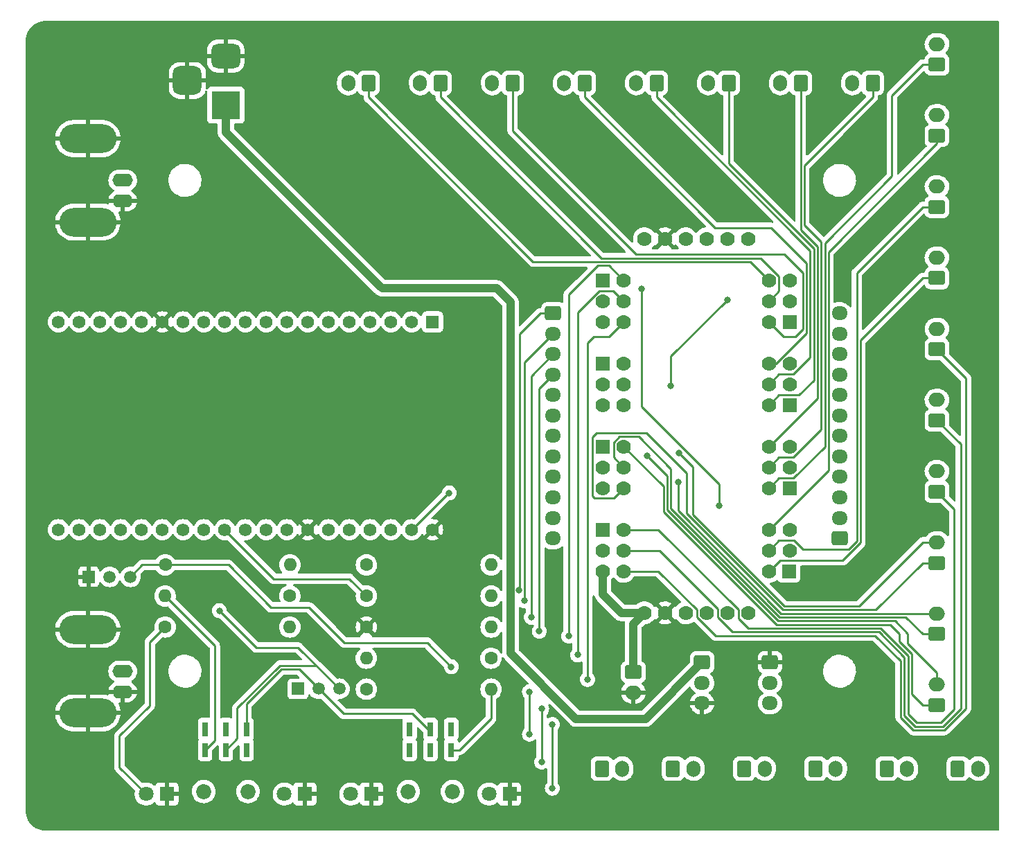
<source format=gbr>
%TF.GenerationSoftware,KiCad,Pcbnew,(6.0.4)*%
%TF.CreationDate,2023-06-02T21:22:22+02:00*%
%TF.ProjectId,LED-Zappelin-V2,4c45442d-5a61-4707-9065-6c696e2d5632,rev?*%
%TF.SameCoordinates,Original*%
%TF.FileFunction,Copper,L2,Bot*%
%TF.FilePolarity,Positive*%
%FSLAX46Y46*%
G04 Gerber Fmt 4.6, Leading zero omitted, Abs format (unit mm)*
G04 Created by KiCad (PCBNEW (6.0.4)) date 2023-06-02 21:22:22*
%MOMM*%
%LPD*%
G01*
G04 APERTURE LIST*
G04 Aperture macros list*
%AMRoundRect*
0 Rectangle with rounded corners*
0 $1 Rounding radius*
0 $2 $3 $4 $5 $6 $7 $8 $9 X,Y pos of 4 corners*
0 Add a 4 corners polygon primitive as box body*
4,1,4,$2,$3,$4,$5,$6,$7,$8,$9,$2,$3,0*
0 Add four circle primitives for the rounded corners*
1,1,$1+$1,$2,$3*
1,1,$1+$1,$4,$5*
1,1,$1+$1,$6,$7*
1,1,$1+$1,$8,$9*
0 Add four rect primitives between the rounded corners*
20,1,$1+$1,$2,$3,$4,$5,0*
20,1,$1+$1,$4,$5,$6,$7,0*
20,1,$1+$1,$6,$7,$8,$9,0*
20,1,$1+$1,$8,$9,$2,$3,0*%
G04 Aperture macros list end*
%TA.AperFunction,ComponentPad*%
%ADD10R,0.750000X1.750000*%
%TD*%
%TA.AperFunction,ComponentPad*%
%ADD11C,1.850000*%
%TD*%
%TA.AperFunction,ComponentPad*%
%ADD12C,1.600000*%
%TD*%
%TA.AperFunction,ComponentPad*%
%ADD13O,1.600000X1.600000*%
%TD*%
%TA.AperFunction,ComponentPad*%
%ADD14RoundRect,0.250000X0.600000X0.750000X-0.600000X0.750000X-0.600000X-0.750000X0.600000X-0.750000X0*%
%TD*%
%TA.AperFunction,ComponentPad*%
%ADD15O,1.700000X2.000000*%
%TD*%
%TA.AperFunction,ComponentPad*%
%ADD16RoundRect,0.250000X-0.750000X0.600000X-0.750000X-0.600000X0.750000X-0.600000X0.750000X0.600000X0*%
%TD*%
%TA.AperFunction,ComponentPad*%
%ADD17O,2.000000X1.700000*%
%TD*%
%TA.AperFunction,ComponentPad*%
%ADD18R,1.500000X1.500000*%
%TD*%
%TA.AperFunction,ComponentPad*%
%ADD19C,1.500000*%
%TD*%
%TA.AperFunction,ComponentPad*%
%ADD20O,2.499360X1.600200*%
%TD*%
%TA.AperFunction,ComponentPad*%
%ADD21O,7.000240X3.500120*%
%TD*%
%TA.AperFunction,ComponentPad*%
%ADD22RoundRect,0.250000X-0.600000X-0.750000X0.600000X-0.750000X0.600000X0.750000X-0.600000X0.750000X0*%
%TD*%
%TA.AperFunction,ComponentPad*%
%ADD23RoundRect,0.250000X-0.725000X0.600000X-0.725000X-0.600000X0.725000X-0.600000X0.725000X0.600000X0*%
%TD*%
%TA.AperFunction,ComponentPad*%
%ADD24O,1.950000X1.700000*%
%TD*%
%TA.AperFunction,ComponentPad*%
%ADD25R,3.500000X3.500000*%
%TD*%
%TA.AperFunction,ComponentPad*%
%ADD26RoundRect,0.750000X-1.000000X0.750000X-1.000000X-0.750000X1.000000X-0.750000X1.000000X0.750000X0*%
%TD*%
%TA.AperFunction,ComponentPad*%
%ADD27RoundRect,0.875000X-0.875000X0.875000X-0.875000X-0.875000X0.875000X-0.875000X0.875000X0.875000X0*%
%TD*%
%TA.AperFunction,ComponentPad*%
%ADD28RoundRect,0.250000X0.750000X-0.600000X0.750000X0.600000X-0.750000X0.600000X-0.750000X-0.600000X0*%
%TD*%
%TA.AperFunction,ComponentPad*%
%ADD29RoundRect,0.250000X0.725000X-0.600000X0.725000X0.600000X-0.725000X0.600000X-0.725000X-0.600000X0*%
%TD*%
%TA.AperFunction,ComponentPad*%
%ADD30R,1.800000X1.800000*%
%TD*%
%TA.AperFunction,ComponentPad*%
%ADD31C,1.800000*%
%TD*%
%TA.AperFunction,ComponentPad*%
%ADD32R,1.560000X1.560000*%
%TD*%
%TA.AperFunction,ComponentPad*%
%ADD33C,1.560000*%
%TD*%
%TA.AperFunction,ComponentPad*%
%ADD34C,1.778000*%
%TD*%
%TA.AperFunction,ComponentPad*%
%ADD35R,1.778000X1.778000*%
%TD*%
%TA.AperFunction,ViaPad*%
%ADD36C,0.800000*%
%TD*%
%TA.AperFunction,Conductor*%
%ADD37C,0.250000*%
%TD*%
%TA.AperFunction,Conductor*%
%ADD38C,1.000000*%
%TD*%
G04 APERTURE END LIST*
D10*
%TO.P,SW2,1,A*%
%TO.N,Net-(R4-Pad2)*%
X106660000Y-129830000D03*
%TO.P,SW2,2,B*%
%TO.N,Net-(Q2-Pad2)*%
X109200000Y-129830000D03*
%TO.P,SW2,3,C*%
%TO.N,OE*%
X111740000Y-129830000D03*
%TO.P,SW2,4,A*%
%TO.N,Net-(R5-Pad2)*%
X106660000Y-132370000D03*
%TO.P,SW2,5,B*%
%TO.N,Net-(Q2-Pad1)*%
X109200000Y-132370000D03*
%TO.P,SW2,6,C*%
%TO.N,Net-(R6-Pad2)*%
X111740000Y-132370000D03*
D11*
%TO.P,SW2,7*%
%TO.N,N/C*%
X106500000Y-137450000D03*
%TO.P,SW2,8*%
X111900000Y-137450000D03*
%TD*%
D12*
%TO.P,R2,1*%
%TO.N,Net-(D2-Pad2)*%
X92020000Y-113550000D03*
D13*
%TO.P,R2,2*%
%TO.N,Net-(SW1-Pad4)*%
X76780000Y-113550000D03*
%TD*%
D14*
%TO.P,J23,1,Pin_1*%
%TO.N,TLC 23*%
X101650000Y-50850000D03*
D15*
%TO.P,J23,2,Pin_2*%
%TO.N,Net-(J23-Pad2)*%
X99150000Y-50850000D03*
%TD*%
D16*
%TO.P,J29,1,Pin_1*%
%TO.N,VCC*%
X134000000Y-122850000D03*
D17*
%TO.P,J29,2,Pin_2*%
%TO.N,GNDREF*%
X134000000Y-125350000D03*
%TD*%
D18*
%TO.P,Q1,1,E*%
%TO.N,GNDREF*%
X67450000Y-111200000D03*
D19*
%TO.P,Q1,2,B*%
%TO.N,Net-(Q1-Pad2)*%
X69990000Y-111200000D03*
%TO.P,Q1,3,C*%
%TO.N,OE*%
X72530000Y-111200000D03*
%TD*%
D12*
%TO.P,R1,1*%
%TO.N,Net-(D1-Pad2)*%
X76780000Y-117350000D03*
D13*
%TO.P,R1,2*%
%TO.N,Net-(SW1-Pad6)*%
X92020000Y-117350000D03*
%TD*%
D20*
%TO.P,J24,1,In*%
%TO.N,Trigger*%
X71601260Y-122750000D03*
D21*
%TO.P,J24,2,Ext*%
%TO.N,GNDREF*%
X67336600Y-127847780D03*
D20*
X71601260Y-125249360D03*
D21*
X67336600Y-117649680D03*
%TD*%
D20*
%TO.P,J25,1,In*%
%TO.N,Net-(SW1-Pad2)*%
X71601260Y-62750000D03*
D21*
%TO.P,J25,2,Ext*%
%TO.N,GNDREF*%
X67336600Y-57649680D03*
D20*
X71601260Y-65249360D03*
D21*
X67336600Y-67847780D03*
%TD*%
D18*
%TO.P,Q2,1,E*%
%TO.N,Net-(Q2-Pad1)*%
X93000000Y-124900000D03*
D19*
%TO.P,Q2,2,B*%
%TO.N,Net-(Q2-Pad2)*%
X95540000Y-124900000D03*
%TO.P,Q2,3,C*%
%TO.N,3.3V*%
X98080000Y-124900000D03*
%TD*%
D14*
%TO.P,J17,1,Pin_1*%
%TO.N,TLC 17*%
X154450000Y-50850000D03*
D15*
%TO.P,J17,2,Pin_2*%
%TO.N,Net-(J17-Pad2)*%
X151950000Y-50850000D03*
%TD*%
D22*
%TO.P,J3,1,Pin_1*%
%TO.N,TLC 03*%
X156250000Y-134650000D03*
D15*
%TO.P,J3,2,Pin_2*%
%TO.N,Net-(J27-Pad4)*%
X158750000Y-134650000D03*
%TD*%
D23*
%TO.P,SW3,1,1*%
%TO.N,Net-(J30-Pad1)*%
X142400000Y-121650000D03*
D24*
%TO.P,SW3,2,2*%
%TO.N,VCC*%
X142400000Y-124150000D03*
%TO.P,SW3,3,K*%
%TO.N,GNDREF*%
X142400000Y-126650000D03*
%TD*%
D14*
%TO.P,J22,1,Pin_1*%
%TO.N,TLC 22*%
X110450000Y-50850000D03*
D15*
%TO.P,J22,2,Pin_2*%
%TO.N,Net-(J22-Pad2)*%
X107950000Y-50850000D03*
%TD*%
D25*
%TO.P,J30,1*%
%TO.N,Net-(J30-Pad1)*%
X84200000Y-53550000D03*
D26*
%TO.P,J30,2*%
%TO.N,GNDREF*%
X84200000Y-47550000D03*
D27*
%TO.P,J30,3*%
X79500000Y-50550000D03*
%TD*%
D28*
%TO.P,J7,1,Pin_1*%
%TO.N,TLC 07*%
X171100000Y-118200000D03*
D17*
%TO.P,J7,2,Pin_2*%
%TO.N,Net-(J27-Pad8)*%
X171100000Y-115700000D03*
%TD*%
D28*
%TO.P,J10,1,Pin_1*%
%TO.N,TLC 10*%
X171100000Y-92100000D03*
D17*
%TO.P,J10,2,Pin_2*%
%TO.N,Net-(J10-Pad2)*%
X171100000Y-89600000D03*
%TD*%
D22*
%TO.P,J1,1,Pin_1*%
%TO.N,TLC 01*%
X138850000Y-134650000D03*
D15*
%TO.P,J1,2,Pin_2*%
%TO.N,Net-(J1-Pad2)*%
X141350000Y-134650000D03*
%TD*%
D28*
%TO.P,J15,1,Pin_1*%
%TO.N,TLC 15*%
X171100000Y-48600000D03*
D17*
%TO.P,J15,2,Pin_2*%
%TO.N,Net-(J15-Pad2)*%
X171100000Y-46100000D03*
%TD*%
D22*
%TO.P,J2,1,Pin_1*%
%TO.N,TLC 02*%
X147550000Y-134650000D03*
D15*
%TO.P,J2,2,Pin_2*%
%TO.N,Net-(J2-Pad2)*%
X150050000Y-134650000D03*
%TD*%
D10*
%TO.P,SW1,1,A*%
%TO.N,unconnected-(SW1-Pad1)*%
X81660000Y-129830000D03*
%TO.P,SW1,2,B*%
%TO.N,Net-(SW1-Pad2)*%
X84200000Y-129830000D03*
%TO.P,SW1,3,C*%
%TO.N,Net-(Q2-Pad2)*%
X86740000Y-129830000D03*
%TO.P,SW1,4,A*%
%TO.N,Net-(SW1-Pad4)*%
X81660000Y-132370000D03*
%TO.P,SW1,5,B*%
%TO.N,3.3V*%
X84200000Y-132370000D03*
%TO.P,SW1,6,C*%
%TO.N,Net-(SW1-Pad6)*%
X86740000Y-132370000D03*
D11*
%TO.P,SW1,7*%
%TO.N,N/C*%
X81500000Y-137450000D03*
%TO.P,SW1,8*%
X86900000Y-137450000D03*
%TD*%
D28*
%TO.P,J6,1,Pin_1*%
%TO.N,TLC 06*%
X171100000Y-126900000D03*
D17*
%TO.P,J6,2,Pin_2*%
%TO.N,Net-(J27-Pad7)*%
X171100000Y-124400000D03*
%TD*%
D14*
%TO.P,J18,1,Pin_1*%
%TO.N,TLC 18*%
X145650000Y-50850000D03*
D15*
%TO.P,J18,2,Pin_2*%
%TO.N,Net-(J18-Pad2)*%
X143150000Y-50850000D03*
%TD*%
D22*
%TO.P,J5,1,Pin_1*%
%TO.N,TLC 05*%
X173650000Y-134650000D03*
D15*
%TO.P,J5,2,Pin_2*%
%TO.N,Net-(J27-Pad6)*%
X176150000Y-134650000D03*
%TD*%
D29*
%TO.P,J28,1,Pin_1*%
%TO.N,Net-(J12-Pad2)*%
X159200000Y-106500000D03*
D24*
%TO.P,J28,2,Pin_2*%
%TO.N,Net-(J13-Pad2)*%
X159200000Y-104000000D03*
%TO.P,J28,3,Pin_3*%
%TO.N,Net-(J14-Pad2)*%
X159200000Y-101500000D03*
%TO.P,J28,4,Pin_4*%
%TO.N,Net-(J15-Pad2)*%
X159200000Y-99000000D03*
%TO.P,J28,5,Pin_5*%
%TO.N,Net-(J16-Pad2)*%
X159200000Y-96500000D03*
%TO.P,J28,6,Pin_6*%
%TO.N,Net-(J17-Pad2)*%
X159200000Y-94000000D03*
%TO.P,J28,7,Pin_7*%
%TO.N,Net-(J18-Pad2)*%
X159200000Y-91500000D03*
%TO.P,J28,8,Pin_8*%
%TO.N,Net-(J19-Pad2)*%
X159200000Y-89000000D03*
%TO.P,J28,9,Pin_9*%
%TO.N,Net-(J20-Pad2)*%
X159200000Y-86500000D03*
%TO.P,J28,10,Pin_10*%
%TO.N,Net-(J21-Pad2)*%
X159200000Y-84000000D03*
%TO.P,J28,11,Pin_11*%
%TO.N,Net-(J22-Pad2)*%
X159200000Y-81500000D03*
%TO.P,J28,12,Pin_12*%
%TO.N,Net-(J23-Pad2)*%
X159200000Y-79000000D03*
%TD*%
D22*
%TO.P,J0,1,Pin_1*%
%TO.N,TLC 00*%
X130150000Y-134650000D03*
D15*
%TO.P,J0,2,Pin_2*%
%TO.N,Net-(J0-Pad2)*%
X132650000Y-134650000D03*
%TD*%
D14*
%TO.P,J16,1,Pin_1*%
%TO.N,TLC 16*%
X163250000Y-50850000D03*
D15*
%TO.P,J16,2,Pin_2*%
%TO.N,Net-(J16-Pad2)*%
X160750000Y-50850000D03*
%TD*%
D30*
%TO.P,D1,1,K*%
%TO.N,GNDREF*%
X77000000Y-137750000D03*
D31*
%TO.P,D1,2,A*%
%TO.N,Net-(D1-Pad2)*%
X74460000Y-137750000D03*
%TD*%
D12*
%TO.P,R7,1*%
%TO.N,Net-(R7-Pad1)*%
X101380000Y-113550000D03*
D13*
%TO.P,R7,2*%
%TO.N,OE*%
X116620000Y-113550000D03*
%TD*%
D28*
%TO.P,J11,1,Pin_1*%
%TO.N,TLC 11*%
X171100000Y-83400000D03*
D17*
%TO.P,J11,2,Pin_2*%
%TO.N,Net-(J11-Pad2)*%
X171100000Y-80900000D03*
%TD*%
D32*
%TO.P,U1,1,3V3*%
%TO.N,3.3V*%
X109460000Y-80050000D03*
D33*
%TO.P,U1,2,EN*%
%TO.N,unconnected-(U1-Pad2)*%
X106920000Y-80050000D03*
%TO.P,U1,3,SENSOR_VP*%
%TO.N,unconnected-(U1-Pad3)*%
X104380000Y-80050000D03*
%TO.P,U1,4,SENSOR_VN*%
%TO.N,unconnected-(U1-Pad4)*%
X101840000Y-80050000D03*
%TO.P,U1,5,IO34*%
%TO.N,unconnected-(U1-Pad5)*%
X99300000Y-80050000D03*
%TO.P,U1,6,IO35*%
%TO.N,unconnected-(U1-Pad6)*%
X96760000Y-80050000D03*
%TO.P,U1,7,IO32*%
%TO.N,unconnected-(U1-Pad7)*%
X94220000Y-80050000D03*
%TO.P,U1,8,IO33*%
%TO.N,unconnected-(U1-Pad8)*%
X91680000Y-80050000D03*
%TO.P,U1,9,IO25*%
%TO.N,NeoPixel*%
X89140000Y-80050000D03*
%TO.P,U1,10,IO26*%
%TO.N,Trigger*%
X86600000Y-80050000D03*
%TO.P,U1,11,IO27*%
%TO.N,unconnected-(U1-Pad11)*%
X84060000Y-80050000D03*
%TO.P,U1,12,IO14*%
%TO.N,unconnected-(U1-Pad12)*%
X81520000Y-80050000D03*
%TO.P,U1,13,IO12*%
%TO.N,unconnected-(U1-Pad13)*%
X78980000Y-80050000D03*
%TO.P,U1,14,GND1*%
%TO.N,GNDREF*%
X76440000Y-80050000D03*
%TO.P,U1,15,IO13*%
%TO.N,unconnected-(U1-Pad15)*%
X73900000Y-80050000D03*
%TO.P,U1,16,SD2*%
%TO.N,unconnected-(U1-Pad16)*%
X71360000Y-80050000D03*
%TO.P,U1,17,SD3*%
%TO.N,unconnected-(U1-Pad17)*%
X68820000Y-80050000D03*
%TO.P,U1,18,CMD*%
%TO.N,unconnected-(U1-Pad18)*%
X66280000Y-80050000D03*
%TO.P,U1,19,EXT_5V*%
%TO.N,5V*%
X63740000Y-80050000D03*
%TO.P,U1,20,GND3*%
%TO.N,GNDREF*%
X109460000Y-105450000D03*
%TO.P,U1,21,IO23*%
%TO.N,MOSI*%
X106920000Y-105450000D03*
%TO.P,U1,22,IO22*%
%TO.N,unconnected-(U1-Pad22)*%
X104380000Y-105450000D03*
%TO.P,U1,23,TXD0*%
%TO.N,unconnected-(U1-Pad23)*%
X101840000Y-105450000D03*
%TO.P,U1,24,RXD0*%
%TO.N,unconnected-(U1-Pad24)*%
X99300000Y-105450000D03*
%TO.P,U1,25,IO21*%
%TO.N,unconnected-(U1-Pad25)*%
X96760000Y-105450000D03*
%TO.P,U1,26,GND2*%
%TO.N,GNDREF*%
X94220000Y-105450000D03*
%TO.P,U1,27,IO19*%
%TO.N,MISO*%
X91680000Y-105450000D03*
%TO.P,U1,28,IO18*%
%TO.N,CLK*%
X89140000Y-105450000D03*
%TO.P,U1,29,IO5*%
%TO.N,Latch*%
X86600000Y-105450000D03*
%TO.P,U1,30,IO17*%
%TO.N,Net-(R7-Pad1)*%
X84060000Y-105450000D03*
%TO.P,U1,31,IO16*%
%TO.N,unconnected-(U1-Pad31)*%
X81520000Y-105450000D03*
%TO.P,U1,32,IO4*%
%TO.N,unconnected-(U1-Pad32)*%
X78980000Y-105450000D03*
%TO.P,U1,33,IO0*%
%TO.N,unconnected-(U1-Pad33)*%
X76440000Y-105450000D03*
%TO.P,U1,34,IO2*%
%TO.N,unconnected-(U1-Pad34)*%
X73900000Y-105450000D03*
%TO.P,U1,35,IO15*%
%TO.N,unconnected-(U1-Pad35)*%
X71360000Y-105450000D03*
%TO.P,U1,36,SD1*%
%TO.N,unconnected-(U1-Pad36)*%
X68820000Y-105450000D03*
%TO.P,U1,37,SD0*%
%TO.N,unconnected-(U1-Pad37)*%
X66280000Y-105450000D03*
%TO.P,U1,38,CLK*%
%TO.N,unconnected-(U1-Pad38)*%
X63740000Y-105450000D03*
%TD*%
D28*
%TO.P,J12,1,Pin_1*%
%TO.N,TLC 12*%
X171100000Y-74700000D03*
D17*
%TO.P,J12,2,Pin_2*%
%TO.N,Net-(J12-Pad2)*%
X171100000Y-72200000D03*
%TD*%
D14*
%TO.P,J20,1,Pin_1*%
%TO.N,TLC 20*%
X128050000Y-50850000D03*
D15*
%TO.P,J20,2,Pin_2*%
%TO.N,Net-(J20-Pad2)*%
X125550000Y-50850000D03*
%TD*%
D12*
%TO.P,R3,1*%
%TO.N,OE*%
X76800000Y-109750000D03*
D13*
%TO.P,R3,2*%
%TO.N,5V*%
X92040000Y-109750000D03*
%TD*%
D12*
%TO.P,R6,1*%
%TO.N,Net-(D4-Pad2)*%
X101380000Y-124950000D03*
D13*
%TO.P,R6,2*%
%TO.N,Net-(R6-Pad2)*%
X116620000Y-124950000D03*
%TD*%
D30*
%TO.P,D2,1,K*%
%TO.N,GNDREF*%
X93875000Y-137750000D03*
D31*
%TO.P,D2,2,A*%
%TO.N,Net-(D2-Pad2)*%
X91335000Y-137750000D03*
%TD*%
D28*
%TO.P,J9,1,Pin_1*%
%TO.N,TLC 09*%
X171100000Y-100800000D03*
D17*
%TO.P,J9,2,Pin_2*%
%TO.N,Net-(J27-Pad10)*%
X171100000Y-98300000D03*
%TD*%
D14*
%TO.P,J19,1,Pin_1*%
%TO.N,TLC 19*%
X136850000Y-50850000D03*
D15*
%TO.P,J19,2,Pin_2*%
%TO.N,Net-(J19-Pad2)*%
X134350000Y-50850000D03*
%TD*%
D30*
%TO.P,D4,1,K*%
%TO.N,GNDREF*%
X102000000Y-137750000D03*
D31*
%TO.P,D4,2,A*%
%TO.N,Net-(D4-Pad2)*%
X99460000Y-137750000D03*
%TD*%
D14*
%TO.P,J21,1,Pin_1*%
%TO.N,TLC 21*%
X119250000Y-50850000D03*
D15*
%TO.P,J21,2,Pin_2*%
%TO.N,Net-(J21-Pad2)*%
X116750000Y-50850000D03*
%TD*%
D23*
%TO.P,J27,1,Pin_1*%
%TO.N,Net-(J0-Pad2)*%
X124200000Y-79000000D03*
D24*
%TO.P,J27,2,Pin_2*%
%TO.N,Net-(J1-Pad2)*%
X124200000Y-81500000D03*
%TO.P,J27,3,Pin_3*%
%TO.N,Net-(J2-Pad2)*%
X124200000Y-84000000D03*
%TO.P,J27,4,Pin_4*%
%TO.N,Net-(J27-Pad4)*%
X124200000Y-86500000D03*
%TO.P,J27,5,Pin_5*%
%TO.N,Net-(J27-Pad5)*%
X124200000Y-89000000D03*
%TO.P,J27,6,Pin_6*%
%TO.N,Net-(J27-Pad6)*%
X124200000Y-91500000D03*
%TO.P,J27,7,Pin_7*%
%TO.N,Net-(J27-Pad7)*%
X124200000Y-94000000D03*
%TO.P,J27,8,Pin_8*%
%TO.N,Net-(J27-Pad8)*%
X124200000Y-96500000D03*
%TO.P,J27,9,Pin_9*%
%TO.N,Net-(J27-Pad9)*%
X124200000Y-99000000D03*
%TO.P,J27,10,Pin_10*%
%TO.N,Net-(J27-Pad10)*%
X124200000Y-101500000D03*
%TO.P,J27,11,Pin_11*%
%TO.N,Net-(J10-Pad2)*%
X124200000Y-104000000D03*
%TO.P,J27,12,Pin_12*%
%TO.N,Net-(J11-Pad2)*%
X124200000Y-106500000D03*
%TD*%
D12*
%TO.P,R4,1*%
%TO.N,Net-(Q1-Pad2)*%
X101380000Y-109750000D03*
D13*
%TO.P,R4,2*%
%TO.N,Net-(R4-Pad2)*%
X116620000Y-109750000D03*
%TD*%
D28*
%TO.P,J13,1,Pin_1*%
%TO.N,TLC 13*%
X171100000Y-66000000D03*
D17*
%TO.P,J13,2,Pin_2*%
%TO.N,Net-(J13-Pad2)*%
X171100000Y-63500000D03*
%TD*%
D23*
%TO.P,J26,1,Pin_1*%
%TO.N,GNDREF*%
X150700000Y-121650000D03*
D24*
%TO.P,J26,2,Pin_2*%
%TO.N,NeoPixel*%
X150700000Y-124150000D03*
%TO.P,J26,3,Pin_3*%
%TO.N,3.3V*%
X150700000Y-126650000D03*
%TD*%
D34*
%TO.P,U2,1,GND*%
%TO.N,GNDREF*%
X137890000Y-115610000D03*
X137880000Y-69890000D03*
%TO.P,U2,2,BLANK*%
%TO.N,OE*%
X145510000Y-115610000D03*
X145510000Y-69890000D03*
%TO.P,U2,3,SCLK*%
%TO.N,CLK*%
X142970000Y-115610000D03*
X142970000Y-69890000D03*
%TO.P,U2,4,SIN*%
%TO.N,MOSI*%
X140430000Y-69890000D03*
%TO.P,U2,5,OUT0*%
%TO.N,TLC 00*%
X132810000Y-74970000D03*
%TO.P,U2,6,OUT1*%
%TO.N,TLC 01*%
X132810000Y-77510000D03*
%TO.P,U2,7,OUT2*%
%TO.N,TLC 02*%
X132810000Y-80050000D03*
%TO.P,U2,8,OUT3*%
%TO.N,TLC 03*%
X132810000Y-85130000D03*
%TO.P,U2,9,OUT4*%
%TO.N,TLC 04*%
X132810000Y-87670000D03*
%TO.P,U2,10,OUT5*%
%TO.N,TLC 05*%
X132810000Y-90210000D03*
%TO.P,U2,11,OUT6*%
%TO.N,TLC 06*%
X132810000Y-95290000D03*
%TO.P,U2,12,OUT7*%
%TO.N,TLC 07*%
X132810000Y-97830000D03*
%TO.P,U2,13,OUT8*%
%TO.N,TLC 08*%
X132810000Y-100370000D03*
%TO.P,U2,14,OUT9*%
%TO.N,TLC 09*%
X132810000Y-105450000D03*
%TO.P,U2,15,OUT10*%
%TO.N,TLC 10*%
X132810000Y-107990000D03*
%TO.P,U2,16,OUT11*%
%TO.N,TLC 11*%
X132810000Y-110530000D03*
%TO.P,U2,17,OUT12*%
%TO.N,TLC 12*%
X150590000Y-110530000D03*
%TO.P,U2,18,OUT13*%
%TO.N,TLC 13*%
X150590000Y-107990000D03*
%TO.P,U2,19,OUT14*%
%TO.N,TLC 14*%
X150590000Y-105450000D03*
%TO.P,U2,20,OUT15*%
%TO.N,TLC 15*%
X150590000Y-100370000D03*
%TO.P,U2,21,OUT16*%
%TO.N,TLC 16*%
X150590000Y-97830000D03*
%TO.P,U2,22,OUT17*%
%TO.N,TLC 17*%
X150590000Y-95290000D03*
%TO.P,U2,23,OUT18*%
%TO.N,TLC 18*%
X150590000Y-90210000D03*
%TO.P,U2,24,OUT19*%
%TO.N,TLC 19*%
X150590000Y-87670000D03*
%TO.P,U2,25,OUT20*%
%TO.N,TLC 20*%
X150590000Y-85130000D03*
%TO.P,U2,26,OUT21*%
%TO.N,TLC 21*%
X150590000Y-80050000D03*
%TO.P,U2,27,OUT22*%
%TO.N,TLC 22*%
X150590000Y-77510000D03*
%TO.P,U2,28,OUT23*%
%TO.N,TLC 23*%
X150590000Y-74970000D03*
%TO.P,U2,29,SOUT*%
%TO.N,MISO*%
X140430000Y-115610000D03*
%TO.P,U2,30,XLAT*%
%TO.N,Latch*%
X148050000Y-69890000D03*
X148050000Y-115610000D03*
%TO.P,U2,32,VCC*%
%TO.N,VCC*%
X130270000Y-110530000D03*
D35*
X130270000Y-95290000D03*
D34*
X153130000Y-87670000D03*
X130270000Y-100370000D03*
D35*
X153130000Y-80050000D03*
D34*
X153130000Y-95290000D03*
X130270000Y-90210000D03*
X153130000Y-97830000D03*
X153130000Y-74970000D03*
D35*
X153130000Y-100370000D03*
D34*
X135350000Y-115610000D03*
D35*
X153130000Y-90210000D03*
D34*
X153130000Y-105450000D03*
X130270000Y-107990000D03*
D35*
X153000000Y-110530000D03*
D34*
X153130000Y-107990000D03*
X130270000Y-77510000D03*
X130270000Y-80050000D03*
X153130000Y-85130000D03*
D35*
X130270000Y-85130000D03*
D34*
X135360000Y-69890000D03*
D35*
X130270000Y-105450000D03*
D34*
X153130000Y-77510000D03*
X130270000Y-87670000D03*
X130270000Y-97830000D03*
D35*
X130270000Y-74970000D03*
%TD*%
D12*
%TO.P,R8,1*%
%TO.N,GNDREF*%
X101380000Y-117350000D03*
D13*
%TO.P,R8,2*%
%TO.N,OE*%
X116620000Y-117350000D03*
%TD*%
D28*
%TO.P,J14,1,Pin_1*%
%TO.N,TLC 14*%
X171100000Y-57300000D03*
D17*
%TO.P,J14,2,Pin_2*%
%TO.N,Net-(J14-Pad2)*%
X171100000Y-54800000D03*
%TD*%
D22*
%TO.P,J4,1,Pin_1*%
%TO.N,TLC 04*%
X164950000Y-134650000D03*
D15*
%TO.P,J4,2,Pin_2*%
%TO.N,Net-(J27-Pad5)*%
X167450000Y-134650000D03*
%TD*%
D28*
%TO.P,J8,1,Pin_1*%
%TO.N,TLC 08*%
X171100000Y-109500000D03*
D17*
%TO.P,J8,2,Pin_2*%
%TO.N,Net-(J27-Pad9)*%
X171100000Y-107000000D03*
%TD*%
D12*
%TO.P,R5,1*%
%TO.N,Net-(D3-Pad2)*%
X116600000Y-121150000D03*
D13*
%TO.P,R5,2*%
%TO.N,Net-(R5-Pad2)*%
X101360000Y-121150000D03*
%TD*%
D30*
%TO.P,D3,1,K*%
%TO.N,GNDREF*%
X118875000Y-137750000D03*
D31*
%TO.P,D3,2,A*%
%TO.N,Net-(D3-Pad2)*%
X116335000Y-137750000D03*
%TD*%
D36*
%TO.N,TLC 00*%
X126100000Y-118450000D03*
%TO.N,TLC 01*%
X127200000Y-120750000D03*
%TO.N,TLC 02*%
X128400000Y-123750000D03*
%TO.N,Net-(J27-Pad4)*%
X122500000Y-117850000D03*
X124100000Y-129250000D03*
X124100000Y-137050000D03*
%TO.N,Net-(J27-Pad7)*%
X135700000Y-96450000D03*
%TO.N,Net-(J27-Pad8)*%
X139500000Y-99650000D03*
%TO.N,Net-(J27-Pad9)*%
X139600000Y-96050000D03*
%TO.N,3.3V*%
X83400000Y-115350000D03*
%TO.N,Net-(J0-Pad2)*%
X120000000Y-112850000D03*
%TO.N,OE*%
X138600000Y-87850000D03*
X111760000Y-122210000D03*
X145500000Y-77350000D03*
%TO.N,Net-(J1-Pad2)*%
X121300000Y-130450000D03*
X120700000Y-114150000D03*
X121300000Y-125250000D03*
%TO.N,Net-(J2-Pad2)*%
X122800000Y-133850000D03*
X122800000Y-127350000D03*
X121500000Y-116150000D03*
%TO.N,Net-(J11-Pad2)*%
X135000000Y-76050000D03*
X144500000Y-102550000D03*
%TO.N,MOSI*%
X111500000Y-100950000D03*
%TD*%
D37*
%TO.N,Net-(D1-Pad2)*%
X71200000Y-134490000D02*
X74460000Y-137750000D01*
X74900000Y-126950000D02*
X71200000Y-130650000D01*
X71200000Y-130650000D02*
X71200000Y-134490000D01*
X76780000Y-117350000D02*
X74900000Y-119230000D01*
X74900000Y-119230000D02*
X74900000Y-126950000D01*
%TO.N,TLC 00*%
X129662978Y-73150000D02*
X130990000Y-73150000D01*
X126100000Y-76712978D02*
X129662978Y-73150000D01*
X130990000Y-73150000D02*
X132810000Y-74970000D01*
X126100000Y-118450000D02*
X126100000Y-76712978D01*
%TO.N,TLC 01*%
X131550000Y-76250000D02*
X132810000Y-77510000D01*
X129813835Y-76250000D02*
X131550000Y-76250000D01*
X127200000Y-78863835D02*
X129813835Y-76250000D01*
X127200000Y-120750000D02*
X127200000Y-78863835D01*
%TO.N,TLC 02*%
X128400000Y-82650000D02*
X129200000Y-81850000D01*
X128400000Y-123750000D02*
X128400000Y-82650000D01*
X131010000Y-81850000D02*
X132810000Y-80050000D01*
X129200000Y-81850000D02*
X131010000Y-81850000D01*
%TO.N,Net-(J27-Pad4)*%
X122500000Y-117850000D02*
X122500000Y-88200000D01*
X122500000Y-88200000D02*
X124200000Y-86500000D01*
X124100000Y-137050000D02*
X124100000Y-129250000D01*
%TO.N,TLC 06*%
X137700000Y-103250000D02*
X151500002Y-117050000D01*
X166500000Y-119150000D02*
X168025480Y-120675480D01*
X132810000Y-95290000D02*
X137700000Y-100180000D01*
X166500000Y-118150000D02*
X166500000Y-119150000D01*
X165400000Y-117050000D02*
X166500000Y-118150000D01*
X171100000Y-126900000D02*
X169350000Y-126900000D01*
X168025480Y-125575480D02*
X169350000Y-126900000D01*
X151500002Y-117050000D02*
X165400000Y-117050000D01*
X168025480Y-120675480D02*
X168025480Y-125575480D01*
X137700000Y-100180000D02*
X137700000Y-103250000D01*
%TO.N,Net-(J27-Pad7)*%
X135700000Y-96450000D02*
X138149520Y-98899520D01*
X138149520Y-103063802D02*
X151685239Y-116599520D01*
X171100000Y-124400000D02*
X171100000Y-122950000D01*
X151685239Y-116599520D02*
X166000000Y-116599520D01*
X167550000Y-118149520D02*
X167550000Y-119400000D01*
X138149520Y-98899520D02*
X138149520Y-103063802D01*
X171100000Y-122950000D02*
X169350000Y-121200000D01*
X166000000Y-116599520D02*
X167550000Y-118149520D01*
X167550000Y-119400000D02*
X169350000Y-121200000D01*
%TO.N,TLC 07*%
X167300000Y-116150000D02*
X169350000Y-118200000D01*
X132810000Y-97830000D02*
X131596489Y-96616489D01*
X138599040Y-98049040D02*
X138599040Y-102877604D01*
X134626489Y-94076489D02*
X138599040Y-98049040D01*
X171100000Y-118200000D02*
X169350000Y-118200000D01*
X138599040Y-102877604D02*
X151871436Y-116150000D01*
X151871436Y-116150000D02*
X167300000Y-116150000D01*
X131596489Y-96616489D02*
X131596489Y-94787346D01*
X132307346Y-94076489D02*
X134626489Y-94076489D01*
X131596489Y-94787346D02*
X132307346Y-94076489D01*
%TO.N,Net-(J27-Pad8)*%
X139500000Y-103142846D02*
X139500000Y-99650000D01*
X152057154Y-115700000D02*
X139500000Y-103142846D01*
X171100000Y-115700000D02*
X152057154Y-115700000D01*
%TO.N,TLC 08*%
X171100000Y-109500000D02*
X169350000Y-109500000D01*
X140500000Y-98550000D02*
X135576969Y-93626969D01*
X152300480Y-115250480D02*
X140500000Y-103450000D01*
X129506009Y-93626969D02*
X129000000Y-94132978D01*
X135576969Y-93626969D02*
X129506009Y-93626969D01*
X169350000Y-109500000D02*
X163599520Y-115250480D01*
X131596489Y-101583511D02*
X132810000Y-100370000D01*
X129000000Y-94132978D02*
X129000000Y-101350000D01*
X129233511Y-101583511D02*
X131596489Y-101583511D01*
X163599520Y-115250480D02*
X152300480Y-115250480D01*
X129000000Y-101350000D02*
X129233511Y-101583511D01*
X140500000Y-103450000D02*
X140500000Y-98550000D01*
%TO.N,Net-(J27-Pad9)*%
X152486678Y-114800960D02*
X161549040Y-114800960D01*
X139600000Y-96050000D02*
X141300000Y-97750000D01*
X161549040Y-114800960D02*
X169350000Y-107000000D01*
X171100000Y-107000000D02*
X169350000Y-107000000D01*
X141300000Y-103614282D02*
X152486678Y-114800960D01*
X141300000Y-97750000D02*
X141300000Y-103614282D01*
%TO.N,TLC 09*%
X137066165Y-105450000D02*
X146836489Y-115220324D01*
X146836489Y-116286489D02*
X148049520Y-117499520D01*
X146836489Y-115220324D02*
X146836489Y-116286489D01*
X132810000Y-105450000D02*
X137066165Y-105450000D01*
X173200000Y-127400000D02*
X173200000Y-102900000D01*
X167575960Y-120861678D02*
X167575960Y-128025960D01*
X167575960Y-128025960D02*
X168600000Y-129050000D01*
X164213802Y-117499520D02*
X167575960Y-120861678D01*
X168600000Y-129050000D02*
X171550000Y-129050000D01*
X171550000Y-129050000D02*
X173200000Y-127400000D01*
X173200000Y-102900000D02*
X171100000Y-100800000D01*
X148049520Y-117499520D02*
X164213802Y-117499520D01*
%TO.N,TLC 10*%
X144296489Y-116146489D02*
X146099040Y-117949040D01*
X174000000Y-95000000D02*
X171100000Y-92100000D01*
X144296489Y-115107346D02*
X144296489Y-116146489D01*
X174000000Y-127300000D02*
X174000000Y-95000000D01*
X168413803Y-129499520D02*
X171800480Y-129499520D01*
X167114282Y-128199999D02*
X168413803Y-129499520D01*
X164027604Y-117949040D02*
X167114282Y-121035718D01*
X146099040Y-117949040D02*
X164027604Y-117949040D01*
X132810000Y-107990000D02*
X137179143Y-107990000D01*
X167114282Y-121035718D02*
X167114282Y-128199999D01*
X137179143Y-107990000D02*
X144296489Y-115107346D01*
X171800480Y-129499520D02*
X174000000Y-127300000D01*
%TO.N,TLC 11*%
X132810000Y-110530000D02*
X137066165Y-110530000D01*
X166664762Y-121514762D02*
X166664762Y-128386196D01*
X137066165Y-110530000D02*
X141756489Y-115220324D01*
X168228566Y-129950000D02*
X172000000Y-129950000D01*
X141756489Y-115220324D02*
X141756489Y-116112654D01*
X174650000Y-127300000D02*
X174650000Y-86950000D01*
X144042394Y-118398560D02*
X163548560Y-118398560D01*
X172000000Y-129950000D02*
X174650000Y-127300000D01*
X163548560Y-118398560D02*
X166664762Y-121514762D01*
X166664762Y-128386196D02*
X168228566Y-129950000D01*
X141756489Y-116112654D02*
X144042394Y-118398560D01*
X174650000Y-86950000D02*
X171100000Y-83400000D01*
%TO.N,TLC 12*%
X159582206Y-109203511D02*
X161749520Y-107036197D01*
X161749520Y-82300480D02*
X169350000Y-74700000D01*
X161749520Y-107036197D02*
X161749520Y-82300480D01*
X150590000Y-110530000D02*
X151916489Y-109203511D01*
X151916489Y-109203511D02*
X159582206Y-109203511D01*
X169350000Y-74700000D02*
X171100000Y-74700000D01*
%TO.N,TLC 13*%
X153632654Y-106776489D02*
X154706165Y-107850000D01*
X160300000Y-107850000D02*
X161300000Y-106850000D01*
X171100000Y-66000000D02*
X169350000Y-66000000D01*
X154706165Y-107850000D02*
X160300000Y-107850000D01*
X161300000Y-106850000D02*
X161300000Y-74050000D01*
X150590000Y-107990000D02*
X151803511Y-106776489D01*
X151803511Y-106776489D02*
X153632654Y-106776489D01*
X161300000Y-74050000D02*
X169350000Y-66000000D01*
%TO.N,TLC 14*%
X171100000Y-58245200D02*
X157847600Y-71497600D01*
X171100000Y-57300000D02*
X171100000Y-58245200D01*
X157847600Y-71497600D02*
X157847600Y-98192400D01*
X157847600Y-98192400D02*
X150590000Y-105450000D01*
%TO.N,TLC 15*%
X169350000Y-48600000D02*
X171100000Y-48600000D01*
X151803511Y-99156489D02*
X153519676Y-99156489D01*
X165600000Y-52350000D02*
X169350000Y-48600000D01*
X153519676Y-99156489D02*
X157398080Y-95278085D01*
X157398080Y-70451920D02*
X165600000Y-62250000D01*
X165600000Y-62250000D02*
X165600000Y-52350000D01*
X150590000Y-100370000D02*
X151803511Y-99156489D01*
X157398080Y-95278085D02*
X157398080Y-70451920D01*
%TO.N,TLC 16*%
X153519676Y-96616489D02*
X151803511Y-96616489D01*
X151803511Y-96616489D02*
X150590000Y-97830000D01*
X154899520Y-68249520D02*
X156948560Y-70298560D01*
X156948560Y-93187605D02*
X153519676Y-96616489D01*
X163250000Y-52600000D02*
X154899520Y-60950480D01*
X163250000Y-52600000D02*
X163250000Y-50850000D01*
X156948560Y-70298560D02*
X156948560Y-93187605D01*
X154899520Y-60950480D02*
X154899520Y-68249520D01*
%TO.N,TLC 17*%
X150590000Y-95290000D02*
X156499040Y-89380960D01*
X156499040Y-70849040D02*
X154450000Y-68800000D01*
X156499040Y-89380960D02*
X156499040Y-70849040D01*
X154450000Y-68800000D02*
X154450000Y-50850000D01*
%TO.N,TLC 18*%
X156049520Y-71099520D02*
X145650000Y-60700000D01*
X156049520Y-87200480D02*
X156049520Y-71099520D01*
X151803511Y-88996489D02*
X154253511Y-88996489D01*
X150590000Y-90210000D02*
X151803511Y-88996489D01*
X154253511Y-88996489D02*
X156049520Y-87200480D01*
X145650000Y-60700000D02*
X145650000Y-50850000D01*
%TO.N,TLC 19*%
X153519676Y-86456489D02*
X151803511Y-86456489D01*
X155600000Y-71350000D02*
X155600000Y-84376165D01*
X136850000Y-52600000D02*
X155600000Y-71350000D01*
X151803511Y-86456489D02*
X150590000Y-87670000D01*
X155600000Y-84376165D02*
X153519676Y-86456489D01*
X136850000Y-52600000D02*
X136850000Y-50850000D01*
%TO.N,TLC 20*%
X144000000Y-68550000D02*
X128050000Y-52600000D01*
X150590000Y-85130000D02*
X151413835Y-85130000D01*
X155149520Y-81394315D02*
X155149520Y-72899520D01*
X155149520Y-72899520D02*
X150800000Y-68550000D01*
X151413835Y-85130000D02*
X155149520Y-81394315D01*
X150800000Y-68550000D02*
X144000000Y-68550000D01*
X128050000Y-52600000D02*
X128050000Y-50850000D01*
%TO.N,TLC 21*%
X153757022Y-81850000D02*
X154700000Y-80907022D01*
X154700000Y-74050000D02*
X152451440Y-71801440D01*
X134351440Y-71801440D02*
X119250000Y-56700000D01*
X119250000Y-56700000D02*
X119250000Y-50850000D01*
X150590000Y-80050000D02*
X152390000Y-81850000D01*
X152390000Y-81850000D02*
X153757022Y-81850000D01*
X154700000Y-80907022D02*
X154700000Y-74050000D01*
X152451440Y-71801440D02*
X134351440Y-71801440D01*
%TO.N,TLC 22*%
X149587125Y-72250960D02*
X151803511Y-74467346D01*
X130100960Y-72250960D02*
X149587125Y-72250960D01*
X151803511Y-76296489D02*
X150590000Y-77510000D01*
X110450000Y-52600000D02*
X130100960Y-72250960D01*
X110450000Y-52600000D02*
X110450000Y-50850000D01*
X151803511Y-74467346D02*
X151803511Y-76296489D01*
%TO.N,TLC 23*%
X121750480Y-72700480D02*
X148320480Y-72700480D01*
X148320480Y-72700480D02*
X150590000Y-74970000D01*
X101650000Y-52600000D02*
X101650000Y-50850000D01*
X101650000Y-52600000D02*
X121750480Y-72700480D01*
%TO.N,3.3V*%
X83400000Y-115350000D02*
X87900000Y-119850000D01*
X85600000Y-127264282D02*
X90813802Y-122050480D01*
X85600000Y-127600000D02*
X85600000Y-127264282D01*
X90813802Y-122050480D02*
X95230480Y-122050480D01*
X98080000Y-124900000D02*
X93030000Y-119850000D01*
X95230480Y-122050480D02*
X95340000Y-122160000D01*
X84200000Y-132370000D02*
X85600000Y-130970000D01*
X85600000Y-130970000D02*
X85600000Y-127600000D01*
X93030000Y-119850000D02*
X87900000Y-119850000D01*
D38*
%TO.N,VCC*%
X134000000Y-116960000D02*
X135350000Y-115610000D01*
X135350000Y-115610000D02*
X132540000Y-115610000D01*
X130270000Y-113340000D02*
X132540000Y-115610000D01*
X130270000Y-110530000D02*
X130270000Y-113340000D01*
X134000000Y-122850000D02*
X134000000Y-116960000D01*
%TO.N,Net-(J30-Pad1)*%
X134000000Y-128550000D02*
X135500000Y-128550000D01*
X103300000Y-75950000D02*
X117300000Y-75950000D01*
X117300000Y-75950000D02*
X119000000Y-77650000D01*
X119000000Y-77650000D02*
X119000000Y-120550000D01*
X127000000Y-128550000D02*
X134000000Y-128550000D01*
X84200000Y-56850000D02*
X103100000Y-75750000D01*
X135500000Y-128550000D02*
X142400000Y-121650000D01*
X84200000Y-53550000D02*
X84200000Y-56850000D01*
X119000000Y-120550000D02*
X127000000Y-128550000D01*
D37*
%TO.N,Net-(J0-Pad2)*%
X120000000Y-112850000D02*
X120100000Y-112750000D01*
X120100000Y-112750000D02*
X120100000Y-81550000D01*
X122650000Y-79000000D02*
X124200000Y-79000000D01*
X120100000Y-81550000D02*
X122650000Y-79000000D01*
%TO.N,OE*%
X76800000Y-109750000D02*
X73980000Y-109750000D01*
X84500000Y-109750000D02*
X76800000Y-109750000D01*
X94400000Y-114950000D02*
X89700000Y-114950000D01*
X145500000Y-77350000D02*
X138600000Y-84250000D01*
X108800000Y-119250000D02*
X98700000Y-119250000D01*
X73980000Y-109750000D02*
X72530000Y-111200000D01*
X89700000Y-114950000D02*
X84500000Y-109750000D01*
X111760000Y-122210000D02*
X108800000Y-119250000D01*
X98700000Y-119250000D02*
X94400000Y-114950000D01*
X138600000Y-84250000D02*
X138600000Y-84450000D01*
X138600000Y-87850000D02*
X138600000Y-84450000D01*
%TO.N,Net-(J1-Pad2)*%
X121300000Y-130450000D02*
X121300000Y-125250000D01*
X120700000Y-85750000D02*
X120700000Y-114150000D01*
X124200000Y-81500000D02*
X120700000Y-85000000D01*
X120700000Y-85000000D02*
X120700000Y-85750000D01*
%TO.N,Net-(J2-Pad2)*%
X121500000Y-86700000D02*
X121500000Y-116150000D01*
X122800000Y-127350000D02*
X122800000Y-133850000D01*
X124200000Y-84000000D02*
X121500000Y-86700000D01*
%TO.N,Net-(J11-Pad2)*%
X144500000Y-99925386D02*
X135000000Y-90425386D01*
X144500000Y-102550000D02*
X144500000Y-99925386D01*
X135000000Y-90425386D02*
X135000000Y-76050000D01*
%TO.N,MOSI*%
X111420000Y-100950000D02*
X111500000Y-100950000D01*
X106920000Y-105450000D02*
X111420000Y-100950000D01*
%TO.N,Net-(R6-Pad2)*%
X116620000Y-128490000D02*
X116620000Y-124950000D01*
X112740000Y-132370000D02*
X111740000Y-132370000D01*
X116620000Y-128490000D02*
X112740000Y-132370000D01*
%TO.N,Net-(R7-Pad1)*%
X99280000Y-111450000D02*
X101380000Y-113550000D01*
X90060000Y-111450000D02*
X99280000Y-111450000D01*
X84060000Y-105450000D02*
X90060000Y-111450000D01*
%TO.N,Net-(Q2-Pad2)*%
X98590000Y-127950000D02*
X103900000Y-127950000D01*
X86740000Y-129830000D02*
X86740000Y-126760000D01*
X107000000Y-127950000D02*
X109200000Y-130150000D01*
X86740000Y-126760000D02*
X91000000Y-122500000D01*
X93140000Y-122500000D02*
X95540000Y-124900000D01*
X91000000Y-122500000D02*
X93140000Y-122500000D01*
X103900000Y-127950000D02*
X107000000Y-127950000D01*
X95540000Y-124900000D02*
X98590000Y-127950000D01*
%TO.N,Net-(SW1-Pad4)*%
X82850000Y-131180000D02*
X81660000Y-132370000D01*
X82850000Y-119620000D02*
X82850000Y-131180000D01*
X76780000Y-113550000D02*
X82850000Y-119620000D01*
%TD*%
%TA.AperFunction,Conductor*%
%TO.N,GNDREF*%
G36*
X178633621Y-43278502D02*
G01*
X178680114Y-43332158D01*
X178691500Y-43384500D01*
X178691500Y-142115500D01*
X178671498Y-142183621D01*
X178617842Y-142230114D01*
X178565500Y-142241500D01*
X62249367Y-142241500D01*
X62229982Y-142240000D01*
X62215149Y-142237690D01*
X62215145Y-142237690D01*
X62206276Y-142236309D01*
X62189077Y-142238558D01*
X62165137Y-142239391D01*
X61907290Y-142223794D01*
X61892186Y-142221960D01*
X61820214Y-142208771D01*
X61611240Y-142170475D01*
X61596473Y-142166836D01*
X61323769Y-142081858D01*
X61309555Y-142076466D01*
X61049092Y-141959242D01*
X61035621Y-141952172D01*
X60791187Y-141804405D01*
X60778666Y-141795762D01*
X60553829Y-141619615D01*
X60542440Y-141609525D01*
X60340475Y-141407560D01*
X60330385Y-141396171D01*
X60154238Y-141171334D01*
X60145595Y-141158813D01*
X59997828Y-140914379D01*
X59990757Y-140900906D01*
X59873534Y-140640445D01*
X59868141Y-140626227D01*
X59783164Y-140353527D01*
X59779523Y-140338754D01*
X59728040Y-140057814D01*
X59726206Y-140042710D01*
X59711269Y-139795768D01*
X59712520Y-139772216D01*
X59712334Y-139772199D01*
X59712769Y-139767350D01*
X59713576Y-139762552D01*
X59713729Y-139750000D01*
X59709024Y-139717147D01*
X59708193Y-139691588D01*
X59708500Y-139689614D01*
X59708500Y-130629943D01*
X70561780Y-130629943D01*
X70562526Y-130637835D01*
X70565941Y-130673961D01*
X70566500Y-130685819D01*
X70566500Y-134411233D01*
X70565973Y-134422416D01*
X70564298Y-134429909D01*
X70564547Y-134437835D01*
X70564547Y-134437836D01*
X70566438Y-134497986D01*
X70566500Y-134501945D01*
X70566500Y-134529856D01*
X70566997Y-134533790D01*
X70566997Y-134533791D01*
X70567005Y-134533856D01*
X70567938Y-134545693D01*
X70569327Y-134589889D01*
X70574978Y-134609339D01*
X70578987Y-134628700D01*
X70580066Y-134637237D01*
X70581526Y-134648797D01*
X70584445Y-134656168D01*
X70584445Y-134656170D01*
X70597804Y-134689912D01*
X70601649Y-134701142D01*
X70613982Y-134743593D01*
X70618015Y-134750412D01*
X70618017Y-134750417D01*
X70624293Y-134761028D01*
X70632988Y-134778776D01*
X70640448Y-134797617D01*
X70645110Y-134804033D01*
X70645110Y-134804034D01*
X70666436Y-134833387D01*
X70672952Y-134843307D01*
X70695458Y-134881362D01*
X70709779Y-134895683D01*
X70722619Y-134910716D01*
X70734528Y-134927107D01*
X70768605Y-134955298D01*
X70777384Y-134963288D01*
X73069154Y-137255058D01*
X73103180Y-137317370D01*
X73101476Y-137377825D01*
X73091091Y-137415271D01*
X73071707Y-137485169D01*
X73047095Y-137715469D01*
X73047392Y-137720622D01*
X73047392Y-137720625D01*
X73054494Y-137843803D01*
X73060427Y-137946697D01*
X73061564Y-137951743D01*
X73061565Y-137951749D01*
X73076394Y-138017548D01*
X73111346Y-138172642D01*
X73113288Y-138177424D01*
X73113289Y-138177428D01*
X73196540Y-138382450D01*
X73198484Y-138387237D01*
X73319501Y-138584719D01*
X73471147Y-138759784D01*
X73649349Y-138907730D01*
X73849322Y-139024584D01*
X74065694Y-139107209D01*
X74070760Y-139108240D01*
X74070761Y-139108240D01*
X74123846Y-139119040D01*
X74292656Y-139153385D01*
X74423324Y-139158176D01*
X74518949Y-139161683D01*
X74518953Y-139161683D01*
X74524113Y-139161872D01*
X74529233Y-139161216D01*
X74529235Y-139161216D01*
X74628668Y-139148478D01*
X74753847Y-139132442D01*
X74758795Y-139130957D01*
X74758802Y-139130956D01*
X74970747Y-139067369D01*
X74975690Y-139065886D01*
X75056236Y-139026427D01*
X75179049Y-138966262D01*
X75179052Y-138966260D01*
X75183684Y-138963991D01*
X75372243Y-138829494D01*
X75375898Y-138825852D01*
X75375906Y-138825845D01*
X75417697Y-138784199D01*
X75480068Y-138750282D01*
X75550875Y-138755470D01*
X75607637Y-138798116D01*
X75624619Y-138829218D01*
X75646677Y-138888056D01*
X75655214Y-138903649D01*
X75731715Y-139005724D01*
X75744276Y-139018285D01*
X75846351Y-139094786D01*
X75861946Y-139103324D01*
X75982394Y-139148478D01*
X75997649Y-139152105D01*
X76048514Y-139157631D01*
X76055328Y-139158000D01*
X76727885Y-139158000D01*
X76743124Y-139153525D01*
X76744329Y-139152135D01*
X76746000Y-139144452D01*
X76746000Y-139139884D01*
X77254000Y-139139884D01*
X77258475Y-139155123D01*
X77259865Y-139156328D01*
X77267548Y-139157999D01*
X77944669Y-139157999D01*
X77951490Y-139157629D01*
X78002352Y-139152105D01*
X78017604Y-139148479D01*
X78138054Y-139103324D01*
X78153649Y-139094786D01*
X78255724Y-139018285D01*
X78268285Y-139005724D01*
X78344786Y-138903649D01*
X78353324Y-138888054D01*
X78398478Y-138767606D01*
X78402105Y-138752351D01*
X78407631Y-138701486D01*
X78408000Y-138694672D01*
X78408000Y-138022115D01*
X78403525Y-138006876D01*
X78402135Y-138005671D01*
X78394452Y-138004000D01*
X77272115Y-138004000D01*
X77256876Y-138008475D01*
X77255671Y-138009865D01*
X77254000Y-138017548D01*
X77254000Y-139139884D01*
X76746000Y-139139884D01*
X76746000Y-137477885D01*
X77254000Y-137477885D01*
X77258475Y-137493124D01*
X77259865Y-137494329D01*
X77267548Y-137496000D01*
X78389884Y-137496000D01*
X78405123Y-137491525D01*
X78406328Y-137490135D01*
X78407999Y-137482452D01*
X78407999Y-137414856D01*
X80062016Y-137414856D01*
X80062313Y-137420008D01*
X80062313Y-137420012D01*
X80075288Y-137645029D01*
X80075289Y-137645035D01*
X80075586Y-137650188D01*
X80127408Y-137880144D01*
X80129352Y-137884930D01*
X80129353Y-137884935D01*
X80195840Y-138048671D01*
X80216093Y-138098548D01*
X80218792Y-138102952D01*
X80321331Y-138270280D01*
X80339258Y-138299535D01*
X80493595Y-138477707D01*
X80674960Y-138628279D01*
X80679412Y-138630881D01*
X80679417Y-138630884D01*
X80800238Y-138701486D01*
X80878482Y-138747208D01*
X81098696Y-138831299D01*
X81103762Y-138832330D01*
X81103763Y-138832330D01*
X81206611Y-138853254D01*
X81329686Y-138878294D01*
X81462389Y-138883160D01*
X81560087Y-138886743D01*
X81560091Y-138886743D01*
X81565251Y-138886932D01*
X81570371Y-138886276D01*
X81570373Y-138886276D01*
X81643235Y-138876942D01*
X81799063Y-138856980D01*
X81804012Y-138855495D01*
X81804018Y-138855494D01*
X81935465Y-138816058D01*
X82024844Y-138789243D01*
X82236529Y-138685539D01*
X82240732Y-138682541D01*
X82240737Y-138682538D01*
X82424231Y-138551653D01*
X82424233Y-138551651D01*
X82428435Y-138548654D01*
X82595407Y-138382264D01*
X82732961Y-138190837D01*
X82744446Y-138167600D01*
X82835109Y-137984157D01*
X82835110Y-137984155D01*
X82837403Y-137979515D01*
X82905928Y-137753972D01*
X82911673Y-137710336D01*
X82936259Y-137523587D01*
X82936259Y-137523583D01*
X82936696Y-137520266D01*
X82937675Y-137480197D01*
X82938331Y-137453365D01*
X82938331Y-137453361D01*
X82938413Y-137450000D01*
X82935524Y-137414856D01*
X85462016Y-137414856D01*
X85462313Y-137420008D01*
X85462313Y-137420012D01*
X85475288Y-137645029D01*
X85475289Y-137645035D01*
X85475586Y-137650188D01*
X85527408Y-137880144D01*
X85529352Y-137884930D01*
X85529353Y-137884935D01*
X85595840Y-138048671D01*
X85616093Y-138098548D01*
X85618792Y-138102952D01*
X85721331Y-138270280D01*
X85739258Y-138299535D01*
X85893595Y-138477707D01*
X86074960Y-138628279D01*
X86079412Y-138630881D01*
X86079417Y-138630884D01*
X86200238Y-138701486D01*
X86278482Y-138747208D01*
X86498696Y-138831299D01*
X86503762Y-138832330D01*
X86503763Y-138832330D01*
X86606611Y-138853254D01*
X86729686Y-138878294D01*
X86862389Y-138883160D01*
X86960087Y-138886743D01*
X86960091Y-138886743D01*
X86965251Y-138886932D01*
X86970371Y-138886276D01*
X86970373Y-138886276D01*
X87043235Y-138876942D01*
X87199063Y-138856980D01*
X87204012Y-138855495D01*
X87204018Y-138855494D01*
X87335465Y-138816058D01*
X87424844Y-138789243D01*
X87636529Y-138685539D01*
X87640732Y-138682541D01*
X87640737Y-138682538D01*
X87824231Y-138551653D01*
X87824233Y-138551651D01*
X87828435Y-138548654D01*
X87995407Y-138382264D01*
X88132961Y-138190837D01*
X88144446Y-138167600D01*
X88235109Y-137984157D01*
X88235110Y-137984155D01*
X88237403Y-137979515D01*
X88305928Y-137753972D01*
X88310997Y-137715469D01*
X89922095Y-137715469D01*
X89922392Y-137720622D01*
X89922392Y-137720625D01*
X89929494Y-137843803D01*
X89935427Y-137946697D01*
X89936564Y-137951743D01*
X89936565Y-137951749D01*
X89951394Y-138017548D01*
X89986346Y-138172642D01*
X89988288Y-138177424D01*
X89988289Y-138177428D01*
X90071540Y-138382450D01*
X90073484Y-138387237D01*
X90194501Y-138584719D01*
X90346147Y-138759784D01*
X90524349Y-138907730D01*
X90724322Y-139024584D01*
X90940694Y-139107209D01*
X90945760Y-139108240D01*
X90945761Y-139108240D01*
X90998846Y-139119040D01*
X91167656Y-139153385D01*
X91298324Y-139158176D01*
X91393949Y-139161683D01*
X91393953Y-139161683D01*
X91399113Y-139161872D01*
X91404233Y-139161216D01*
X91404235Y-139161216D01*
X91503668Y-139148478D01*
X91628847Y-139132442D01*
X91633795Y-139130957D01*
X91633802Y-139130956D01*
X91845747Y-139067369D01*
X91850690Y-139065886D01*
X91931236Y-139026427D01*
X92054049Y-138966262D01*
X92054052Y-138966260D01*
X92058684Y-138963991D01*
X92247243Y-138829494D01*
X92250898Y-138825852D01*
X92250906Y-138825845D01*
X92292697Y-138784199D01*
X92355068Y-138750282D01*
X92425875Y-138755470D01*
X92482637Y-138798116D01*
X92499619Y-138829218D01*
X92521677Y-138888056D01*
X92530214Y-138903649D01*
X92606715Y-139005724D01*
X92619276Y-139018285D01*
X92721351Y-139094786D01*
X92736946Y-139103324D01*
X92857394Y-139148478D01*
X92872649Y-139152105D01*
X92923514Y-139157631D01*
X92930328Y-139158000D01*
X93602885Y-139158000D01*
X93618124Y-139153525D01*
X93619329Y-139152135D01*
X93621000Y-139144452D01*
X93621000Y-139139884D01*
X94129000Y-139139884D01*
X94133475Y-139155123D01*
X94134865Y-139156328D01*
X94142548Y-139157999D01*
X94819669Y-139157999D01*
X94826490Y-139157629D01*
X94877352Y-139152105D01*
X94892604Y-139148479D01*
X95013054Y-139103324D01*
X95028649Y-139094786D01*
X95130724Y-139018285D01*
X95143285Y-139005724D01*
X95219786Y-138903649D01*
X95228324Y-138888054D01*
X95273478Y-138767606D01*
X95277105Y-138752351D01*
X95282631Y-138701486D01*
X95283000Y-138694672D01*
X95283000Y-138022115D01*
X95278525Y-138006876D01*
X95277135Y-138005671D01*
X95269452Y-138004000D01*
X94147115Y-138004000D01*
X94131876Y-138008475D01*
X94130671Y-138009865D01*
X94129000Y-138017548D01*
X94129000Y-139139884D01*
X93621000Y-139139884D01*
X93621000Y-137715469D01*
X98047095Y-137715469D01*
X98047392Y-137720622D01*
X98047392Y-137720625D01*
X98054494Y-137843803D01*
X98060427Y-137946697D01*
X98061564Y-137951743D01*
X98061565Y-137951749D01*
X98076394Y-138017548D01*
X98111346Y-138172642D01*
X98113288Y-138177424D01*
X98113289Y-138177428D01*
X98196540Y-138382450D01*
X98198484Y-138387237D01*
X98319501Y-138584719D01*
X98471147Y-138759784D01*
X98649349Y-138907730D01*
X98849322Y-139024584D01*
X99065694Y-139107209D01*
X99070760Y-139108240D01*
X99070761Y-139108240D01*
X99123846Y-139119040D01*
X99292656Y-139153385D01*
X99423324Y-139158176D01*
X99518949Y-139161683D01*
X99518953Y-139161683D01*
X99524113Y-139161872D01*
X99529233Y-139161216D01*
X99529235Y-139161216D01*
X99628668Y-139148478D01*
X99753847Y-139132442D01*
X99758795Y-139130957D01*
X99758802Y-139130956D01*
X99970747Y-139067369D01*
X99975690Y-139065886D01*
X100056236Y-139026427D01*
X100179049Y-138966262D01*
X100179052Y-138966260D01*
X100183684Y-138963991D01*
X100372243Y-138829494D01*
X100375898Y-138825852D01*
X100375906Y-138825845D01*
X100417697Y-138784199D01*
X100480068Y-138750282D01*
X100550875Y-138755470D01*
X100607637Y-138798116D01*
X100624619Y-138829218D01*
X100646677Y-138888056D01*
X100655214Y-138903649D01*
X100731715Y-139005724D01*
X100744276Y-139018285D01*
X100846351Y-139094786D01*
X100861946Y-139103324D01*
X100982394Y-139148478D01*
X100997649Y-139152105D01*
X101048514Y-139157631D01*
X101055328Y-139158000D01*
X101727885Y-139158000D01*
X101743124Y-139153525D01*
X101744329Y-139152135D01*
X101746000Y-139144452D01*
X101746000Y-139139884D01*
X102254000Y-139139884D01*
X102258475Y-139155123D01*
X102259865Y-139156328D01*
X102267548Y-139157999D01*
X102944669Y-139157999D01*
X102951490Y-139157629D01*
X103002352Y-139152105D01*
X103017604Y-139148479D01*
X103138054Y-139103324D01*
X103153649Y-139094786D01*
X103255724Y-139018285D01*
X103268285Y-139005724D01*
X103344786Y-138903649D01*
X103353324Y-138888054D01*
X103398478Y-138767606D01*
X103402105Y-138752351D01*
X103407631Y-138701486D01*
X103408000Y-138694672D01*
X103408000Y-138022115D01*
X103403525Y-138006876D01*
X103402135Y-138005671D01*
X103394452Y-138004000D01*
X102272115Y-138004000D01*
X102256876Y-138008475D01*
X102255671Y-138009865D01*
X102254000Y-138017548D01*
X102254000Y-139139884D01*
X101746000Y-139139884D01*
X101746000Y-137477885D01*
X102254000Y-137477885D01*
X102258475Y-137493124D01*
X102259865Y-137494329D01*
X102267548Y-137496000D01*
X103389884Y-137496000D01*
X103405123Y-137491525D01*
X103406328Y-137490135D01*
X103407999Y-137482452D01*
X103407999Y-137414856D01*
X105062016Y-137414856D01*
X105062313Y-137420008D01*
X105062313Y-137420012D01*
X105075288Y-137645029D01*
X105075289Y-137645035D01*
X105075586Y-137650188D01*
X105127408Y-137880144D01*
X105129352Y-137884930D01*
X105129353Y-137884935D01*
X105195840Y-138048671D01*
X105216093Y-138098548D01*
X105218792Y-138102952D01*
X105321331Y-138270280D01*
X105339258Y-138299535D01*
X105493595Y-138477707D01*
X105674960Y-138628279D01*
X105679412Y-138630881D01*
X105679417Y-138630884D01*
X105800238Y-138701486D01*
X105878482Y-138747208D01*
X106098696Y-138831299D01*
X106103762Y-138832330D01*
X106103763Y-138832330D01*
X106206611Y-138853254D01*
X106329686Y-138878294D01*
X106462389Y-138883160D01*
X106560087Y-138886743D01*
X106560091Y-138886743D01*
X106565251Y-138886932D01*
X106570371Y-138886276D01*
X106570373Y-138886276D01*
X106643235Y-138876942D01*
X106799063Y-138856980D01*
X106804012Y-138855495D01*
X106804018Y-138855494D01*
X106935465Y-138816058D01*
X107024844Y-138789243D01*
X107236529Y-138685539D01*
X107240732Y-138682541D01*
X107240737Y-138682538D01*
X107424231Y-138551653D01*
X107424233Y-138551651D01*
X107428435Y-138548654D01*
X107595407Y-138382264D01*
X107732961Y-138190837D01*
X107744446Y-138167600D01*
X107835109Y-137984157D01*
X107835110Y-137984155D01*
X107837403Y-137979515D01*
X107905928Y-137753972D01*
X107911673Y-137710336D01*
X107936259Y-137523587D01*
X107936259Y-137523583D01*
X107936696Y-137520266D01*
X107937675Y-137480197D01*
X107938331Y-137453365D01*
X107938331Y-137453361D01*
X107938413Y-137450000D01*
X107935524Y-137414856D01*
X110462016Y-137414856D01*
X110462313Y-137420008D01*
X110462313Y-137420012D01*
X110475288Y-137645029D01*
X110475289Y-137645035D01*
X110475586Y-137650188D01*
X110527408Y-137880144D01*
X110529352Y-137884930D01*
X110529353Y-137884935D01*
X110595840Y-138048671D01*
X110616093Y-138098548D01*
X110618792Y-138102952D01*
X110721331Y-138270280D01*
X110739258Y-138299535D01*
X110893595Y-138477707D01*
X111074960Y-138628279D01*
X111079412Y-138630881D01*
X111079417Y-138630884D01*
X111200238Y-138701486D01*
X111278482Y-138747208D01*
X111498696Y-138831299D01*
X111503762Y-138832330D01*
X111503763Y-138832330D01*
X111606611Y-138853254D01*
X111729686Y-138878294D01*
X111862389Y-138883160D01*
X111960087Y-138886743D01*
X111960091Y-138886743D01*
X111965251Y-138886932D01*
X111970371Y-138886276D01*
X111970373Y-138886276D01*
X112043235Y-138876942D01*
X112199063Y-138856980D01*
X112204012Y-138855495D01*
X112204018Y-138855494D01*
X112335465Y-138816058D01*
X112424844Y-138789243D01*
X112636529Y-138685539D01*
X112640732Y-138682541D01*
X112640737Y-138682538D01*
X112824231Y-138551653D01*
X112824233Y-138551651D01*
X112828435Y-138548654D01*
X112995407Y-138382264D01*
X113132961Y-138190837D01*
X113144446Y-138167600D01*
X113235109Y-137984157D01*
X113235110Y-137984155D01*
X113237403Y-137979515D01*
X113305928Y-137753972D01*
X113310997Y-137715469D01*
X114922095Y-137715469D01*
X114922392Y-137720622D01*
X114922392Y-137720625D01*
X114929494Y-137843803D01*
X114935427Y-137946697D01*
X114936564Y-137951743D01*
X114936565Y-137951749D01*
X114951394Y-138017548D01*
X114986346Y-138172642D01*
X114988288Y-138177424D01*
X114988289Y-138177428D01*
X115071540Y-138382450D01*
X115073484Y-138387237D01*
X115194501Y-138584719D01*
X115346147Y-138759784D01*
X115524349Y-138907730D01*
X115724322Y-139024584D01*
X115940694Y-139107209D01*
X115945760Y-139108240D01*
X115945761Y-139108240D01*
X115998846Y-139119040D01*
X116167656Y-139153385D01*
X116298324Y-139158176D01*
X116393949Y-139161683D01*
X116393953Y-139161683D01*
X116399113Y-139161872D01*
X116404233Y-139161216D01*
X116404235Y-139161216D01*
X116503668Y-139148478D01*
X116628847Y-139132442D01*
X116633795Y-139130957D01*
X116633802Y-139130956D01*
X116845747Y-139067369D01*
X116850690Y-139065886D01*
X116931236Y-139026427D01*
X117054049Y-138966262D01*
X117054052Y-138966260D01*
X117058684Y-138963991D01*
X117247243Y-138829494D01*
X117250898Y-138825852D01*
X117250906Y-138825845D01*
X117292697Y-138784199D01*
X117355068Y-138750282D01*
X117425875Y-138755470D01*
X117482637Y-138798116D01*
X117499619Y-138829218D01*
X117521677Y-138888056D01*
X117530214Y-138903649D01*
X117606715Y-139005724D01*
X117619276Y-139018285D01*
X117721351Y-139094786D01*
X117736946Y-139103324D01*
X117857394Y-139148478D01*
X117872649Y-139152105D01*
X117923514Y-139157631D01*
X117930328Y-139158000D01*
X118602885Y-139158000D01*
X118618124Y-139153525D01*
X118619329Y-139152135D01*
X118621000Y-139144452D01*
X118621000Y-139139884D01*
X119129000Y-139139884D01*
X119133475Y-139155123D01*
X119134865Y-139156328D01*
X119142548Y-139157999D01*
X119819669Y-139157999D01*
X119826490Y-139157629D01*
X119877352Y-139152105D01*
X119892604Y-139148479D01*
X120013054Y-139103324D01*
X120028649Y-139094786D01*
X120130724Y-139018285D01*
X120143285Y-139005724D01*
X120219786Y-138903649D01*
X120228324Y-138888054D01*
X120273478Y-138767606D01*
X120277105Y-138752351D01*
X120282631Y-138701486D01*
X120283000Y-138694672D01*
X120283000Y-138022115D01*
X120278525Y-138006876D01*
X120277135Y-138005671D01*
X120269452Y-138004000D01*
X119147115Y-138004000D01*
X119131876Y-138008475D01*
X119130671Y-138009865D01*
X119129000Y-138017548D01*
X119129000Y-139139884D01*
X118621000Y-139139884D01*
X118621000Y-137477885D01*
X119129000Y-137477885D01*
X119133475Y-137493124D01*
X119134865Y-137494329D01*
X119142548Y-137496000D01*
X120264884Y-137496000D01*
X120280123Y-137491525D01*
X120281328Y-137490135D01*
X120282999Y-137482452D01*
X120282999Y-136805331D01*
X120282629Y-136798510D01*
X120277105Y-136747648D01*
X120273479Y-136732396D01*
X120228324Y-136611946D01*
X120219786Y-136596351D01*
X120143285Y-136494276D01*
X120130724Y-136481715D01*
X120028649Y-136405214D01*
X120013054Y-136396676D01*
X119892606Y-136351522D01*
X119877351Y-136347895D01*
X119826486Y-136342369D01*
X119819672Y-136342000D01*
X119147115Y-136342000D01*
X119131876Y-136346475D01*
X119130671Y-136347865D01*
X119129000Y-136355548D01*
X119129000Y-137477885D01*
X118621000Y-137477885D01*
X118621000Y-136360116D01*
X118616525Y-136344877D01*
X118615135Y-136343672D01*
X118607452Y-136342001D01*
X117930331Y-136342001D01*
X117923510Y-136342371D01*
X117872648Y-136347895D01*
X117857396Y-136351521D01*
X117736946Y-136396676D01*
X117721351Y-136405214D01*
X117619276Y-136481715D01*
X117606715Y-136494276D01*
X117530214Y-136596351D01*
X117521675Y-136611948D01*
X117500934Y-136667275D01*
X117458293Y-136724040D01*
X117391731Y-136748740D01*
X117322383Y-136733533D01*
X117299388Y-136716909D01*
X117298887Y-136716358D01*
X117258838Y-136684729D01*
X117121177Y-136576011D01*
X117121172Y-136576008D01*
X117117123Y-136572810D01*
X117112607Y-136570317D01*
X117112604Y-136570315D01*
X116918879Y-136463373D01*
X116918875Y-136463371D01*
X116914355Y-136460876D01*
X116909486Y-136459152D01*
X116909482Y-136459150D01*
X116700903Y-136385288D01*
X116700899Y-136385287D01*
X116696028Y-136383562D01*
X116690935Y-136382655D01*
X116690932Y-136382654D01*
X116473095Y-136343851D01*
X116473089Y-136343850D01*
X116468006Y-136342945D01*
X116390644Y-136342000D01*
X116241581Y-136340179D01*
X116241579Y-136340179D01*
X116236411Y-136340116D01*
X116007464Y-136375150D01*
X115787314Y-136447106D01*
X115782726Y-136449494D01*
X115782722Y-136449496D01*
X115606868Y-136541040D01*
X115581872Y-136554052D01*
X115577739Y-136557155D01*
X115577736Y-136557157D01*
X115400790Y-136690012D01*
X115396655Y-136693117D01*
X115352323Y-136739508D01*
X115243109Y-136853794D01*
X115236639Y-136860564D01*
X115233725Y-136864836D01*
X115233724Y-136864837D01*
X115218152Y-136887665D01*
X115106119Y-137051899D01*
X115008602Y-137261981D01*
X114946707Y-137485169D01*
X114922095Y-137715469D01*
X113310997Y-137715469D01*
X113311673Y-137710336D01*
X113336259Y-137523587D01*
X113336259Y-137523583D01*
X113336696Y-137520266D01*
X113337675Y-137480197D01*
X113338331Y-137453365D01*
X113338331Y-137453361D01*
X113338413Y-137450000D01*
X113321142Y-137239928D01*
X113319522Y-137220221D01*
X113319521Y-137220215D01*
X113319098Y-137215070D01*
X113261673Y-136986449D01*
X113167678Y-136770277D01*
X113039640Y-136572359D01*
X113025808Y-136557157D01*
X112884473Y-136401833D01*
X112884471Y-136401832D01*
X112880995Y-136398011D01*
X112876944Y-136394812D01*
X112876940Y-136394808D01*
X112700061Y-136255117D01*
X112700057Y-136255115D01*
X112696006Y-136251915D01*
X112489639Y-136137995D01*
X112484770Y-136136271D01*
X112484766Y-136136269D01*
X112272311Y-136061035D01*
X112272307Y-136061034D01*
X112267436Y-136059309D01*
X112262343Y-136058402D01*
X112262340Y-136058401D01*
X112040456Y-136018877D01*
X112040450Y-136018876D01*
X112035367Y-136017971D01*
X111944523Y-136016861D01*
X111804830Y-136015154D01*
X111804828Y-136015154D01*
X111799661Y-136015091D01*
X111566651Y-136050747D01*
X111342593Y-136123980D01*
X111133504Y-136232825D01*
X111129371Y-136235928D01*
X111129368Y-136235930D01*
X110953762Y-136367779D01*
X110945000Y-136374358D01*
X110782143Y-136544777D01*
X110649307Y-136739508D01*
X110647133Y-136744192D01*
X110647131Y-136744195D01*
X110580535Y-136887665D01*
X110550059Y-136953319D01*
X110487065Y-137180468D01*
X110486516Y-137185605D01*
X110473541Y-137307017D01*
X110462016Y-137414856D01*
X107935524Y-137414856D01*
X107921142Y-137239928D01*
X107919522Y-137220221D01*
X107919521Y-137220215D01*
X107919098Y-137215070D01*
X107861673Y-136986449D01*
X107767678Y-136770277D01*
X107639640Y-136572359D01*
X107625808Y-136557157D01*
X107484473Y-136401833D01*
X107484471Y-136401832D01*
X107480995Y-136398011D01*
X107476944Y-136394812D01*
X107476940Y-136394808D01*
X107300061Y-136255117D01*
X107300057Y-136255115D01*
X107296006Y-136251915D01*
X107089639Y-136137995D01*
X107084770Y-136136271D01*
X107084766Y-136136269D01*
X106872311Y-136061035D01*
X106872307Y-136061034D01*
X106867436Y-136059309D01*
X106862343Y-136058402D01*
X106862340Y-136058401D01*
X106640456Y-136018877D01*
X106640450Y-136018876D01*
X106635367Y-136017971D01*
X106544523Y-136016861D01*
X106404830Y-136015154D01*
X106404828Y-136015154D01*
X106399661Y-136015091D01*
X106166651Y-136050747D01*
X105942593Y-136123980D01*
X105733504Y-136232825D01*
X105729371Y-136235928D01*
X105729368Y-136235930D01*
X105553762Y-136367779D01*
X105545000Y-136374358D01*
X105382143Y-136544777D01*
X105249307Y-136739508D01*
X105247133Y-136744192D01*
X105247131Y-136744195D01*
X105180535Y-136887665D01*
X105150059Y-136953319D01*
X105087065Y-137180468D01*
X105086516Y-137185605D01*
X105073541Y-137307017D01*
X105062016Y-137414856D01*
X103407999Y-137414856D01*
X103407999Y-136805331D01*
X103407629Y-136798510D01*
X103402105Y-136747648D01*
X103398479Y-136732396D01*
X103353324Y-136611946D01*
X103344786Y-136596351D01*
X103268285Y-136494276D01*
X103255724Y-136481715D01*
X103153649Y-136405214D01*
X103138054Y-136396676D01*
X103017606Y-136351522D01*
X103002351Y-136347895D01*
X102951486Y-136342369D01*
X102944672Y-136342000D01*
X102272115Y-136342000D01*
X102256876Y-136346475D01*
X102255671Y-136347865D01*
X102254000Y-136355548D01*
X102254000Y-137477885D01*
X101746000Y-137477885D01*
X101746000Y-136360116D01*
X101741525Y-136344877D01*
X101740135Y-136343672D01*
X101732452Y-136342001D01*
X101055331Y-136342001D01*
X101048510Y-136342371D01*
X100997648Y-136347895D01*
X100982396Y-136351521D01*
X100861946Y-136396676D01*
X100846351Y-136405214D01*
X100744276Y-136481715D01*
X100731715Y-136494276D01*
X100655214Y-136596351D01*
X100646675Y-136611948D01*
X100625934Y-136667275D01*
X100583293Y-136724040D01*
X100516731Y-136748740D01*
X100447383Y-136733533D01*
X100424388Y-136716909D01*
X100423887Y-136716358D01*
X100383838Y-136684729D01*
X100246177Y-136576011D01*
X100246172Y-136576008D01*
X100242123Y-136572810D01*
X100237607Y-136570317D01*
X100237604Y-136570315D01*
X100043879Y-136463373D01*
X100043875Y-136463371D01*
X100039355Y-136460876D01*
X100034486Y-136459152D01*
X100034482Y-136459150D01*
X99825903Y-136385288D01*
X99825899Y-136385287D01*
X99821028Y-136383562D01*
X99815935Y-136382655D01*
X99815932Y-136382654D01*
X99598095Y-136343851D01*
X99598089Y-136343850D01*
X99593006Y-136342945D01*
X99515644Y-136342000D01*
X99366581Y-136340179D01*
X99366579Y-136340179D01*
X99361411Y-136340116D01*
X99132464Y-136375150D01*
X98912314Y-136447106D01*
X98907726Y-136449494D01*
X98907722Y-136449496D01*
X98731868Y-136541040D01*
X98706872Y-136554052D01*
X98702739Y-136557155D01*
X98702736Y-136557157D01*
X98525790Y-136690012D01*
X98521655Y-136693117D01*
X98477323Y-136739508D01*
X98368109Y-136853794D01*
X98361639Y-136860564D01*
X98358725Y-136864836D01*
X98358724Y-136864837D01*
X98343152Y-136887665D01*
X98231119Y-137051899D01*
X98133602Y-137261981D01*
X98071707Y-137485169D01*
X98047095Y-137715469D01*
X93621000Y-137715469D01*
X93621000Y-137477885D01*
X94129000Y-137477885D01*
X94133475Y-137493124D01*
X94134865Y-137494329D01*
X94142548Y-137496000D01*
X95264884Y-137496000D01*
X95280123Y-137491525D01*
X95281328Y-137490135D01*
X95282999Y-137482452D01*
X95282999Y-136805331D01*
X95282629Y-136798510D01*
X95277105Y-136747648D01*
X95273479Y-136732396D01*
X95228324Y-136611946D01*
X95219786Y-136596351D01*
X95143285Y-136494276D01*
X95130724Y-136481715D01*
X95028649Y-136405214D01*
X95013054Y-136396676D01*
X94892606Y-136351522D01*
X94877351Y-136347895D01*
X94826486Y-136342369D01*
X94819672Y-136342000D01*
X94147115Y-136342000D01*
X94131876Y-136346475D01*
X94130671Y-136347865D01*
X94129000Y-136355548D01*
X94129000Y-137477885D01*
X93621000Y-137477885D01*
X93621000Y-136360116D01*
X93616525Y-136344877D01*
X93615135Y-136343672D01*
X93607452Y-136342001D01*
X92930331Y-136342001D01*
X92923510Y-136342371D01*
X92872648Y-136347895D01*
X92857396Y-136351521D01*
X92736946Y-136396676D01*
X92721351Y-136405214D01*
X92619276Y-136481715D01*
X92606715Y-136494276D01*
X92530214Y-136596351D01*
X92521675Y-136611948D01*
X92500934Y-136667275D01*
X92458293Y-136724040D01*
X92391731Y-136748740D01*
X92322383Y-136733533D01*
X92299388Y-136716909D01*
X92298887Y-136716358D01*
X92258838Y-136684729D01*
X92121177Y-136576011D01*
X92121172Y-136576008D01*
X92117123Y-136572810D01*
X92112607Y-136570317D01*
X92112604Y-136570315D01*
X91918879Y-136463373D01*
X91918875Y-136463371D01*
X91914355Y-136460876D01*
X91909486Y-136459152D01*
X91909482Y-136459150D01*
X91700903Y-136385288D01*
X91700899Y-136385287D01*
X91696028Y-136383562D01*
X91690935Y-136382655D01*
X91690932Y-136382654D01*
X91473095Y-136343851D01*
X91473089Y-136343850D01*
X91468006Y-136342945D01*
X91390644Y-136342000D01*
X91241581Y-136340179D01*
X91241579Y-136340179D01*
X91236411Y-136340116D01*
X91007464Y-136375150D01*
X90787314Y-136447106D01*
X90782726Y-136449494D01*
X90782722Y-136449496D01*
X90606868Y-136541040D01*
X90581872Y-136554052D01*
X90577739Y-136557155D01*
X90577736Y-136557157D01*
X90400790Y-136690012D01*
X90396655Y-136693117D01*
X90352323Y-136739508D01*
X90243109Y-136853794D01*
X90236639Y-136860564D01*
X90233725Y-136864836D01*
X90233724Y-136864837D01*
X90218152Y-136887665D01*
X90106119Y-137051899D01*
X90008602Y-137261981D01*
X89946707Y-137485169D01*
X89922095Y-137715469D01*
X88310997Y-137715469D01*
X88311673Y-137710336D01*
X88336259Y-137523587D01*
X88336259Y-137523583D01*
X88336696Y-137520266D01*
X88337675Y-137480197D01*
X88338331Y-137453365D01*
X88338331Y-137453361D01*
X88338413Y-137450000D01*
X88321142Y-137239928D01*
X88319522Y-137220221D01*
X88319521Y-137220215D01*
X88319098Y-137215070D01*
X88261673Y-136986449D01*
X88167678Y-136770277D01*
X88039640Y-136572359D01*
X88025808Y-136557157D01*
X87884473Y-136401833D01*
X87884471Y-136401832D01*
X87880995Y-136398011D01*
X87876944Y-136394812D01*
X87876940Y-136394808D01*
X87700061Y-136255117D01*
X87700057Y-136255115D01*
X87696006Y-136251915D01*
X87489639Y-136137995D01*
X87484770Y-136136271D01*
X87484766Y-136136269D01*
X87272311Y-136061035D01*
X87272307Y-136061034D01*
X87267436Y-136059309D01*
X87262343Y-136058402D01*
X87262340Y-136058401D01*
X87040456Y-136018877D01*
X87040450Y-136018876D01*
X87035367Y-136017971D01*
X86944523Y-136016861D01*
X86804830Y-136015154D01*
X86804828Y-136015154D01*
X86799661Y-136015091D01*
X86566651Y-136050747D01*
X86342593Y-136123980D01*
X86133504Y-136232825D01*
X86129371Y-136235928D01*
X86129368Y-136235930D01*
X85953762Y-136367779D01*
X85945000Y-136374358D01*
X85782143Y-136544777D01*
X85649307Y-136739508D01*
X85647133Y-136744192D01*
X85647131Y-136744195D01*
X85580535Y-136887665D01*
X85550059Y-136953319D01*
X85487065Y-137180468D01*
X85486516Y-137185605D01*
X85473541Y-137307017D01*
X85462016Y-137414856D01*
X82935524Y-137414856D01*
X82921142Y-137239928D01*
X82919522Y-137220221D01*
X82919521Y-137220215D01*
X82919098Y-137215070D01*
X82861673Y-136986449D01*
X82767678Y-136770277D01*
X82639640Y-136572359D01*
X82625808Y-136557157D01*
X82484473Y-136401833D01*
X82484471Y-136401832D01*
X82480995Y-136398011D01*
X82476944Y-136394812D01*
X82476940Y-136394808D01*
X82300061Y-136255117D01*
X82300057Y-136255115D01*
X82296006Y-136251915D01*
X82089639Y-136137995D01*
X82084770Y-136136271D01*
X82084766Y-136136269D01*
X81872311Y-136061035D01*
X81872307Y-136061034D01*
X81867436Y-136059309D01*
X81862343Y-136058402D01*
X81862340Y-136058401D01*
X81640456Y-136018877D01*
X81640450Y-136018876D01*
X81635367Y-136017971D01*
X81544523Y-136016861D01*
X81404830Y-136015154D01*
X81404828Y-136015154D01*
X81399661Y-136015091D01*
X81166651Y-136050747D01*
X80942593Y-136123980D01*
X80733504Y-136232825D01*
X80729371Y-136235928D01*
X80729368Y-136235930D01*
X80553762Y-136367779D01*
X80545000Y-136374358D01*
X80382143Y-136544777D01*
X80249307Y-136739508D01*
X80247133Y-136744192D01*
X80247131Y-136744195D01*
X80180535Y-136887665D01*
X80150059Y-136953319D01*
X80087065Y-137180468D01*
X80086516Y-137185605D01*
X80073541Y-137307017D01*
X80062016Y-137414856D01*
X78407999Y-137414856D01*
X78407999Y-136805331D01*
X78407629Y-136798510D01*
X78402105Y-136747648D01*
X78398479Y-136732396D01*
X78353324Y-136611946D01*
X78344786Y-136596351D01*
X78268285Y-136494276D01*
X78255724Y-136481715D01*
X78153649Y-136405214D01*
X78138054Y-136396676D01*
X78017606Y-136351522D01*
X78002351Y-136347895D01*
X77951486Y-136342369D01*
X77944672Y-136342000D01*
X77272115Y-136342000D01*
X77256876Y-136346475D01*
X77255671Y-136347865D01*
X77254000Y-136355548D01*
X77254000Y-137477885D01*
X76746000Y-137477885D01*
X76746000Y-136360116D01*
X76741525Y-136344877D01*
X76740135Y-136343672D01*
X76732452Y-136342001D01*
X76055331Y-136342001D01*
X76048510Y-136342371D01*
X75997648Y-136347895D01*
X75982396Y-136351521D01*
X75861946Y-136396676D01*
X75846351Y-136405214D01*
X75744276Y-136481715D01*
X75731715Y-136494276D01*
X75655214Y-136596351D01*
X75646675Y-136611948D01*
X75625934Y-136667275D01*
X75583293Y-136724040D01*
X75516731Y-136748740D01*
X75447383Y-136733533D01*
X75424388Y-136716909D01*
X75423887Y-136716358D01*
X75383838Y-136684729D01*
X75246177Y-136576011D01*
X75246172Y-136576008D01*
X75242123Y-136572810D01*
X75237607Y-136570317D01*
X75237604Y-136570315D01*
X75043879Y-136463373D01*
X75043875Y-136463371D01*
X75039355Y-136460876D01*
X75034486Y-136459152D01*
X75034482Y-136459150D01*
X74825903Y-136385288D01*
X74825899Y-136385287D01*
X74821028Y-136383562D01*
X74815935Y-136382655D01*
X74815932Y-136382654D01*
X74598095Y-136343851D01*
X74598089Y-136343850D01*
X74593006Y-136342945D01*
X74515644Y-136342000D01*
X74366581Y-136340179D01*
X74366579Y-136340179D01*
X74361411Y-136340116D01*
X74132464Y-136375150D01*
X74091885Y-136388413D01*
X74020922Y-136390563D01*
X73963647Y-136357742D01*
X71870405Y-134264500D01*
X71836379Y-134202188D01*
X71833500Y-134175405D01*
X71833500Y-130964594D01*
X71853502Y-130896473D01*
X71870405Y-130875499D01*
X75292247Y-127453657D01*
X75300537Y-127446113D01*
X75307018Y-127442000D01*
X75314084Y-127434476D01*
X75353658Y-127392333D01*
X75356413Y-127389491D01*
X75376134Y-127369770D01*
X75378612Y-127366575D01*
X75386318Y-127357553D01*
X75402832Y-127339967D01*
X75416586Y-127325321D01*
X75422732Y-127314142D01*
X75426346Y-127307568D01*
X75437199Y-127291045D01*
X75444753Y-127281306D01*
X75449613Y-127275041D01*
X75467176Y-127234457D01*
X75472383Y-127223827D01*
X75493695Y-127185060D01*
X75495666Y-127177383D01*
X75495668Y-127177378D01*
X75498732Y-127165442D01*
X75505138Y-127146730D01*
X75507434Y-127141426D01*
X75513181Y-127128145D01*
X75514421Y-127120317D01*
X75514423Y-127120310D01*
X75520099Y-127084476D01*
X75522505Y-127072856D01*
X75531528Y-127037711D01*
X75531528Y-127037710D01*
X75533500Y-127030030D01*
X75533500Y-127009776D01*
X75535051Y-126990065D01*
X75536980Y-126977886D01*
X75538220Y-126970057D01*
X75534059Y-126926038D01*
X75533500Y-126914181D01*
X75533500Y-122679733D01*
X77187822Y-122679733D01*
X77187975Y-122684121D01*
X77187975Y-122684127D01*
X77197363Y-122952952D01*
X77197625Y-122960458D01*
X77198387Y-122964781D01*
X77198388Y-122964788D01*
X77221497Y-123095842D01*
X77246402Y-123237087D01*
X77333203Y-123504235D01*
X77335131Y-123508188D01*
X77335133Y-123508193D01*
X77378293Y-123596683D01*
X77456340Y-123756702D01*
X77458795Y-123760341D01*
X77458798Y-123760347D01*
X77496090Y-123815634D01*
X77613415Y-123989576D01*
X77616360Y-123992847D01*
X77616361Y-123992848D01*
X77661785Y-124043296D01*
X77801371Y-124198322D01*
X78016550Y-124378879D01*
X78254764Y-124527731D01*
X78434624Y-124607810D01*
X78499202Y-124636562D01*
X78511375Y-124641982D01*
X78781390Y-124719407D01*
X78785740Y-124720018D01*
X78785743Y-124720019D01*
X78888690Y-124734487D01*
X79059552Y-124758500D01*
X79270146Y-124758500D01*
X79272332Y-124758347D01*
X79272336Y-124758347D01*
X79475827Y-124744118D01*
X79475832Y-124744117D01*
X79480212Y-124743811D01*
X79754970Y-124685409D01*
X79759099Y-124683906D01*
X79759103Y-124683905D01*
X80014781Y-124590846D01*
X80014785Y-124590844D01*
X80018926Y-124589337D01*
X80266942Y-124457464D01*
X80287163Y-124442773D01*
X80490629Y-124294947D01*
X80490632Y-124294944D01*
X80494192Y-124292358D01*
X80497936Y-124288743D01*
X80638263Y-124153230D01*
X80696252Y-124097231D01*
X80869188Y-123875882D01*
X80871384Y-123872078D01*
X80871389Y-123872071D01*
X80999007Y-123651029D01*
X81009636Y-123632619D01*
X81114862Y-123372176D01*
X81122605Y-123341122D01*
X81181753Y-123103893D01*
X81181754Y-123103888D01*
X81182817Y-123099624D01*
X81183612Y-123092065D01*
X81211719Y-122824636D01*
X81211719Y-122824633D01*
X81212178Y-122820267D01*
X81211438Y-122799064D01*
X81202529Y-122543939D01*
X81202528Y-122543933D01*
X81202375Y-122539542D01*
X81200567Y-122529283D01*
X81159386Y-122295741D01*
X81153598Y-122262913D01*
X81066797Y-121995765D01*
X81063883Y-121989789D01*
X80962989Y-121782928D01*
X80943660Y-121743298D01*
X80941205Y-121739659D01*
X80941202Y-121739653D01*
X80860607Y-121620166D01*
X80786585Y-121510424D01*
X80702159Y-121416659D01*
X80601566Y-121304940D01*
X80598629Y-121301678D01*
X80574580Y-121281498D01*
X80483476Y-121205053D01*
X80383450Y-121121121D01*
X80145236Y-120972269D01*
X79888625Y-120858018D01*
X79618610Y-120780593D01*
X79614260Y-120779982D01*
X79614257Y-120779981D01*
X79511310Y-120765513D01*
X79340448Y-120741500D01*
X79129854Y-120741500D01*
X79127668Y-120741653D01*
X79127664Y-120741653D01*
X78924173Y-120755882D01*
X78924168Y-120755883D01*
X78919788Y-120756189D01*
X78645030Y-120814591D01*
X78640901Y-120816094D01*
X78640897Y-120816095D01*
X78385219Y-120909154D01*
X78385215Y-120909156D01*
X78381074Y-120910663D01*
X78133058Y-121042536D01*
X78129499Y-121045122D01*
X78129497Y-121045123D01*
X77913732Y-121201885D01*
X77905808Y-121207642D01*
X77902644Y-121210698D01*
X77902641Y-121210700D01*
X77829328Y-121281498D01*
X77703748Y-121402769D01*
X77595046Y-121541902D01*
X77533900Y-121620166D01*
X77530812Y-121624118D01*
X77528616Y-121627922D01*
X77528611Y-121627929D01*
X77459507Y-121747622D01*
X77390364Y-121867381D01*
X77285138Y-122127824D01*
X77284073Y-122132097D01*
X77284072Y-122132099D01*
X77241309Y-122303614D01*
X77217183Y-122400376D01*
X77216724Y-122404744D01*
X77216723Y-122404749D01*
X77190973Y-122649754D01*
X77187822Y-122679733D01*
X75533500Y-122679733D01*
X75533500Y-119544594D01*
X75553502Y-119476473D01*
X75570405Y-119455499D01*
X76366752Y-118659152D01*
X76429064Y-118625126D01*
X76488459Y-118626541D01*
X76546591Y-118642118D01*
X76546602Y-118642120D01*
X76551913Y-118643543D01*
X76780000Y-118663498D01*
X77008087Y-118643543D01*
X77013400Y-118642119D01*
X77013402Y-118642119D01*
X77223933Y-118585707D01*
X77223935Y-118585706D01*
X77229243Y-118584284D01*
X77251585Y-118573866D01*
X77431762Y-118489849D01*
X77431767Y-118489846D01*
X77436749Y-118487523D01*
X77573381Y-118391852D01*
X77619789Y-118359357D01*
X77619792Y-118359355D01*
X77624300Y-118356198D01*
X77786198Y-118194300D01*
X77821069Y-118144500D01*
X77872237Y-118071424D01*
X77917523Y-118006749D01*
X77919846Y-118001767D01*
X77919849Y-118001762D01*
X78011961Y-117804225D01*
X78011961Y-117804224D01*
X78014284Y-117799243D01*
X78023444Y-117765060D01*
X78072119Y-117583402D01*
X78072120Y-117583398D01*
X78073543Y-117578087D01*
X78093498Y-117350000D01*
X78073543Y-117121913D01*
X78067188Y-117098196D01*
X78015707Y-116906067D01*
X78015706Y-116906065D01*
X78014284Y-116900757D01*
X78002961Y-116876474D01*
X77919849Y-116698238D01*
X77919846Y-116698233D01*
X77917523Y-116693251D01*
X77816782Y-116549378D01*
X77789357Y-116510211D01*
X77789355Y-116510208D01*
X77786198Y-116505700D01*
X77624300Y-116343802D01*
X77619792Y-116340645D01*
X77619789Y-116340643D01*
X77493920Y-116252509D01*
X77436749Y-116212477D01*
X77431767Y-116210154D01*
X77431762Y-116210151D01*
X77234225Y-116118039D01*
X77234224Y-116118039D01*
X77229243Y-116115716D01*
X77223935Y-116114294D01*
X77223933Y-116114293D01*
X77013402Y-116057881D01*
X77013400Y-116057881D01*
X77008087Y-116056457D01*
X76780000Y-116036502D01*
X76551913Y-116056457D01*
X76546600Y-116057881D01*
X76546598Y-116057881D01*
X76336067Y-116114293D01*
X76336065Y-116114294D01*
X76330757Y-116115716D01*
X76325776Y-116118039D01*
X76325775Y-116118039D01*
X76128238Y-116210151D01*
X76128233Y-116210154D01*
X76123251Y-116212477D01*
X76066080Y-116252509D01*
X75940211Y-116340643D01*
X75940208Y-116340645D01*
X75935700Y-116343802D01*
X75773802Y-116505700D01*
X75770645Y-116510208D01*
X75770643Y-116510211D01*
X75743218Y-116549378D01*
X75642477Y-116693251D01*
X75640154Y-116698233D01*
X75640151Y-116698238D01*
X75557039Y-116876474D01*
X75545716Y-116900757D01*
X75544294Y-116906065D01*
X75544293Y-116906067D01*
X75492812Y-117098196D01*
X75486457Y-117121913D01*
X75466502Y-117350000D01*
X75486457Y-117578087D01*
X75503460Y-117641541D01*
X75501770Y-117712518D01*
X75470848Y-117763247D01*
X74507747Y-118726348D01*
X74499461Y-118733888D01*
X74492982Y-118738000D01*
X74487557Y-118743777D01*
X74446357Y-118787651D01*
X74443602Y-118790493D01*
X74423865Y-118810230D01*
X74421385Y-118813427D01*
X74413682Y-118822447D01*
X74383414Y-118854679D01*
X74379595Y-118861625D01*
X74379593Y-118861628D01*
X74373652Y-118872434D01*
X74362801Y-118888953D01*
X74350386Y-118904959D01*
X74347241Y-118912228D01*
X74347238Y-118912232D01*
X74332826Y-118945537D01*
X74327609Y-118956187D01*
X74306305Y-118994940D01*
X74304334Y-119002615D01*
X74304334Y-119002616D01*
X74301267Y-119014562D01*
X74294863Y-119033266D01*
X74286819Y-119051855D01*
X74285580Y-119059678D01*
X74285577Y-119059688D01*
X74279901Y-119095524D01*
X74277495Y-119107144D01*
X74273179Y-119123955D01*
X74266500Y-119149970D01*
X74266500Y-119170224D01*
X74264949Y-119189934D01*
X74261780Y-119209943D01*
X74262526Y-119217835D01*
X74265941Y-119253961D01*
X74266500Y-119265819D01*
X74266500Y-126635405D01*
X74246498Y-126703526D01*
X74229595Y-126724500D01*
X70807747Y-130146348D01*
X70799461Y-130153888D01*
X70792982Y-130158000D01*
X70787557Y-130163777D01*
X70746357Y-130207651D01*
X70743602Y-130210493D01*
X70723865Y-130230230D01*
X70721385Y-130233427D01*
X70713682Y-130242447D01*
X70683414Y-130274679D01*
X70679595Y-130281625D01*
X70679593Y-130281628D01*
X70673652Y-130292434D01*
X70662801Y-130308953D01*
X70650386Y-130324959D01*
X70647241Y-130332228D01*
X70647238Y-130332232D01*
X70632826Y-130365537D01*
X70627609Y-130376187D01*
X70606305Y-130414940D01*
X70604334Y-130422615D01*
X70604334Y-130422616D01*
X70601267Y-130434562D01*
X70594863Y-130453266D01*
X70591448Y-130461159D01*
X70586819Y-130471855D01*
X70585580Y-130479678D01*
X70585577Y-130479688D01*
X70579901Y-130515524D01*
X70577495Y-130527144D01*
X70571319Y-130551199D01*
X70566500Y-130569970D01*
X70566500Y-130590224D01*
X70564949Y-130609934D01*
X70561780Y-130629943D01*
X59708500Y-130629943D01*
X59708500Y-128118054D01*
X63343422Y-128118054D01*
X63349702Y-128189835D01*
X63350978Y-128198081D01*
X63414591Y-128482673D01*
X63416947Y-128490676D01*
X63517640Y-128764351D01*
X63521030Y-128771966D01*
X63657038Y-129029927D01*
X63661405Y-129037025D01*
X63830328Y-129274724D01*
X63835601Y-129281189D01*
X64034482Y-129494463D01*
X64040566Y-129500175D01*
X64265898Y-129685266D01*
X64272679Y-129690121D01*
X64520524Y-129843791D01*
X64527884Y-129847704D01*
X64793865Y-129967240D01*
X64801688Y-129970150D01*
X65081151Y-130053462D01*
X65089272Y-130055307D01*
X65377963Y-130101031D01*
X65384937Y-130101739D01*
X65473822Y-130105776D01*
X65476655Y-130105840D01*
X67064485Y-130105840D01*
X67079724Y-130101365D01*
X67080929Y-130099975D01*
X67082600Y-130092292D01*
X67082600Y-130087725D01*
X67590600Y-130087725D01*
X67595075Y-130102964D01*
X67596465Y-130104169D01*
X67604148Y-130105840D01*
X69160654Y-130105840D01*
X69164846Y-130105701D01*
X69381800Y-130091291D01*
X69390069Y-130090188D01*
X69675921Y-130032549D01*
X69683982Y-130030359D01*
X69959699Y-129935422D01*
X69967387Y-129932191D01*
X70228128Y-129801622D01*
X70235335Y-129797393D01*
X70476517Y-129633486D01*
X70483087Y-129628353D01*
X70700479Y-129433983D01*
X70706311Y-129428027D01*
X70896086Y-129206613D01*
X70901084Y-129199932D01*
X71059903Y-128955372D01*
X71063977Y-128948082D01*
X71189054Y-128684670D01*
X71192130Y-128676902D01*
X71281270Y-128399264D01*
X71283291Y-128391158D01*
X71332150Y-128119610D01*
X71330718Y-128106351D01*
X71316108Y-128101780D01*
X67608715Y-128101780D01*
X67593476Y-128106255D01*
X67592271Y-128107645D01*
X67590600Y-128115328D01*
X67590600Y-130087725D01*
X67082600Y-130087725D01*
X67082600Y-128119895D01*
X67078125Y-128104656D01*
X67076735Y-128103451D01*
X67069052Y-128101780D01*
X63360113Y-128101780D01*
X63345485Y-128106075D01*
X63343422Y-128118054D01*
X59708500Y-128118054D01*
X59708500Y-127575950D01*
X63341050Y-127575950D01*
X63342482Y-127589209D01*
X63357092Y-127593780D01*
X67064485Y-127593780D01*
X67079724Y-127589305D01*
X67080929Y-127587915D01*
X67082600Y-127580232D01*
X67082600Y-127575665D01*
X67590600Y-127575665D01*
X67595075Y-127590904D01*
X67596465Y-127592109D01*
X67604148Y-127593780D01*
X71313087Y-127593780D01*
X71327715Y-127589485D01*
X71329778Y-127577506D01*
X71323498Y-127505725D01*
X71322222Y-127497479D01*
X71258609Y-127212887D01*
X71256253Y-127204884D01*
X71155560Y-126931209D01*
X71152170Y-126923594D01*
X71056545Y-126742225D01*
X71042468Y-126672638D01*
X71068247Y-126606487D01*
X71125698Y-126564774D01*
X71168002Y-126557460D01*
X71329145Y-126557460D01*
X71344384Y-126552985D01*
X71345589Y-126551595D01*
X71347260Y-126543912D01*
X71347260Y-126539345D01*
X71855260Y-126539345D01*
X71859735Y-126554584D01*
X71861125Y-126555789D01*
X71868808Y-126557460D01*
X72105216Y-126557460D01*
X72110680Y-126557222D01*
X72273377Y-126542987D01*
X72284172Y-126541084D01*
X72494636Y-126484691D01*
X72504928Y-126480945D01*
X72702407Y-126388858D01*
X72711893Y-126383380D01*
X72890370Y-126258410D01*
X72898777Y-126251356D01*
X73052834Y-126097299D01*
X73059890Y-126088891D01*
X73184858Y-125910418D01*
X73190341Y-125900922D01*
X73282425Y-125703448D01*
X73286171Y-125693156D01*
X73332338Y-125520857D01*
X73332002Y-125506761D01*
X73324060Y-125503360D01*
X71873375Y-125503360D01*
X71858136Y-125507835D01*
X71856931Y-125509225D01*
X71855260Y-125516908D01*
X71855260Y-126539345D01*
X71347260Y-126539345D01*
X71347260Y-125521475D01*
X71342785Y-125506236D01*
X71341395Y-125505031D01*
X71333712Y-125503360D01*
X69883609Y-125503360D01*
X69870078Y-125507333D01*
X69868849Y-125515883D01*
X69871283Y-125524967D01*
X69869594Y-125595944D01*
X69829801Y-125654740D01*
X69764536Y-125682688D01*
X69713580Y-125678328D01*
X69592049Y-125642098D01*
X69583928Y-125640253D01*
X69295237Y-125594529D01*
X69288263Y-125593821D01*
X69199378Y-125589784D01*
X69196545Y-125589720D01*
X67608715Y-125589720D01*
X67593476Y-125594195D01*
X67592271Y-125595585D01*
X67590600Y-125603268D01*
X67590600Y-127575665D01*
X67082600Y-127575665D01*
X67082600Y-125607835D01*
X67078125Y-125592596D01*
X67076735Y-125591391D01*
X67069052Y-125589720D01*
X65512546Y-125589720D01*
X65508354Y-125589859D01*
X65291400Y-125604269D01*
X65283131Y-125605372D01*
X64997279Y-125663011D01*
X64989218Y-125665201D01*
X64713501Y-125760138D01*
X64705813Y-125763369D01*
X64445072Y-125893938D01*
X64437865Y-125898167D01*
X64196683Y-126062074D01*
X64190113Y-126067207D01*
X63972721Y-126261577D01*
X63966889Y-126267533D01*
X63777114Y-126488947D01*
X63772116Y-126495628D01*
X63613297Y-126740188D01*
X63609223Y-126747478D01*
X63484146Y-127010890D01*
X63481070Y-127018658D01*
X63391930Y-127296296D01*
X63389909Y-127304402D01*
X63341050Y-127575950D01*
X59708500Y-127575950D01*
X59708500Y-122750000D01*
X69838081Y-122750000D01*
X69858038Y-122978104D01*
X69859462Y-122983417D01*
X69859462Y-122983419D01*
X69911222Y-123176588D01*
X69917301Y-123199277D01*
X69919623Y-123204258D01*
X69919624Y-123204259D01*
X70011744Y-123401812D01*
X70011745Y-123401813D01*
X70014070Y-123406799D01*
X70017226Y-123411306D01*
X70017227Y-123411308D01*
X70141954Y-123589436D01*
X70145405Y-123594365D01*
X70307315Y-123756275D01*
X70311823Y-123759432D01*
X70311826Y-123759434D01*
X70414954Y-123831644D01*
X70494881Y-123887610D01*
X70499865Y-123889934D01*
X70501453Y-123890851D01*
X70550446Y-123942234D01*
X70563882Y-124011947D01*
X70537496Y-124077858D01*
X70501456Y-124109088D01*
X70490618Y-124115346D01*
X70312150Y-124240310D01*
X70303743Y-124247364D01*
X70149686Y-124401421D01*
X70142630Y-124409829D01*
X70017662Y-124588302D01*
X70012179Y-124597798D01*
X69920095Y-124795272D01*
X69916349Y-124805564D01*
X69870182Y-124977863D01*
X69870518Y-124991959D01*
X69878460Y-124995360D01*
X73318911Y-124995360D01*
X73332442Y-124991387D01*
X73333671Y-124982838D01*
X73286171Y-124805564D01*
X73282425Y-124795272D01*
X73190338Y-124597793D01*
X73184860Y-124588307D01*
X73059890Y-124409830D01*
X73052836Y-124401423D01*
X72898777Y-124247364D01*
X72890370Y-124240310D01*
X72711902Y-124115346D01*
X72701064Y-124109088D01*
X72652072Y-124057704D01*
X72638638Y-123987990D01*
X72665026Y-123922079D01*
X72701067Y-123890851D01*
X72702655Y-123889934D01*
X72707639Y-123887610D01*
X72787566Y-123831644D01*
X72890694Y-123759434D01*
X72890697Y-123759432D01*
X72895205Y-123756275D01*
X73057115Y-123594365D01*
X73060567Y-123589436D01*
X73171125Y-123431542D01*
X73188450Y-123406800D01*
X73190773Y-123401818D01*
X73190776Y-123401813D01*
X73282896Y-123204259D01*
X73282896Y-123204258D01*
X73285219Y-123199277D01*
X73291299Y-123176588D01*
X73343058Y-122983419D01*
X73343058Y-122983417D01*
X73344482Y-122978104D01*
X73364439Y-122750000D01*
X73344482Y-122521896D01*
X73323616Y-122444022D01*
X73286642Y-122306033D01*
X73286641Y-122306031D01*
X73285219Y-122300723D01*
X73282896Y-122295741D01*
X73190776Y-122098188D01*
X73190773Y-122098183D01*
X73188450Y-122093201D01*
X73185236Y-122088611D01*
X73060274Y-121910146D01*
X73060272Y-121910143D01*
X73057115Y-121905635D01*
X72895205Y-121743725D01*
X72890697Y-121740568D01*
X72890694Y-121740566D01*
X72712148Y-121615547D01*
X72712146Y-121615546D01*
X72707639Y-121612390D01*
X72702657Y-121610067D01*
X72702652Y-121610064D01*
X72505099Y-121517944D01*
X72505098Y-121517943D01*
X72500117Y-121515621D01*
X72494809Y-121514199D01*
X72494807Y-121514198D01*
X72284259Y-121457782D01*
X72284257Y-121457782D01*
X72278944Y-121456358D01*
X72179021Y-121447616D01*
X72110701Y-121441638D01*
X72110694Y-121441638D01*
X72107977Y-121441400D01*
X71094543Y-121441400D01*
X71091826Y-121441638D01*
X71091819Y-121441638D01*
X71023499Y-121447616D01*
X70923576Y-121456358D01*
X70918263Y-121457782D01*
X70918261Y-121457782D01*
X70707713Y-121514198D01*
X70707711Y-121514199D01*
X70702403Y-121515621D01*
X70697422Y-121517943D01*
X70697421Y-121517944D01*
X70499868Y-121610064D01*
X70499863Y-121610067D01*
X70494881Y-121612390D01*
X70490374Y-121615546D01*
X70490372Y-121615547D01*
X70311826Y-121740566D01*
X70311823Y-121740568D01*
X70307315Y-121743725D01*
X70145405Y-121905635D01*
X70142248Y-121910143D01*
X70142246Y-121910146D01*
X70126242Y-121933002D01*
X70014070Y-122093200D01*
X70011747Y-122098182D01*
X70011744Y-122098187D01*
X69919624Y-122295741D01*
X69917301Y-122300723D01*
X69915879Y-122306031D01*
X69915878Y-122306033D01*
X69878904Y-122444022D01*
X69858038Y-122521896D01*
X69838081Y-122750000D01*
X59708500Y-122750000D01*
X59708500Y-117919954D01*
X63343422Y-117919954D01*
X63349702Y-117991735D01*
X63350978Y-117999981D01*
X63414591Y-118284573D01*
X63416947Y-118292576D01*
X63517640Y-118566251D01*
X63521030Y-118573866D01*
X63657038Y-118831827D01*
X63661405Y-118838925D01*
X63830328Y-119076624D01*
X63835601Y-119083089D01*
X64034482Y-119296363D01*
X64040566Y-119302075D01*
X64265898Y-119487166D01*
X64272679Y-119492021D01*
X64520524Y-119645691D01*
X64527884Y-119649604D01*
X64793865Y-119769140D01*
X64801688Y-119772050D01*
X65081151Y-119855362D01*
X65089272Y-119857207D01*
X65377963Y-119902931D01*
X65384937Y-119903639D01*
X65473822Y-119907676D01*
X65476655Y-119907740D01*
X67064485Y-119907740D01*
X67079724Y-119903265D01*
X67080929Y-119901875D01*
X67082600Y-119894192D01*
X67082600Y-119889625D01*
X67590600Y-119889625D01*
X67595075Y-119904864D01*
X67596465Y-119906069D01*
X67604148Y-119907740D01*
X69160654Y-119907740D01*
X69164846Y-119907601D01*
X69381800Y-119893191D01*
X69390069Y-119892088D01*
X69675921Y-119834449D01*
X69683982Y-119832259D01*
X69959699Y-119737322D01*
X69967387Y-119734091D01*
X70228128Y-119603522D01*
X70235335Y-119599293D01*
X70476517Y-119435386D01*
X70483087Y-119430253D01*
X70700479Y-119235883D01*
X70706311Y-119229927D01*
X70896086Y-119008513D01*
X70901084Y-119001832D01*
X71059903Y-118757272D01*
X71063977Y-118749982D01*
X71189054Y-118486570D01*
X71192130Y-118478802D01*
X71281270Y-118201164D01*
X71283291Y-118193058D01*
X71332150Y-117921510D01*
X71330718Y-117908251D01*
X71316108Y-117903680D01*
X67608715Y-117903680D01*
X67593476Y-117908155D01*
X67592271Y-117909545D01*
X67590600Y-117917228D01*
X67590600Y-119889625D01*
X67082600Y-119889625D01*
X67082600Y-117921795D01*
X67078125Y-117906556D01*
X67076735Y-117905351D01*
X67069052Y-117903680D01*
X63360113Y-117903680D01*
X63345485Y-117907975D01*
X63343422Y-117919954D01*
X59708500Y-117919954D01*
X59708500Y-117377850D01*
X63341050Y-117377850D01*
X63342482Y-117391109D01*
X63357092Y-117395680D01*
X67064485Y-117395680D01*
X67079724Y-117391205D01*
X67080929Y-117389815D01*
X67082600Y-117382132D01*
X67082600Y-117377565D01*
X67590600Y-117377565D01*
X67595075Y-117392804D01*
X67596465Y-117394009D01*
X67604148Y-117395680D01*
X71313087Y-117395680D01*
X71327715Y-117391385D01*
X71329778Y-117379406D01*
X71323498Y-117307625D01*
X71322222Y-117299379D01*
X71258609Y-117014787D01*
X71256253Y-117006784D01*
X71155560Y-116733109D01*
X71152170Y-116725494D01*
X71016162Y-116467533D01*
X71011795Y-116460435D01*
X70842872Y-116222736D01*
X70837599Y-116216271D01*
X70638718Y-116002997D01*
X70632634Y-115997285D01*
X70407302Y-115812194D01*
X70400521Y-115807339D01*
X70152676Y-115653669D01*
X70145316Y-115649756D01*
X69879335Y-115530220D01*
X69871512Y-115527310D01*
X69592049Y-115443998D01*
X69583928Y-115442153D01*
X69295237Y-115396429D01*
X69288263Y-115395721D01*
X69199378Y-115391684D01*
X69196545Y-115391620D01*
X67608715Y-115391620D01*
X67593476Y-115396095D01*
X67592271Y-115397485D01*
X67590600Y-115405168D01*
X67590600Y-117377565D01*
X67082600Y-117377565D01*
X67082600Y-115409735D01*
X67078125Y-115394496D01*
X67076735Y-115393291D01*
X67069052Y-115391620D01*
X65512546Y-115391620D01*
X65508354Y-115391759D01*
X65291400Y-115406169D01*
X65283131Y-115407272D01*
X64997279Y-115464911D01*
X64989218Y-115467101D01*
X64713501Y-115562038D01*
X64705813Y-115565269D01*
X64445072Y-115695838D01*
X64437865Y-115700067D01*
X64196683Y-115863974D01*
X64190113Y-115869107D01*
X63972721Y-116063477D01*
X63966889Y-116069433D01*
X63777114Y-116290847D01*
X63772116Y-116297528D01*
X63613297Y-116542088D01*
X63609223Y-116549378D01*
X63484146Y-116812790D01*
X63481070Y-116820558D01*
X63391930Y-117098196D01*
X63389909Y-117106302D01*
X63341050Y-117377850D01*
X59708500Y-117377850D01*
X59708500Y-113550000D01*
X75466502Y-113550000D01*
X75486457Y-113778087D01*
X75487880Y-113783398D01*
X75487881Y-113783402D01*
X75519227Y-113900384D01*
X75545716Y-113999243D01*
X75548039Y-114004224D01*
X75548039Y-114004225D01*
X75640151Y-114201762D01*
X75640154Y-114201767D01*
X75642477Y-114206749D01*
X75701593Y-114291175D01*
X75765768Y-114382826D01*
X75773802Y-114394300D01*
X75935700Y-114556198D01*
X75940208Y-114559355D01*
X75940211Y-114559357D01*
X75993940Y-114596978D01*
X76123251Y-114687523D01*
X76128233Y-114689846D01*
X76128238Y-114689849D01*
X76325775Y-114781961D01*
X76330757Y-114784284D01*
X76336065Y-114785706D01*
X76336067Y-114785707D01*
X76546598Y-114842119D01*
X76546600Y-114842119D01*
X76551913Y-114843543D01*
X76780000Y-114863498D01*
X77008087Y-114843543D01*
X77013398Y-114842120D01*
X77013409Y-114842118D01*
X77071541Y-114826541D01*
X77142517Y-114828230D01*
X77193248Y-114859152D01*
X82179595Y-119845499D01*
X82213621Y-119907811D01*
X82216500Y-119934594D01*
X82216500Y-128320899D01*
X82196498Y-128389020D01*
X82142842Y-128435513D01*
X82084206Y-128446616D01*
X82083134Y-128446500D01*
X81236866Y-128446500D01*
X81174684Y-128453255D01*
X81038295Y-128504385D01*
X80921739Y-128591739D01*
X80834385Y-128708295D01*
X80783255Y-128844684D01*
X80776500Y-128906866D01*
X80776500Y-130753134D01*
X80783255Y-130815316D01*
X80834385Y-130951705D01*
X80839770Y-130958890D01*
X80839771Y-130958892D01*
X80888893Y-131024435D01*
X80913741Y-131090942D01*
X80898688Y-131160324D01*
X80888893Y-131175565D01*
X80842673Y-131237237D01*
X80834385Y-131248295D01*
X80783255Y-131384684D01*
X80776500Y-131446866D01*
X80776500Y-133293134D01*
X80783255Y-133355316D01*
X80834385Y-133491705D01*
X80921739Y-133608261D01*
X81038295Y-133695615D01*
X81174684Y-133746745D01*
X81236866Y-133753500D01*
X82083134Y-133753500D01*
X82145316Y-133746745D01*
X82281705Y-133695615D01*
X82398261Y-133608261D01*
X82485615Y-133491705D01*
X82536745Y-133355316D01*
X82543500Y-133293134D01*
X82543500Y-132434594D01*
X82563502Y-132366473D01*
X82580405Y-132345499D01*
X83101405Y-131824499D01*
X83163717Y-131790473D01*
X83234532Y-131795538D01*
X83291368Y-131838085D01*
X83316179Y-131904605D01*
X83316500Y-131913594D01*
X83316500Y-133293134D01*
X83323255Y-133355316D01*
X83374385Y-133491705D01*
X83461739Y-133608261D01*
X83578295Y-133695615D01*
X83714684Y-133746745D01*
X83776866Y-133753500D01*
X84623134Y-133753500D01*
X84685316Y-133746745D01*
X84821705Y-133695615D01*
X84938261Y-133608261D01*
X85025615Y-133491705D01*
X85076745Y-133355316D01*
X85083500Y-133293134D01*
X85083500Y-132434594D01*
X85103502Y-132366474D01*
X85120405Y-132345499D01*
X85641405Y-131824500D01*
X85703717Y-131790475D01*
X85774533Y-131795540D01*
X85831368Y-131838087D01*
X85856179Y-131904607D01*
X85856500Y-131913594D01*
X85856500Y-133293134D01*
X85863255Y-133355316D01*
X85914385Y-133491705D01*
X86001739Y-133608261D01*
X86118295Y-133695615D01*
X86254684Y-133746745D01*
X86316866Y-133753500D01*
X87163134Y-133753500D01*
X87225316Y-133746745D01*
X87361705Y-133695615D01*
X87478261Y-133608261D01*
X87565615Y-133491705D01*
X87616745Y-133355316D01*
X87623500Y-133293134D01*
X87623500Y-131446866D01*
X87616745Y-131384684D01*
X87565615Y-131248295D01*
X87557328Y-131237237D01*
X87511107Y-131175565D01*
X87486259Y-131109058D01*
X87501312Y-131039676D01*
X87511107Y-131024435D01*
X87560229Y-130958892D01*
X87560230Y-130958890D01*
X87565615Y-130951705D01*
X87616745Y-130815316D01*
X87623500Y-130753134D01*
X87623500Y-128906866D01*
X87616745Y-128844684D01*
X87565615Y-128708295D01*
X87478261Y-128591739D01*
X87423935Y-128551024D01*
X87381420Y-128494165D01*
X87373500Y-128450198D01*
X87373500Y-127074594D01*
X87393502Y-127006473D01*
X87410405Y-126985499D01*
X91225500Y-123170405D01*
X91287812Y-123136379D01*
X91314595Y-123133500D01*
X92825406Y-123133500D01*
X92893527Y-123153502D01*
X92914501Y-123170405D01*
X93170501Y-123426405D01*
X93204527Y-123488717D01*
X93199462Y-123559532D01*
X93156915Y-123616368D01*
X93090395Y-123641179D01*
X93081406Y-123641500D01*
X92201866Y-123641500D01*
X92139684Y-123648255D01*
X92003295Y-123699385D01*
X91886739Y-123786739D01*
X91799385Y-123903295D01*
X91748255Y-124039684D01*
X91746200Y-124058600D01*
X91742004Y-124097231D01*
X91741500Y-124101866D01*
X91741500Y-125698134D01*
X91748255Y-125760316D01*
X91799385Y-125896705D01*
X91886739Y-126013261D01*
X92003295Y-126100615D01*
X92139684Y-126151745D01*
X92201866Y-126158500D01*
X93798134Y-126158500D01*
X93860316Y-126151745D01*
X93996705Y-126100615D01*
X94113261Y-126013261D01*
X94200615Y-125896705D01*
X94251745Y-125760316D01*
X94258500Y-125698134D01*
X94258500Y-125663576D01*
X94278502Y-125595455D01*
X94332158Y-125548962D01*
X94402432Y-125538858D01*
X94467012Y-125568352D01*
X94487712Y-125591304D01*
X94496602Y-125604000D01*
X94564888Y-125701522D01*
X94572251Y-125712038D01*
X94727962Y-125867749D01*
X94732471Y-125870906D01*
X94732473Y-125870908D01*
X94779578Y-125903891D01*
X94908346Y-125994056D01*
X95107924Y-126087120D01*
X95320629Y-126144115D01*
X95540000Y-126163307D01*
X95759371Y-126144115D01*
X95764681Y-126142692D01*
X95764688Y-126142691D01*
X95790719Y-126135716D01*
X95861696Y-126137406D01*
X95912424Y-126168328D01*
X98086343Y-128342247D01*
X98093887Y-128350537D01*
X98098000Y-128357018D01*
X98103777Y-128362443D01*
X98147667Y-128403658D01*
X98150509Y-128406413D01*
X98170230Y-128426134D01*
X98173425Y-128428612D01*
X98182447Y-128436318D01*
X98214679Y-128466586D01*
X98221628Y-128470406D01*
X98232432Y-128476346D01*
X98248956Y-128487199D01*
X98264959Y-128499613D01*
X98305543Y-128517176D01*
X98316173Y-128522383D01*
X98354940Y-128543695D01*
X98362617Y-128545666D01*
X98362622Y-128545668D01*
X98374558Y-128548732D01*
X98393266Y-128555137D01*
X98411855Y-128563181D01*
X98419680Y-128564420D01*
X98419682Y-128564421D01*
X98455519Y-128570097D01*
X98467140Y-128572504D01*
X98502289Y-128581528D01*
X98509970Y-128583500D01*
X98530231Y-128583500D01*
X98549940Y-128585051D01*
X98569943Y-128588219D01*
X98577835Y-128587473D01*
X98583062Y-128586979D01*
X98613954Y-128584059D01*
X98625811Y-128583500D01*
X105699370Y-128583500D01*
X105767491Y-128603502D01*
X105813984Y-128657158D01*
X105824088Y-128727432D01*
X105817352Y-128753729D01*
X105786029Y-128837282D01*
X105786027Y-128837288D01*
X105783255Y-128844684D01*
X105776500Y-128906866D01*
X105776500Y-130753134D01*
X105783255Y-130815316D01*
X105834385Y-130951705D01*
X105839770Y-130958890D01*
X105839771Y-130958892D01*
X105888893Y-131024435D01*
X105913741Y-131090942D01*
X105898688Y-131160324D01*
X105888893Y-131175565D01*
X105842673Y-131237237D01*
X105834385Y-131248295D01*
X105783255Y-131384684D01*
X105776500Y-131446866D01*
X105776500Y-133293134D01*
X105783255Y-133355316D01*
X105834385Y-133491705D01*
X105921739Y-133608261D01*
X106038295Y-133695615D01*
X106174684Y-133746745D01*
X106236866Y-133753500D01*
X107083134Y-133753500D01*
X107145316Y-133746745D01*
X107281705Y-133695615D01*
X107398261Y-133608261D01*
X107485615Y-133491705D01*
X107536745Y-133355316D01*
X107543500Y-133293134D01*
X107543500Y-131446866D01*
X107536745Y-131384684D01*
X107485615Y-131248295D01*
X107477328Y-131237237D01*
X107431107Y-131175565D01*
X107406259Y-131109058D01*
X107421312Y-131039676D01*
X107431107Y-131024435D01*
X107480229Y-130958892D01*
X107480230Y-130958890D01*
X107485615Y-130951705D01*
X107536745Y-130815316D01*
X107543500Y-130753134D01*
X107543500Y-129693595D01*
X107563502Y-129625474D01*
X107617158Y-129578981D01*
X107687432Y-129568877D01*
X107752012Y-129598371D01*
X107758592Y-129604496D01*
X108021603Y-129867508D01*
X108279596Y-130125501D01*
X108313621Y-130187813D01*
X108316500Y-130214596D01*
X108316500Y-130753134D01*
X108323255Y-130815316D01*
X108374385Y-130951705D01*
X108379770Y-130958890D01*
X108379771Y-130958892D01*
X108428893Y-131024435D01*
X108453741Y-131090942D01*
X108438688Y-131160324D01*
X108428893Y-131175565D01*
X108382673Y-131237237D01*
X108374385Y-131248295D01*
X108323255Y-131384684D01*
X108316500Y-131446866D01*
X108316500Y-133293134D01*
X108323255Y-133355316D01*
X108374385Y-133491705D01*
X108461739Y-133608261D01*
X108578295Y-133695615D01*
X108714684Y-133746745D01*
X108776866Y-133753500D01*
X109623134Y-133753500D01*
X109685316Y-133746745D01*
X109821705Y-133695615D01*
X109938261Y-133608261D01*
X110025615Y-133491705D01*
X110076745Y-133355316D01*
X110083500Y-133293134D01*
X110856500Y-133293134D01*
X110863255Y-133355316D01*
X110914385Y-133491705D01*
X111001739Y-133608261D01*
X111118295Y-133695615D01*
X111254684Y-133746745D01*
X111316866Y-133753500D01*
X112163134Y-133753500D01*
X112225316Y-133746745D01*
X112361705Y-133695615D01*
X112478261Y-133608261D01*
X112565615Y-133491705D01*
X112616745Y-133355316D01*
X112623500Y-133293134D01*
X112623500Y-133129577D01*
X112643502Y-133061456D01*
X112697158Y-133014963D01*
X112745534Y-133003639D01*
X112747992Y-133003562D01*
X112751945Y-133003500D01*
X112779856Y-133003500D01*
X112783791Y-133003003D01*
X112783856Y-133002995D01*
X112795693Y-133002062D01*
X112827951Y-133001048D01*
X112831970Y-133000922D01*
X112839889Y-133000673D01*
X112859343Y-132995021D01*
X112878700Y-132991013D01*
X112890930Y-132989468D01*
X112890931Y-132989468D01*
X112898797Y-132988474D01*
X112906168Y-132985555D01*
X112906170Y-132985555D01*
X112939912Y-132972196D01*
X112951142Y-132968351D01*
X112985983Y-132958229D01*
X112985984Y-132958229D01*
X112993593Y-132956018D01*
X113000412Y-132951985D01*
X113000417Y-132951983D01*
X113011028Y-132945707D01*
X113028776Y-132937012D01*
X113047617Y-132929552D01*
X113083387Y-132903564D01*
X113093307Y-132897048D01*
X113124535Y-132878580D01*
X113124538Y-132878578D01*
X113131362Y-132874542D01*
X113145683Y-132860221D01*
X113160717Y-132847380D01*
X113170694Y-132840131D01*
X113177107Y-132835472D01*
X113205298Y-132801395D01*
X113213288Y-132792616D01*
X117012247Y-128993657D01*
X117020537Y-128986113D01*
X117027018Y-128982000D01*
X117073659Y-128932332D01*
X117076413Y-128929491D01*
X117096135Y-128909769D01*
X117098612Y-128906576D01*
X117106317Y-128897555D01*
X117131159Y-128871100D01*
X117136586Y-128865321D01*
X117142110Y-128855273D01*
X117146346Y-128847568D01*
X117157202Y-128831041D01*
X117164757Y-128821302D01*
X117164758Y-128821300D01*
X117169614Y-128815040D01*
X117187174Y-128774460D01*
X117192391Y-128763812D01*
X117209875Y-128732009D01*
X117209876Y-128732007D01*
X117213695Y-128725060D01*
X117218733Y-128705437D01*
X117225137Y-128686734D01*
X117230033Y-128675420D01*
X117230033Y-128675419D01*
X117233181Y-128668145D01*
X117234420Y-128660322D01*
X117234423Y-128660312D01*
X117240099Y-128624476D01*
X117242505Y-128612856D01*
X117251528Y-128577711D01*
X117251528Y-128577710D01*
X117253500Y-128570030D01*
X117253500Y-128549776D01*
X117255051Y-128530065D01*
X117256980Y-128517886D01*
X117258220Y-128510057D01*
X117254059Y-128466038D01*
X117253500Y-128454181D01*
X117253500Y-126169394D01*
X117273502Y-126101273D01*
X117307229Y-126066181D01*
X117459789Y-125959357D01*
X117459792Y-125959355D01*
X117464300Y-125956198D01*
X117626198Y-125794300D01*
X117647156Y-125764370D01*
X117711445Y-125672555D01*
X117757523Y-125606749D01*
X117759846Y-125601767D01*
X117759849Y-125601762D01*
X117851961Y-125404225D01*
X117851961Y-125404224D01*
X117854284Y-125399243D01*
X117857284Y-125388049D01*
X117912119Y-125183402D01*
X117912119Y-125183400D01*
X117913543Y-125178087D01*
X117933498Y-124950000D01*
X117913543Y-124721913D01*
X117906473Y-124695528D01*
X117855707Y-124506067D01*
X117855706Y-124506065D01*
X117854284Y-124500757D01*
X117851961Y-124495775D01*
X117759849Y-124298238D01*
X117759846Y-124298233D01*
X117757523Y-124293251D01*
X117651301Y-124141550D01*
X117629357Y-124110211D01*
X117629355Y-124110208D01*
X117626198Y-124105700D01*
X117464300Y-123943802D01*
X117459792Y-123940645D01*
X117459789Y-123940643D01*
X117340658Y-123857227D01*
X117276749Y-123812477D01*
X117271767Y-123810154D01*
X117271762Y-123810151D01*
X117074225Y-123718039D01*
X117074224Y-123718039D01*
X117069243Y-123715716D01*
X117063935Y-123714294D01*
X117063933Y-123714293D01*
X116853402Y-123657881D01*
X116853400Y-123657881D01*
X116848087Y-123656457D01*
X116620000Y-123636502D01*
X116391913Y-123656457D01*
X116386600Y-123657881D01*
X116386598Y-123657881D01*
X116176067Y-123714293D01*
X116176065Y-123714294D01*
X116170757Y-123715716D01*
X116165776Y-123718039D01*
X116165775Y-123718039D01*
X115968238Y-123810151D01*
X115968233Y-123810154D01*
X115963251Y-123812477D01*
X115899342Y-123857227D01*
X115780211Y-123940643D01*
X115780208Y-123940645D01*
X115775700Y-123943802D01*
X115613802Y-124105700D01*
X115610645Y-124110208D01*
X115610643Y-124110211D01*
X115588699Y-124141550D01*
X115482477Y-124293251D01*
X115480154Y-124298233D01*
X115480151Y-124298238D01*
X115388039Y-124495775D01*
X115385716Y-124500757D01*
X115384294Y-124506065D01*
X115384293Y-124506067D01*
X115333527Y-124695528D01*
X115326457Y-124721913D01*
X115306502Y-124950000D01*
X115326457Y-125178087D01*
X115327881Y-125183400D01*
X115327881Y-125183402D01*
X115382717Y-125388049D01*
X115385716Y-125399243D01*
X115388039Y-125404224D01*
X115388039Y-125404225D01*
X115480151Y-125601762D01*
X115480154Y-125601767D01*
X115482477Y-125606749D01*
X115528555Y-125672555D01*
X115592845Y-125764370D01*
X115613802Y-125794300D01*
X115775700Y-125956198D01*
X115780208Y-125959355D01*
X115780211Y-125959357D01*
X115932771Y-126066181D01*
X115977099Y-126121638D01*
X115986500Y-126169394D01*
X115986500Y-128175406D01*
X115966498Y-128243527D01*
X115949595Y-128264501D01*
X112813113Y-131400982D01*
X112750801Y-131435008D01*
X112679985Y-131429943D01*
X112623150Y-131387396D01*
X112606036Y-131356117D01*
X112568767Y-131256703D01*
X112565615Y-131248295D01*
X112557328Y-131237237D01*
X112511107Y-131175565D01*
X112486259Y-131109058D01*
X112501312Y-131039676D01*
X112511107Y-131024435D01*
X112560229Y-130958892D01*
X112560230Y-130958890D01*
X112565615Y-130951705D01*
X112616745Y-130815316D01*
X112623500Y-130753134D01*
X112623500Y-128906866D01*
X112616745Y-128844684D01*
X112565615Y-128708295D01*
X112478261Y-128591739D01*
X112361705Y-128504385D01*
X112225316Y-128453255D01*
X112163134Y-128446500D01*
X111316866Y-128446500D01*
X111254684Y-128453255D01*
X111118295Y-128504385D01*
X111001739Y-128591739D01*
X110914385Y-128708295D01*
X110863255Y-128844684D01*
X110856500Y-128906866D01*
X110856500Y-130753134D01*
X110863255Y-130815316D01*
X110914385Y-130951705D01*
X110919770Y-130958890D01*
X110919771Y-130958892D01*
X110968893Y-131024435D01*
X110993741Y-131090942D01*
X110978688Y-131160324D01*
X110968893Y-131175565D01*
X110922673Y-131237237D01*
X110914385Y-131248295D01*
X110863255Y-131384684D01*
X110856500Y-131446866D01*
X110856500Y-133293134D01*
X110083500Y-133293134D01*
X110083500Y-131446866D01*
X110076745Y-131384684D01*
X110025615Y-131248295D01*
X110017328Y-131237237D01*
X109971107Y-131175565D01*
X109946259Y-131109058D01*
X109961312Y-131039676D01*
X109971107Y-131024435D01*
X110020229Y-130958892D01*
X110020230Y-130958890D01*
X110025615Y-130951705D01*
X110076745Y-130815316D01*
X110083500Y-130753134D01*
X110083500Y-128906866D01*
X110076745Y-128844684D01*
X110025615Y-128708295D01*
X109938261Y-128591739D01*
X109821705Y-128504385D01*
X109685316Y-128453255D01*
X109623134Y-128446500D01*
X108776866Y-128446500D01*
X108714684Y-128453255D01*
X108578295Y-128504385D01*
X108576211Y-128505947D01*
X108509985Y-128520430D01*
X108443437Y-128495692D01*
X108429747Y-128483843D01*
X107503641Y-127557736D01*
X107496112Y-127549462D01*
X107492000Y-127542982D01*
X107485609Y-127536980D01*
X107442349Y-127496357D01*
X107439507Y-127493602D01*
X107419770Y-127473865D01*
X107416573Y-127471385D01*
X107407551Y-127463680D01*
X107396878Y-127453657D01*
X107375321Y-127433414D01*
X107368375Y-127429595D01*
X107368372Y-127429593D01*
X107357566Y-127423652D01*
X107341047Y-127412801D01*
X107338929Y-127411158D01*
X107325041Y-127400386D01*
X107317772Y-127397241D01*
X107317768Y-127397238D01*
X107284463Y-127382826D01*
X107273813Y-127377609D01*
X107235060Y-127356305D01*
X107215437Y-127351267D01*
X107196734Y-127344863D01*
X107185420Y-127339967D01*
X107185419Y-127339967D01*
X107178145Y-127336819D01*
X107170322Y-127335580D01*
X107170312Y-127335577D01*
X107134476Y-127329901D01*
X107122856Y-127327495D01*
X107087711Y-127318472D01*
X107087710Y-127318472D01*
X107080030Y-127316500D01*
X107059776Y-127316500D01*
X107040065Y-127314949D01*
X107027886Y-127313020D01*
X107020057Y-127311780D01*
X107012165Y-127312526D01*
X106976039Y-127315941D01*
X106964181Y-127316500D01*
X98904595Y-127316500D01*
X98836474Y-127296498D01*
X98815500Y-127279595D01*
X97907491Y-126371586D01*
X97873465Y-126309274D01*
X97878530Y-126238459D01*
X97921077Y-126181623D01*
X97987597Y-126156812D01*
X98007566Y-126156970D01*
X98080000Y-126163307D01*
X98299371Y-126144115D01*
X98512076Y-126087120D01*
X98711654Y-125994056D01*
X98840422Y-125903891D01*
X98887527Y-125870908D01*
X98887529Y-125870906D01*
X98892038Y-125867749D01*
X99047749Y-125712038D01*
X99055113Y-125701522D01*
X99170899Y-125536162D01*
X99170900Y-125536160D01*
X99174056Y-125531653D01*
X99176379Y-125526671D01*
X99176382Y-125526666D01*
X99234965Y-125401033D01*
X99267120Y-125332076D01*
X99324115Y-125119371D01*
X99338933Y-124950000D01*
X100066502Y-124950000D01*
X100086457Y-125178087D01*
X100087881Y-125183400D01*
X100087881Y-125183402D01*
X100142717Y-125388049D01*
X100145716Y-125399243D01*
X100148039Y-125404224D01*
X100148039Y-125404225D01*
X100240151Y-125601762D01*
X100240154Y-125601767D01*
X100242477Y-125606749D01*
X100288555Y-125672555D01*
X100352845Y-125764370D01*
X100373802Y-125794300D01*
X100535700Y-125956198D01*
X100540208Y-125959355D01*
X100540211Y-125959357D01*
X100593087Y-125996381D01*
X100723251Y-126087523D01*
X100728233Y-126089846D01*
X100728238Y-126089849D01*
X100884744Y-126162828D01*
X100930757Y-126184284D01*
X100936065Y-126185706D01*
X100936067Y-126185707D01*
X101146598Y-126242119D01*
X101146600Y-126242119D01*
X101151913Y-126243543D01*
X101380000Y-126263498D01*
X101608087Y-126243543D01*
X101613400Y-126242119D01*
X101613402Y-126242119D01*
X101823933Y-126185707D01*
X101823935Y-126185706D01*
X101829243Y-126184284D01*
X101875256Y-126162828D01*
X102031762Y-126089849D01*
X102031767Y-126089846D01*
X102036749Y-126087523D01*
X102166913Y-125996381D01*
X102219789Y-125959357D01*
X102219792Y-125959355D01*
X102224300Y-125956198D01*
X102386198Y-125794300D01*
X102407156Y-125764370D01*
X102471445Y-125672555D01*
X102517523Y-125606749D01*
X102519846Y-125601767D01*
X102519849Y-125601762D01*
X102611961Y-125404225D01*
X102611961Y-125404224D01*
X102614284Y-125399243D01*
X102617284Y-125388049D01*
X102672119Y-125183402D01*
X102672119Y-125183400D01*
X102673543Y-125178087D01*
X102693498Y-124950000D01*
X102673543Y-124721913D01*
X102666473Y-124695528D01*
X102615707Y-124506067D01*
X102615706Y-124506065D01*
X102614284Y-124500757D01*
X102611961Y-124495775D01*
X102519849Y-124298238D01*
X102519846Y-124298233D01*
X102517523Y-124293251D01*
X102411301Y-124141550D01*
X102389357Y-124110211D01*
X102389355Y-124110208D01*
X102386198Y-124105700D01*
X102224300Y-123943802D01*
X102219792Y-123940645D01*
X102219789Y-123940643D01*
X102100658Y-123857227D01*
X102036749Y-123812477D01*
X102031767Y-123810154D01*
X102031762Y-123810151D01*
X101834225Y-123718039D01*
X101834224Y-123718039D01*
X101829243Y-123715716D01*
X101823935Y-123714294D01*
X101823933Y-123714293D01*
X101613402Y-123657881D01*
X101613400Y-123657881D01*
X101608087Y-123656457D01*
X101380000Y-123636502D01*
X101151913Y-123656457D01*
X101146600Y-123657881D01*
X101146598Y-123657881D01*
X100936067Y-123714293D01*
X100936065Y-123714294D01*
X100930757Y-123715716D01*
X100925776Y-123718039D01*
X100925775Y-123718039D01*
X100728238Y-123810151D01*
X100728233Y-123810154D01*
X100723251Y-123812477D01*
X100659342Y-123857227D01*
X100540211Y-123940643D01*
X100540208Y-123940645D01*
X100535700Y-123943802D01*
X100373802Y-124105700D01*
X100370645Y-124110208D01*
X100370643Y-124110211D01*
X100348699Y-124141550D01*
X100242477Y-124293251D01*
X100240154Y-124298233D01*
X100240151Y-124298238D01*
X100148039Y-124495775D01*
X100145716Y-124500757D01*
X100144294Y-124506065D01*
X100144293Y-124506067D01*
X100093527Y-124695528D01*
X100086457Y-124721913D01*
X100066502Y-124950000D01*
X99338933Y-124950000D01*
X99343307Y-124900000D01*
X99324115Y-124680629D01*
X99267120Y-124467924D01*
X99203033Y-124330489D01*
X99176382Y-124273334D01*
X99176379Y-124273329D01*
X99174056Y-124268347D01*
X99159364Y-124247364D01*
X99050908Y-124092473D01*
X99050906Y-124092470D01*
X99047749Y-124087962D01*
X98892038Y-123932251D01*
X98880752Y-123924348D01*
X98784893Y-123857227D01*
X98711654Y-123805944D01*
X98512076Y-123712880D01*
X98299371Y-123655885D01*
X98080000Y-123636693D01*
X97860629Y-123655885D01*
X97855314Y-123657309D01*
X97855315Y-123657309D01*
X97829283Y-123664284D01*
X97758306Y-123662594D01*
X97707577Y-123631672D01*
X95734132Y-121658227D01*
X95726592Y-121649941D01*
X95722480Y-121643462D01*
X95672828Y-121596836D01*
X95669987Y-121594082D01*
X93533652Y-119457747D01*
X93526112Y-119449461D01*
X93522000Y-119442982D01*
X93509029Y-119430801D01*
X93474608Y-119398478D01*
X93472348Y-119396356D01*
X93469507Y-119393602D01*
X93449770Y-119373865D01*
X93446573Y-119371385D01*
X93437551Y-119363680D01*
X93421884Y-119348968D01*
X93405321Y-119333414D01*
X93398375Y-119329595D01*
X93398372Y-119329593D01*
X93387566Y-119323652D01*
X93371047Y-119312801D01*
X93362614Y-119306260D01*
X93355041Y-119300386D01*
X93347772Y-119297241D01*
X93347768Y-119297238D01*
X93314463Y-119282826D01*
X93303813Y-119277609D01*
X93265060Y-119256305D01*
X93245437Y-119251267D01*
X93226734Y-119244863D01*
X93215420Y-119239967D01*
X93215419Y-119239967D01*
X93208145Y-119236819D01*
X93200322Y-119235580D01*
X93200312Y-119235577D01*
X93164476Y-119229901D01*
X93152856Y-119227495D01*
X93117711Y-119218472D01*
X93117710Y-119218472D01*
X93110030Y-119216500D01*
X93089776Y-119216500D01*
X93070065Y-119214949D01*
X93057886Y-119213020D01*
X93050057Y-119211780D01*
X93042165Y-119212526D01*
X93006039Y-119215941D01*
X92994181Y-119216500D01*
X88214594Y-119216500D01*
X88146473Y-119196498D01*
X88125499Y-119179595D01*
X86295905Y-117350000D01*
X90706502Y-117350000D01*
X90726457Y-117578087D01*
X90727880Y-117583398D01*
X90727881Y-117583402D01*
X90776557Y-117765060D01*
X90785716Y-117799243D01*
X90788039Y-117804224D01*
X90788039Y-117804225D01*
X90880151Y-118001762D01*
X90880154Y-118001767D01*
X90882477Y-118006749D01*
X90927763Y-118071424D01*
X90978932Y-118144500D01*
X91013802Y-118194300D01*
X91175700Y-118356198D01*
X91180208Y-118359355D01*
X91180211Y-118359357D01*
X91226619Y-118391852D01*
X91363251Y-118487523D01*
X91368233Y-118489846D01*
X91368238Y-118489849D01*
X91548415Y-118573866D01*
X91570757Y-118584284D01*
X91576065Y-118585706D01*
X91576067Y-118585707D01*
X91786598Y-118642119D01*
X91786600Y-118642119D01*
X91791913Y-118643543D01*
X92020000Y-118663498D01*
X92248087Y-118643543D01*
X92253400Y-118642119D01*
X92253402Y-118642119D01*
X92463933Y-118585707D01*
X92463935Y-118585706D01*
X92469243Y-118584284D01*
X92491585Y-118573866D01*
X92671762Y-118489849D01*
X92671767Y-118489846D01*
X92676749Y-118487523D01*
X92813381Y-118391852D01*
X92859789Y-118359357D01*
X92859792Y-118359355D01*
X92864300Y-118356198D01*
X93026198Y-118194300D01*
X93061069Y-118144500D01*
X93112237Y-118071424D01*
X93157523Y-118006749D01*
X93159846Y-118001767D01*
X93159849Y-118001762D01*
X93251961Y-117804225D01*
X93251961Y-117804224D01*
X93254284Y-117799243D01*
X93263444Y-117765060D01*
X93312119Y-117583402D01*
X93312120Y-117583398D01*
X93313543Y-117578087D01*
X93333498Y-117350000D01*
X93313543Y-117121913D01*
X93307188Y-117098196D01*
X93255707Y-116906067D01*
X93255706Y-116906065D01*
X93254284Y-116900757D01*
X93242961Y-116876474D01*
X93159849Y-116698238D01*
X93159846Y-116698233D01*
X93157523Y-116693251D01*
X93056782Y-116549378D01*
X93029357Y-116510211D01*
X93029355Y-116510208D01*
X93026198Y-116505700D01*
X92864300Y-116343802D01*
X92859792Y-116340645D01*
X92859789Y-116340643D01*
X92733920Y-116252509D01*
X92676749Y-116212477D01*
X92671767Y-116210154D01*
X92671762Y-116210151D01*
X92474225Y-116118039D01*
X92474224Y-116118039D01*
X92469243Y-116115716D01*
X92463935Y-116114294D01*
X92463933Y-116114293D01*
X92253402Y-116057881D01*
X92253400Y-116057881D01*
X92248087Y-116056457D01*
X92020000Y-116036502D01*
X91791913Y-116056457D01*
X91786600Y-116057881D01*
X91786598Y-116057881D01*
X91576067Y-116114293D01*
X91576065Y-116114294D01*
X91570757Y-116115716D01*
X91565776Y-116118039D01*
X91565775Y-116118039D01*
X91368238Y-116210151D01*
X91368233Y-116210154D01*
X91363251Y-116212477D01*
X91306080Y-116252509D01*
X91180211Y-116340643D01*
X91180208Y-116340645D01*
X91175700Y-116343802D01*
X91013802Y-116505700D01*
X91010645Y-116510208D01*
X91010643Y-116510211D01*
X90983218Y-116549378D01*
X90882477Y-116693251D01*
X90880154Y-116698233D01*
X90880151Y-116698238D01*
X90797039Y-116876474D01*
X90785716Y-116900757D01*
X90784294Y-116906065D01*
X90784293Y-116906067D01*
X90732812Y-117098196D01*
X90726457Y-117121913D01*
X90706502Y-117350000D01*
X86295905Y-117350000D01*
X86236313Y-117290408D01*
X84347122Y-115401217D01*
X84313096Y-115338905D01*
X84310907Y-115325292D01*
X84294232Y-115166635D01*
X84294232Y-115166633D01*
X84293542Y-115160072D01*
X84234527Y-114978444D01*
X84139040Y-114813056D01*
X84124202Y-114796576D01*
X84015675Y-114676045D01*
X84015674Y-114676044D01*
X84011253Y-114671134D01*
X83885488Y-114579760D01*
X83862094Y-114562763D01*
X83862093Y-114562762D01*
X83856752Y-114558882D01*
X83850724Y-114556198D01*
X83850722Y-114556197D01*
X83688319Y-114483891D01*
X83688318Y-114483891D01*
X83682288Y-114481206D01*
X83567355Y-114456776D01*
X83501944Y-114442872D01*
X83501939Y-114442872D01*
X83495487Y-114441500D01*
X83304513Y-114441500D01*
X83298061Y-114442872D01*
X83298056Y-114442872D01*
X83232645Y-114456776D01*
X83117712Y-114481206D01*
X83111682Y-114483891D01*
X83111681Y-114483891D01*
X82949278Y-114556197D01*
X82949276Y-114556198D01*
X82943248Y-114558882D01*
X82937907Y-114562762D01*
X82937906Y-114562763D01*
X82914512Y-114579760D01*
X82788747Y-114671134D01*
X82784326Y-114676044D01*
X82784325Y-114676045D01*
X82675799Y-114796576D01*
X82660960Y-114813056D01*
X82565473Y-114978444D01*
X82506458Y-115160072D01*
X82505768Y-115166633D01*
X82505768Y-115166635D01*
X82490888Y-115308209D01*
X82486496Y-115350000D01*
X82487186Y-115356565D01*
X82505438Y-115530220D01*
X82506458Y-115539928D01*
X82565473Y-115721556D01*
X82660960Y-115886944D01*
X82665378Y-115891851D01*
X82665379Y-115891852D01*
X82760311Y-115997285D01*
X82788747Y-116028866D01*
X82854777Y-116076840D01*
X82922739Y-116126217D01*
X82943248Y-116141118D01*
X82949276Y-116143802D01*
X82949278Y-116143803D01*
X83111681Y-116216109D01*
X83117712Y-116218794D01*
X83211113Y-116238647D01*
X83298056Y-116257128D01*
X83298061Y-116257128D01*
X83304513Y-116258500D01*
X83360406Y-116258500D01*
X83428527Y-116278502D01*
X83449501Y-116295405D01*
X85438668Y-118284573D01*
X87396348Y-120242253D01*
X87403888Y-120250539D01*
X87408000Y-120257018D01*
X87413777Y-120262443D01*
X87457651Y-120303643D01*
X87460493Y-120306398D01*
X87480230Y-120326135D01*
X87483427Y-120328615D01*
X87492447Y-120336318D01*
X87524679Y-120366586D01*
X87531625Y-120370405D01*
X87531628Y-120370407D01*
X87542434Y-120376348D01*
X87558953Y-120387199D01*
X87574959Y-120399614D01*
X87582228Y-120402759D01*
X87582232Y-120402762D01*
X87615537Y-120417174D01*
X87626187Y-120422391D01*
X87664940Y-120443695D01*
X87672615Y-120445666D01*
X87672616Y-120445666D01*
X87684562Y-120448733D01*
X87703266Y-120455137D01*
X87705864Y-120456261D01*
X87721855Y-120463181D01*
X87729678Y-120464420D01*
X87729688Y-120464423D01*
X87765524Y-120470099D01*
X87777144Y-120472505D01*
X87812289Y-120481528D01*
X87819970Y-120483500D01*
X87840224Y-120483500D01*
X87859934Y-120485051D01*
X87879943Y-120488220D01*
X87887835Y-120487474D01*
X87923961Y-120484059D01*
X87935819Y-120483500D01*
X92715406Y-120483500D01*
X92783527Y-120503502D01*
X92804501Y-120520405D01*
X93485981Y-121201885D01*
X93520007Y-121264197D01*
X93514942Y-121335012D01*
X93472395Y-121391848D01*
X93405875Y-121416659D01*
X93396886Y-121416980D01*
X90892565Y-121416980D01*
X90881381Y-121416453D01*
X90873893Y-121414779D01*
X90865970Y-121415028D01*
X90805835Y-121416918D01*
X90801877Y-121416980D01*
X90773946Y-121416980D01*
X90770031Y-121417475D01*
X90770027Y-121417475D01*
X90769969Y-121417483D01*
X90769940Y-121417486D01*
X90758098Y-121418419D01*
X90713912Y-121419807D01*
X90703737Y-121422763D01*
X90694460Y-121425458D01*
X90675108Y-121429466D01*
X90662870Y-121431012D01*
X90662868Y-121431013D01*
X90655005Y-121432006D01*
X90613888Y-121448286D01*
X90602687Y-121452121D01*
X90560208Y-121464462D01*
X90553389Y-121468495D01*
X90553384Y-121468497D01*
X90542773Y-121474773D01*
X90525023Y-121483470D01*
X90506185Y-121490928D01*
X90499769Y-121495589D01*
X90499768Y-121495590D01*
X90470427Y-121516908D01*
X90460503Y-121523427D01*
X90429262Y-121541902D01*
X90429257Y-121541906D01*
X90422439Y-121545938D01*
X90408115Y-121560262D01*
X90393083Y-121573101D01*
X90376695Y-121585008D01*
X90355967Y-121610064D01*
X90348514Y-121619073D01*
X90340524Y-121627853D01*
X85207747Y-126760630D01*
X85199461Y-126768170D01*
X85192982Y-126772282D01*
X85187557Y-126778059D01*
X85146357Y-126821933D01*
X85143602Y-126824775D01*
X85123865Y-126844512D01*
X85121385Y-126847709D01*
X85113682Y-126856729D01*
X85083414Y-126888961D01*
X85079595Y-126895907D01*
X85079593Y-126895910D01*
X85073652Y-126906716D01*
X85062801Y-126923235D01*
X85050386Y-126939241D01*
X85047241Y-126946510D01*
X85047238Y-126946514D01*
X85032826Y-126979819D01*
X85027609Y-126990469D01*
X85006305Y-127029222D01*
X85004334Y-127036897D01*
X85004334Y-127036898D01*
X85001267Y-127048844D01*
X84994863Y-127067548D01*
X84990840Y-127076846D01*
X84986819Y-127086137D01*
X84985580Y-127093960D01*
X84985577Y-127093970D01*
X84979901Y-127129806D01*
X84977495Y-127141426D01*
X84968472Y-127176571D01*
X84966500Y-127184252D01*
X84966500Y-127204506D01*
X84964949Y-127224216D01*
X84961780Y-127244225D01*
X84965124Y-127279595D01*
X84965941Y-127288243D01*
X84966500Y-127300101D01*
X84966500Y-128376868D01*
X84946498Y-128444989D01*
X84892842Y-128491482D01*
X84822568Y-128501586D01*
X84796270Y-128494850D01*
X84685316Y-128453255D01*
X84623134Y-128446500D01*
X83776866Y-128446500D01*
X83714684Y-128453255D01*
X83653729Y-128476106D01*
X83582923Y-128481289D01*
X83520554Y-128447369D01*
X83486425Y-128385113D01*
X83483500Y-128358124D01*
X83483500Y-119698763D01*
X83484027Y-119687579D01*
X83485701Y-119680091D01*
X83483562Y-119612032D01*
X83483500Y-119608075D01*
X83483500Y-119580144D01*
X83482994Y-119576138D01*
X83482061Y-119564292D01*
X83481869Y-119558163D01*
X83480673Y-119520110D01*
X83475022Y-119500658D01*
X83471014Y-119481306D01*
X83469467Y-119469063D01*
X83468474Y-119461203D01*
X83465556Y-119453832D01*
X83452200Y-119420097D01*
X83448355Y-119408870D01*
X83445336Y-119398478D01*
X83436018Y-119366407D01*
X83431984Y-119359585D01*
X83431981Y-119359579D01*
X83425706Y-119348968D01*
X83417010Y-119331218D01*
X83412472Y-119319756D01*
X83412469Y-119319751D01*
X83409552Y-119312383D01*
X83383573Y-119276625D01*
X83377057Y-119266707D01*
X83361923Y-119241118D01*
X83354542Y-119228637D01*
X83340218Y-119214313D01*
X83327376Y-119199278D01*
X83315472Y-119182893D01*
X83281406Y-119154711D01*
X83272627Y-119146722D01*
X78089152Y-113963247D01*
X78055126Y-113900935D01*
X78056540Y-113841541D01*
X78073543Y-113778087D01*
X78093498Y-113550000D01*
X78073543Y-113321913D01*
X78063647Y-113284981D01*
X78015707Y-113106067D01*
X78015706Y-113106065D01*
X78014284Y-113100757D01*
X77945827Y-112953949D01*
X77919849Y-112898238D01*
X77919846Y-112898233D01*
X77917523Y-112893251D01*
X77786198Y-112705700D01*
X77624300Y-112543802D01*
X77619792Y-112540645D01*
X77619789Y-112540643D01*
X77541611Y-112485902D01*
X77436749Y-112412477D01*
X77431767Y-112410154D01*
X77431762Y-112410151D01*
X77234225Y-112318039D01*
X77234224Y-112318039D01*
X77229243Y-112315716D01*
X77223935Y-112314294D01*
X77223933Y-112314293D01*
X77013402Y-112257881D01*
X77013400Y-112257881D01*
X77008087Y-112256457D01*
X76780000Y-112236502D01*
X76551913Y-112256457D01*
X76546600Y-112257881D01*
X76546598Y-112257881D01*
X76336067Y-112314293D01*
X76336065Y-112314294D01*
X76330757Y-112315716D01*
X76325776Y-112318039D01*
X76325775Y-112318039D01*
X76128238Y-112410151D01*
X76128233Y-112410154D01*
X76123251Y-112412477D01*
X76018389Y-112485902D01*
X75940211Y-112540643D01*
X75940208Y-112540645D01*
X75935700Y-112543802D01*
X75773802Y-112705700D01*
X75642477Y-112893251D01*
X75640154Y-112898233D01*
X75640151Y-112898238D01*
X75614173Y-112953949D01*
X75545716Y-113100757D01*
X75544294Y-113106065D01*
X75544293Y-113106067D01*
X75496353Y-113284981D01*
X75486457Y-113321913D01*
X75466502Y-113550000D01*
X59708500Y-113550000D01*
X59708500Y-111994669D01*
X66192001Y-111994669D01*
X66192371Y-112001490D01*
X66197895Y-112052352D01*
X66201521Y-112067604D01*
X66246676Y-112188054D01*
X66255214Y-112203649D01*
X66331715Y-112305724D01*
X66344276Y-112318285D01*
X66446351Y-112394786D01*
X66461946Y-112403324D01*
X66582394Y-112448478D01*
X66597649Y-112452105D01*
X66648514Y-112457631D01*
X66655328Y-112458000D01*
X67177885Y-112458000D01*
X67193124Y-112453525D01*
X67194329Y-112452135D01*
X67196000Y-112444452D01*
X67196000Y-111472115D01*
X67191525Y-111456876D01*
X67190135Y-111455671D01*
X67182452Y-111454000D01*
X66210116Y-111454000D01*
X66194877Y-111458475D01*
X66193672Y-111459865D01*
X66192001Y-111467548D01*
X66192001Y-111994669D01*
X59708500Y-111994669D01*
X59708500Y-110927885D01*
X66192000Y-110927885D01*
X66196475Y-110943124D01*
X66197865Y-110944329D01*
X66205548Y-110946000D01*
X67177885Y-110946000D01*
X67193124Y-110941525D01*
X67194329Y-110940135D01*
X67196000Y-110932452D01*
X67196000Y-109960116D01*
X67191525Y-109944877D01*
X67190135Y-109943672D01*
X67182452Y-109942001D01*
X66655331Y-109942001D01*
X66648510Y-109942371D01*
X66597648Y-109947895D01*
X66582396Y-109951521D01*
X66461946Y-109996676D01*
X66446351Y-110005214D01*
X66344276Y-110081715D01*
X66331715Y-110094276D01*
X66255214Y-110196351D01*
X66246676Y-110211946D01*
X66201522Y-110332394D01*
X66197895Y-110347649D01*
X66192369Y-110398514D01*
X66192000Y-110405328D01*
X66192000Y-110927885D01*
X59708500Y-110927885D01*
X59708500Y-105450000D01*
X62446578Y-105450000D01*
X62466228Y-105674600D01*
X62467652Y-105679913D01*
X62467652Y-105679915D01*
X62521201Y-105879760D01*
X62524581Y-105892376D01*
X62526903Y-105897357D01*
X62526904Y-105897358D01*
X62617420Y-106091469D01*
X62619864Y-106096711D01*
X62749181Y-106281396D01*
X62908604Y-106440819D01*
X63093289Y-106570136D01*
X63098267Y-106572457D01*
X63098270Y-106572459D01*
X63292642Y-106663096D01*
X63297624Y-106665419D01*
X63302932Y-106666841D01*
X63302934Y-106666842D01*
X63510085Y-106722348D01*
X63510087Y-106722348D01*
X63515400Y-106723772D01*
X63740000Y-106743422D01*
X63964600Y-106723772D01*
X63969913Y-106722348D01*
X63969915Y-106722348D01*
X64177066Y-106666842D01*
X64177068Y-106666841D01*
X64182376Y-106665419D01*
X64187358Y-106663096D01*
X64381730Y-106572459D01*
X64381733Y-106572457D01*
X64386711Y-106570136D01*
X64571396Y-106440819D01*
X64730819Y-106281396D01*
X64860136Y-106096711D01*
X64862581Y-106091469D01*
X64895805Y-106020219D01*
X64942723Y-105966934D01*
X65011000Y-105947473D01*
X65078960Y-105968015D01*
X65124195Y-106020219D01*
X65157420Y-106091469D01*
X65159864Y-106096711D01*
X65289181Y-106281396D01*
X65448604Y-106440819D01*
X65633289Y-106570136D01*
X65638267Y-106572457D01*
X65638270Y-106572459D01*
X65832642Y-106663096D01*
X65837624Y-106665419D01*
X65842932Y-106666841D01*
X65842934Y-106666842D01*
X66050085Y-106722348D01*
X66050087Y-106722348D01*
X66055400Y-106723772D01*
X66280000Y-106743422D01*
X66504600Y-106723772D01*
X66509913Y-106722348D01*
X66509915Y-106722348D01*
X66717066Y-106666842D01*
X66717068Y-106666841D01*
X66722376Y-106665419D01*
X66727358Y-106663096D01*
X66921730Y-106572459D01*
X66921733Y-106572457D01*
X66926711Y-106570136D01*
X67111396Y-106440819D01*
X67270819Y-106281396D01*
X67400136Y-106096711D01*
X67402581Y-106091469D01*
X67435805Y-106020219D01*
X67482723Y-105966934D01*
X67551000Y-105947473D01*
X67618960Y-105968015D01*
X67664195Y-106020219D01*
X67697420Y-106091469D01*
X67699864Y-106096711D01*
X67829181Y-106281396D01*
X67988604Y-106440819D01*
X68173289Y-106570136D01*
X68178267Y-106572457D01*
X68178270Y-106572459D01*
X68372642Y-106663096D01*
X68377624Y-106665419D01*
X68382932Y-106666841D01*
X68382934Y-106666842D01*
X68590085Y-106722348D01*
X68590087Y-106722348D01*
X68595400Y-106723772D01*
X68820000Y-106743422D01*
X69044600Y-106723772D01*
X69049913Y-106722348D01*
X69049915Y-106722348D01*
X69257066Y-106666842D01*
X69257068Y-106666841D01*
X69262376Y-106665419D01*
X69267358Y-106663096D01*
X69461730Y-106572459D01*
X69461733Y-106572457D01*
X69466711Y-106570136D01*
X69651396Y-106440819D01*
X69810819Y-106281396D01*
X69940136Y-106096711D01*
X69942581Y-106091469D01*
X69975805Y-106020219D01*
X70022723Y-105966934D01*
X70091000Y-105947473D01*
X70158960Y-105968015D01*
X70204195Y-106020219D01*
X70237420Y-106091469D01*
X70239864Y-106096711D01*
X70369181Y-106281396D01*
X70528604Y-106440819D01*
X70713289Y-106570136D01*
X70718267Y-106572457D01*
X70718270Y-106572459D01*
X70912642Y-106663096D01*
X70917624Y-106665419D01*
X70922932Y-106666841D01*
X70922934Y-106666842D01*
X71130085Y-106722348D01*
X71130087Y-106722348D01*
X71135400Y-106723772D01*
X71360000Y-106743422D01*
X71584600Y-106723772D01*
X71589913Y-106722348D01*
X71589915Y-106722348D01*
X71797066Y-106666842D01*
X71797068Y-106666841D01*
X71802376Y-106665419D01*
X71807358Y-106663096D01*
X72001730Y-106572459D01*
X72001733Y-106572457D01*
X72006711Y-106570136D01*
X72191396Y-106440819D01*
X72350819Y-106281396D01*
X72480136Y-106096711D01*
X72482581Y-106091469D01*
X72515805Y-106020219D01*
X72562723Y-105966934D01*
X72631000Y-105947473D01*
X72698960Y-105968015D01*
X72744195Y-106020219D01*
X72777420Y-106091469D01*
X72779864Y-106096711D01*
X72909181Y-106281396D01*
X73068604Y-106440819D01*
X73253289Y-106570136D01*
X73258267Y-106572457D01*
X73258270Y-106572459D01*
X73452642Y-106663096D01*
X73457624Y-106665419D01*
X73462932Y-106666841D01*
X73462934Y-106666842D01*
X73670085Y-106722348D01*
X73670087Y-106722348D01*
X73675400Y-106723772D01*
X73900000Y-106743422D01*
X74124600Y-106723772D01*
X74129913Y-106722348D01*
X74129915Y-106722348D01*
X74337066Y-106666842D01*
X74337068Y-106666841D01*
X74342376Y-106665419D01*
X74347358Y-106663096D01*
X74541730Y-106572459D01*
X74541733Y-106572457D01*
X74546711Y-106570136D01*
X74731396Y-106440819D01*
X74890819Y-106281396D01*
X75020136Y-106096711D01*
X75022581Y-106091469D01*
X75055805Y-106020219D01*
X75102723Y-105966934D01*
X75171000Y-105947473D01*
X75238960Y-105968015D01*
X75284195Y-106020219D01*
X75317420Y-106091469D01*
X75319864Y-106096711D01*
X75449181Y-106281396D01*
X75608604Y-106440819D01*
X75793289Y-106570136D01*
X75798267Y-106572457D01*
X75798270Y-106572459D01*
X75992642Y-106663096D01*
X75997624Y-106665419D01*
X76002932Y-106666841D01*
X76002934Y-106666842D01*
X76210085Y-106722348D01*
X76210087Y-106722348D01*
X76215400Y-106723772D01*
X76440000Y-106743422D01*
X76664600Y-106723772D01*
X76669913Y-106722348D01*
X76669915Y-106722348D01*
X76877066Y-106666842D01*
X76877068Y-106666841D01*
X76882376Y-106665419D01*
X76887358Y-106663096D01*
X77081730Y-106572459D01*
X77081733Y-106572457D01*
X77086711Y-106570136D01*
X77271396Y-106440819D01*
X77430819Y-106281396D01*
X77560136Y-106096711D01*
X77562581Y-106091469D01*
X77595805Y-106020219D01*
X77642723Y-105966934D01*
X77711000Y-105947473D01*
X77778960Y-105968015D01*
X77824195Y-106020219D01*
X77857420Y-106091469D01*
X77859864Y-106096711D01*
X77989181Y-106281396D01*
X78148604Y-106440819D01*
X78333289Y-106570136D01*
X78338267Y-106572457D01*
X78338270Y-106572459D01*
X78532642Y-106663096D01*
X78537624Y-106665419D01*
X78542932Y-106666841D01*
X78542934Y-106666842D01*
X78750085Y-106722348D01*
X78750087Y-106722348D01*
X78755400Y-106723772D01*
X78980000Y-106743422D01*
X79204600Y-106723772D01*
X79209913Y-106722348D01*
X79209915Y-106722348D01*
X79417066Y-106666842D01*
X79417068Y-106666841D01*
X79422376Y-106665419D01*
X79427358Y-106663096D01*
X79621730Y-106572459D01*
X79621733Y-106572457D01*
X79626711Y-106570136D01*
X79811396Y-106440819D01*
X79970819Y-106281396D01*
X80100136Y-106096711D01*
X80102581Y-106091469D01*
X80135805Y-106020219D01*
X80182723Y-105966934D01*
X80251000Y-105947473D01*
X80318960Y-105968015D01*
X80364195Y-106020219D01*
X80397420Y-106091469D01*
X80399864Y-106096711D01*
X80529181Y-106281396D01*
X80688604Y-106440819D01*
X80873289Y-106570136D01*
X80878267Y-106572457D01*
X80878270Y-106572459D01*
X81072642Y-106663096D01*
X81077624Y-106665419D01*
X81082932Y-106666841D01*
X81082934Y-106666842D01*
X81290085Y-106722348D01*
X81290087Y-106722348D01*
X81295400Y-106723772D01*
X81520000Y-106743422D01*
X81744600Y-106723772D01*
X81749913Y-106722348D01*
X81749915Y-106722348D01*
X81957066Y-106666842D01*
X81957068Y-106666841D01*
X81962376Y-106665419D01*
X81967358Y-106663096D01*
X82161730Y-106572459D01*
X82161733Y-106572457D01*
X82166711Y-106570136D01*
X82351396Y-106440819D01*
X82510819Y-106281396D01*
X82640136Y-106096711D01*
X82642581Y-106091469D01*
X82675805Y-106020219D01*
X82722723Y-105966934D01*
X82791000Y-105947473D01*
X82858960Y-105968015D01*
X82904195Y-106020219D01*
X82937420Y-106091469D01*
X82939864Y-106096711D01*
X83069181Y-106281396D01*
X83228604Y-106440819D01*
X83413289Y-106570136D01*
X83418267Y-106572457D01*
X83418270Y-106572459D01*
X83612642Y-106663096D01*
X83617624Y-106665419D01*
X83622932Y-106666841D01*
X83622934Y-106666842D01*
X83830085Y-106722348D01*
X83830087Y-106722348D01*
X83835400Y-106723772D01*
X84060000Y-106743422D01*
X84284600Y-106723772D01*
X84289917Y-106722347D01*
X84289919Y-106722347D01*
X84335214Y-106710211D01*
X84406191Y-106711901D01*
X84456919Y-106742823D01*
X89556343Y-111842247D01*
X89563887Y-111850537D01*
X89568000Y-111857018D01*
X89573777Y-111862443D01*
X89617667Y-111903658D01*
X89620509Y-111906413D01*
X89640230Y-111926134D01*
X89643425Y-111928612D01*
X89652447Y-111936318D01*
X89684679Y-111966586D01*
X89691628Y-111970406D01*
X89702432Y-111976346D01*
X89718956Y-111987199D01*
X89734959Y-111999613D01*
X89775543Y-112017176D01*
X89786173Y-112022383D01*
X89824940Y-112043695D01*
X89832617Y-112045666D01*
X89832622Y-112045668D01*
X89844558Y-112048732D01*
X89863266Y-112055137D01*
X89881855Y-112063181D01*
X89889680Y-112064420D01*
X89889682Y-112064421D01*
X89925519Y-112070097D01*
X89937140Y-112072504D01*
X89972289Y-112081528D01*
X89979970Y-112083500D01*
X90000231Y-112083500D01*
X90019940Y-112085051D01*
X90039943Y-112088219D01*
X90047835Y-112087473D01*
X90053062Y-112086979D01*
X90083954Y-112084059D01*
X90095811Y-112083500D01*
X91500396Y-112083500D01*
X91568517Y-112103502D01*
X91615010Y-112157158D01*
X91625114Y-112227432D01*
X91595620Y-112292012D01*
X91553646Y-112323695D01*
X91368238Y-112410151D01*
X91368233Y-112410154D01*
X91363251Y-112412477D01*
X91258389Y-112485902D01*
X91180211Y-112540643D01*
X91180208Y-112540645D01*
X91175700Y-112543802D01*
X91013802Y-112705700D01*
X90882477Y-112893251D01*
X90880154Y-112898233D01*
X90880151Y-112898238D01*
X90854173Y-112953949D01*
X90785716Y-113100757D01*
X90784294Y-113106065D01*
X90784293Y-113106067D01*
X90736353Y-113284981D01*
X90726457Y-113321913D01*
X90706502Y-113550000D01*
X90726457Y-113778087D01*
X90727880Y-113783398D01*
X90727881Y-113783402D01*
X90759227Y-113900384D01*
X90785716Y-113999243D01*
X90788039Y-114004225D01*
X90788041Y-114004230D01*
X90850069Y-114137251D01*
X90860730Y-114207442D01*
X90831750Y-114272255D01*
X90772330Y-114311111D01*
X90735874Y-114316500D01*
X90014594Y-114316500D01*
X89946473Y-114296498D01*
X89925499Y-114279595D01*
X87479239Y-111833334D01*
X85003652Y-109357747D01*
X84996112Y-109349461D01*
X84992000Y-109342982D01*
X84966034Y-109318598D01*
X84942349Y-109296357D01*
X84939507Y-109293602D01*
X84919770Y-109273865D01*
X84916573Y-109271385D01*
X84907551Y-109263680D01*
X84897915Y-109254631D01*
X84875321Y-109233414D01*
X84868375Y-109229595D01*
X84868372Y-109229593D01*
X84857566Y-109223652D01*
X84841047Y-109212801D01*
X84840583Y-109212441D01*
X84825041Y-109200386D01*
X84817772Y-109197241D01*
X84817768Y-109197238D01*
X84784463Y-109182826D01*
X84773813Y-109177609D01*
X84735060Y-109156305D01*
X84715437Y-109151267D01*
X84696734Y-109144863D01*
X84685420Y-109139967D01*
X84685419Y-109139967D01*
X84678145Y-109136819D01*
X84670322Y-109135580D01*
X84670312Y-109135577D01*
X84634476Y-109129901D01*
X84622856Y-109127495D01*
X84587711Y-109118472D01*
X84587710Y-109118472D01*
X84580030Y-109116500D01*
X84559776Y-109116500D01*
X84540065Y-109114949D01*
X84527886Y-109113020D01*
X84520057Y-109111780D01*
X84490786Y-109114547D01*
X84476039Y-109115941D01*
X84464181Y-109116500D01*
X78019394Y-109116500D01*
X77951273Y-109096498D01*
X77916181Y-109062771D01*
X77809357Y-108910211D01*
X77809355Y-108910208D01*
X77806198Y-108905700D01*
X77644300Y-108743802D01*
X77639792Y-108740645D01*
X77639789Y-108740643D01*
X77501057Y-108643502D01*
X77456749Y-108612477D01*
X77451767Y-108610154D01*
X77451762Y-108610151D01*
X77254225Y-108518039D01*
X77254224Y-108518039D01*
X77249243Y-108515716D01*
X77243935Y-108514294D01*
X77243933Y-108514293D01*
X77033402Y-108457881D01*
X77033400Y-108457881D01*
X77028087Y-108456457D01*
X76800000Y-108436502D01*
X76571913Y-108456457D01*
X76566600Y-108457881D01*
X76566598Y-108457881D01*
X76356067Y-108514293D01*
X76356065Y-108514294D01*
X76350757Y-108515716D01*
X76345776Y-108518039D01*
X76345775Y-108518039D01*
X76148238Y-108610151D01*
X76148233Y-108610154D01*
X76143251Y-108612477D01*
X76098943Y-108643502D01*
X75960211Y-108740643D01*
X75960208Y-108740645D01*
X75955700Y-108743802D01*
X75793802Y-108905700D01*
X75790645Y-108910208D01*
X75790643Y-108910211D01*
X75683819Y-109062771D01*
X75628362Y-109107099D01*
X75580606Y-109116500D01*
X74058768Y-109116500D01*
X74047585Y-109115973D01*
X74040092Y-109114298D01*
X74032166Y-109114547D01*
X74032165Y-109114547D01*
X73972002Y-109116438D01*
X73968044Y-109116500D01*
X73940144Y-109116500D01*
X73936154Y-109117004D01*
X73924320Y-109117936D01*
X73880111Y-109119326D01*
X73872495Y-109121539D01*
X73872493Y-109121539D01*
X73860652Y-109124979D01*
X73841293Y-109128988D01*
X73839983Y-109129154D01*
X73821203Y-109131526D01*
X73813837Y-109134442D01*
X73813831Y-109134444D01*
X73780098Y-109147800D01*
X73768868Y-109151645D01*
X73756339Y-109155285D01*
X73726407Y-109163981D01*
X73719584Y-109168016D01*
X73708966Y-109174295D01*
X73691213Y-109182992D01*
X73683568Y-109186019D01*
X73672383Y-109190448D01*
X73658705Y-109200386D01*
X73636612Y-109216437D01*
X73626695Y-109222951D01*
X73588638Y-109245458D01*
X73574317Y-109259779D01*
X73559284Y-109272619D01*
X73542893Y-109284528D01*
X73537843Y-109290632D01*
X73537838Y-109290637D01*
X73514707Y-109318598D01*
X73506717Y-109327379D01*
X72902422Y-109931673D01*
X72840110Y-109965698D01*
X72780716Y-109964284D01*
X72749371Y-109955885D01*
X72530000Y-109936693D01*
X72310629Y-109955885D01*
X72097924Y-110012880D01*
X72010031Y-110053865D01*
X71903334Y-110103618D01*
X71903329Y-110103621D01*
X71898347Y-110105944D01*
X71893840Y-110109100D01*
X71893838Y-110109101D01*
X71722473Y-110229092D01*
X71722470Y-110229094D01*
X71717962Y-110232251D01*
X71562251Y-110387962D01*
X71559094Y-110392470D01*
X71559092Y-110392473D01*
X71439101Y-110563838D01*
X71435944Y-110568347D01*
X71433621Y-110573329D01*
X71433618Y-110573334D01*
X71403757Y-110637373D01*
X71374878Y-110699305D01*
X71374195Y-110700769D01*
X71327278Y-110754054D01*
X71259001Y-110773515D01*
X71191041Y-110752973D01*
X71145805Y-110700769D01*
X71145123Y-110699305D01*
X71116243Y-110637373D01*
X71086382Y-110573334D01*
X71086379Y-110573329D01*
X71084056Y-110568347D01*
X71080899Y-110563838D01*
X70960908Y-110392473D01*
X70960906Y-110392470D01*
X70957749Y-110387962D01*
X70802038Y-110232251D01*
X70621654Y-110105944D01*
X70422076Y-110012880D01*
X70209371Y-109955885D01*
X69990000Y-109936693D01*
X69770629Y-109955885D01*
X69557924Y-110012880D01*
X69470031Y-110053865D01*
X69363334Y-110103618D01*
X69363329Y-110103621D01*
X69358347Y-110105944D01*
X69353840Y-110109100D01*
X69353838Y-110109101D01*
X69182473Y-110229092D01*
X69182470Y-110229094D01*
X69177962Y-110232251D01*
X69022251Y-110387962D01*
X69019094Y-110392470D01*
X69019092Y-110392473D01*
X68937212Y-110509410D01*
X68881755Y-110553738D01*
X68811135Y-110561047D01*
X68747775Y-110529016D01*
X68711790Y-110467815D01*
X68707999Y-110437139D01*
X68707999Y-110405331D01*
X68707629Y-110398510D01*
X68702105Y-110347648D01*
X68698479Y-110332396D01*
X68653324Y-110211946D01*
X68644786Y-110196351D01*
X68568285Y-110094276D01*
X68555724Y-110081715D01*
X68453649Y-110005214D01*
X68438054Y-109996676D01*
X68317606Y-109951522D01*
X68302351Y-109947895D01*
X68251486Y-109942369D01*
X68244672Y-109942000D01*
X67722115Y-109942000D01*
X67706876Y-109946475D01*
X67705671Y-109947865D01*
X67704000Y-109955548D01*
X67704000Y-112439884D01*
X67708475Y-112455123D01*
X67709865Y-112456328D01*
X67717548Y-112457999D01*
X68244669Y-112457999D01*
X68251490Y-112457629D01*
X68302352Y-112452105D01*
X68317604Y-112448479D01*
X68438054Y-112403324D01*
X68453649Y-112394786D01*
X68555724Y-112318285D01*
X68568285Y-112305724D01*
X68644786Y-112203649D01*
X68653324Y-112188054D01*
X68698478Y-112067606D01*
X68702105Y-112052351D01*
X68707631Y-112001486D01*
X68708000Y-111994672D01*
X68708000Y-111962862D01*
X68728002Y-111894741D01*
X68781658Y-111848248D01*
X68851932Y-111838144D01*
X68916512Y-111867638D01*
X68937212Y-111890590D01*
X68948292Y-111906413D01*
X69004859Y-111987199D01*
X69022251Y-112012038D01*
X69177962Y-112167749D01*
X69182471Y-112170906D01*
X69182473Y-112170908D01*
X69257241Y-112223261D01*
X69358346Y-112294056D01*
X69557924Y-112387120D01*
X69770629Y-112444115D01*
X69990000Y-112463307D01*
X70209371Y-112444115D01*
X70422076Y-112387120D01*
X70621654Y-112294056D01*
X70722759Y-112223261D01*
X70797527Y-112170908D01*
X70797529Y-112170906D01*
X70802038Y-112167749D01*
X70957749Y-112012038D01*
X70975142Y-111987199D01*
X71080899Y-111836162D01*
X71080900Y-111836160D01*
X71084056Y-111831653D01*
X71086379Y-111826671D01*
X71086382Y-111826666D01*
X71145805Y-111699231D01*
X71192722Y-111645946D01*
X71260999Y-111626485D01*
X71328959Y-111647027D01*
X71374195Y-111699231D01*
X71433618Y-111826666D01*
X71433621Y-111826671D01*
X71435944Y-111831653D01*
X71439100Y-111836160D01*
X71439101Y-111836162D01*
X71544859Y-111987199D01*
X71562251Y-112012038D01*
X71717962Y-112167749D01*
X71722471Y-112170906D01*
X71722473Y-112170908D01*
X71797241Y-112223261D01*
X71898346Y-112294056D01*
X72097924Y-112387120D01*
X72310629Y-112444115D01*
X72530000Y-112463307D01*
X72749371Y-112444115D01*
X72962076Y-112387120D01*
X73161654Y-112294056D01*
X73262759Y-112223261D01*
X73337527Y-112170908D01*
X73337529Y-112170906D01*
X73342038Y-112167749D01*
X73497749Y-112012038D01*
X73515142Y-111987199D01*
X73620899Y-111836162D01*
X73620900Y-111836160D01*
X73624056Y-111831653D01*
X73626379Y-111826671D01*
X73626382Y-111826666D01*
X73696925Y-111675384D01*
X73717120Y-111632076D01*
X73774115Y-111419371D01*
X73793307Y-111200000D01*
X73774115Y-110980629D01*
X73772692Y-110975319D01*
X73772691Y-110975312D01*
X73765716Y-110949281D01*
X73767406Y-110878304D01*
X73798328Y-110827576D01*
X74205499Y-110420405D01*
X74267811Y-110386379D01*
X74294594Y-110383500D01*
X75580606Y-110383500D01*
X75648727Y-110403502D01*
X75683819Y-110437229D01*
X75790643Y-110589789D01*
X75793802Y-110594300D01*
X75955700Y-110756198D01*
X75960208Y-110759355D01*
X75960211Y-110759357D01*
X76009498Y-110793868D01*
X76143251Y-110887523D01*
X76148233Y-110889846D01*
X76148238Y-110889849D01*
X76345775Y-110981961D01*
X76350757Y-110984284D01*
X76356065Y-110985706D01*
X76356067Y-110985707D01*
X76566598Y-111042119D01*
X76566600Y-111042119D01*
X76571913Y-111043543D01*
X76800000Y-111063498D01*
X77028087Y-111043543D01*
X77033400Y-111042119D01*
X77033402Y-111042119D01*
X77243933Y-110985707D01*
X77243935Y-110985706D01*
X77249243Y-110984284D01*
X77254225Y-110981961D01*
X77451762Y-110889849D01*
X77451767Y-110889846D01*
X77456749Y-110887523D01*
X77590502Y-110793868D01*
X77639789Y-110759357D01*
X77639792Y-110759355D01*
X77644300Y-110756198D01*
X77806198Y-110594300D01*
X77809357Y-110589789D01*
X77916181Y-110437229D01*
X77971638Y-110392901D01*
X78019394Y-110383500D01*
X84185406Y-110383500D01*
X84253527Y-110403502D01*
X84274501Y-110420405D01*
X89196343Y-115342247D01*
X89203887Y-115350537D01*
X89208000Y-115357018D01*
X89213777Y-115362443D01*
X89257667Y-115403658D01*
X89260509Y-115406413D01*
X89280231Y-115426135D01*
X89283355Y-115428558D01*
X89283359Y-115428562D01*
X89283424Y-115428612D01*
X89292445Y-115436317D01*
X89324679Y-115466586D01*
X89331627Y-115470405D01*
X89331629Y-115470407D01*
X89342432Y-115476346D01*
X89358959Y-115487202D01*
X89368698Y-115494757D01*
X89368700Y-115494758D01*
X89374960Y-115499614D01*
X89415540Y-115517174D01*
X89426188Y-115522391D01*
X89446150Y-115533365D01*
X89464940Y-115543695D01*
X89472616Y-115545666D01*
X89472619Y-115545667D01*
X89484562Y-115548733D01*
X89503267Y-115555137D01*
X89521855Y-115563181D01*
X89529678Y-115564420D01*
X89529688Y-115564423D01*
X89565524Y-115570099D01*
X89577144Y-115572505D01*
X89612289Y-115581528D01*
X89619970Y-115583500D01*
X89640224Y-115583500D01*
X89659934Y-115585051D01*
X89679943Y-115588220D01*
X89687835Y-115587474D01*
X89723961Y-115584059D01*
X89735819Y-115583500D01*
X94085406Y-115583500D01*
X94153527Y-115603502D01*
X94174501Y-115620405D01*
X98196343Y-119642247D01*
X98203887Y-119650537D01*
X98208000Y-119657018D01*
X98213777Y-119662443D01*
X98257667Y-119703658D01*
X98260509Y-119706413D01*
X98280230Y-119726134D01*
X98283425Y-119728612D01*
X98292447Y-119736318D01*
X98324679Y-119766586D01*
X98331628Y-119770406D01*
X98342432Y-119776346D01*
X98358956Y-119787199D01*
X98374959Y-119799613D01*
X98415543Y-119817176D01*
X98426173Y-119822383D01*
X98464940Y-119843695D01*
X98472617Y-119845666D01*
X98472622Y-119845668D01*
X98484558Y-119848732D01*
X98503266Y-119855137D01*
X98521855Y-119863181D01*
X98529683Y-119864421D01*
X98529690Y-119864423D01*
X98565524Y-119870099D01*
X98577144Y-119872505D01*
X98612289Y-119881528D01*
X98619970Y-119883500D01*
X98640224Y-119883500D01*
X98659934Y-119885051D01*
X98679943Y-119888220D01*
X98687835Y-119887474D01*
X98723961Y-119884059D01*
X98735819Y-119883500D01*
X100487829Y-119883500D01*
X100555950Y-119903502D01*
X100602443Y-119957158D01*
X100612547Y-120027432D01*
X100583053Y-120092012D01*
X100560099Y-120112713D01*
X100520216Y-120140639D01*
X100520210Y-120140644D01*
X100515700Y-120143802D01*
X100353802Y-120305700D01*
X100350645Y-120310208D01*
X100350643Y-120310211D01*
X100306873Y-120372721D01*
X100222477Y-120493251D01*
X100220154Y-120498233D01*
X100220151Y-120498238D01*
X100175369Y-120594275D01*
X100125716Y-120700757D01*
X100124294Y-120706065D01*
X100124293Y-120706067D01*
X100071770Y-120902086D01*
X100066457Y-120921913D01*
X100046502Y-121150000D01*
X100066457Y-121378087D01*
X100067881Y-121383400D01*
X100067881Y-121383402D01*
X100123539Y-121591117D01*
X100125716Y-121599243D01*
X100128039Y-121604224D01*
X100128039Y-121604225D01*
X100220151Y-121801762D01*
X100220154Y-121801767D01*
X100222477Y-121806749D01*
X100240663Y-121832721D01*
X100310881Y-121933002D01*
X100353802Y-121994300D01*
X100515700Y-122156198D01*
X100520208Y-122159355D01*
X100520211Y-122159357D01*
X100569792Y-122194074D01*
X100703251Y-122287523D01*
X100708233Y-122289846D01*
X100708238Y-122289849D01*
X100905775Y-122381961D01*
X100910757Y-122384284D01*
X100916065Y-122385706D01*
X100916067Y-122385707D01*
X101126598Y-122442119D01*
X101126600Y-122442119D01*
X101131913Y-122443543D01*
X101360000Y-122463498D01*
X101588087Y-122443543D01*
X101593400Y-122442119D01*
X101593402Y-122442119D01*
X101803933Y-122385707D01*
X101803935Y-122385706D01*
X101809243Y-122384284D01*
X101814225Y-122381961D01*
X102011762Y-122289849D01*
X102011767Y-122289846D01*
X102016749Y-122287523D01*
X102150208Y-122194074D01*
X102199789Y-122159357D01*
X102199792Y-122159355D01*
X102204300Y-122156198D01*
X102366198Y-121994300D01*
X102409120Y-121933002D01*
X102479337Y-121832721D01*
X102497523Y-121806749D01*
X102499846Y-121801767D01*
X102499849Y-121801762D01*
X102591961Y-121604225D01*
X102591961Y-121604224D01*
X102594284Y-121599243D01*
X102596462Y-121591117D01*
X102652119Y-121383402D01*
X102652119Y-121383400D01*
X102653543Y-121378087D01*
X102673498Y-121150000D01*
X102653543Y-120921913D01*
X102648230Y-120902086D01*
X102595707Y-120706067D01*
X102595706Y-120706065D01*
X102594284Y-120700757D01*
X102544631Y-120594275D01*
X102499849Y-120498238D01*
X102499846Y-120498233D01*
X102497523Y-120493251D01*
X102413127Y-120372721D01*
X102369357Y-120310211D01*
X102369355Y-120310208D01*
X102366198Y-120305700D01*
X102204300Y-120143802D01*
X102199790Y-120140644D01*
X102199784Y-120140639D01*
X102159901Y-120112713D01*
X102115572Y-120057256D01*
X102108263Y-119986637D01*
X102140293Y-119923277D01*
X102201495Y-119887291D01*
X102232171Y-119883500D01*
X108485406Y-119883500D01*
X108553527Y-119903502D01*
X108574501Y-119920405D01*
X110812878Y-122158782D01*
X110846904Y-122221094D01*
X110849093Y-122234707D01*
X110864570Y-122381961D01*
X110866458Y-122399928D01*
X110925473Y-122581556D01*
X110928776Y-122587278D01*
X110928777Y-122587279D01*
X110939940Y-122606613D01*
X111020960Y-122746944D01*
X111025378Y-122751851D01*
X111025379Y-122751852D01*
X111126357Y-122863999D01*
X111148747Y-122888866D01*
X111241233Y-122956061D01*
X111278888Y-122983419D01*
X111303248Y-123001118D01*
X111309276Y-123003802D01*
X111309278Y-123003803D01*
X111471681Y-123076109D01*
X111477712Y-123078794D01*
X111555136Y-123095251D01*
X111658056Y-123117128D01*
X111658061Y-123117128D01*
X111664513Y-123118500D01*
X111855487Y-123118500D01*
X111861939Y-123117128D01*
X111861944Y-123117128D01*
X111964864Y-123095251D01*
X112042288Y-123078794D01*
X112048319Y-123076109D01*
X112210722Y-123003803D01*
X112210724Y-123003802D01*
X112216752Y-123001118D01*
X112241113Y-122983419D01*
X112278767Y-122956061D01*
X112371253Y-122888866D01*
X112393643Y-122863999D01*
X112494621Y-122751852D01*
X112494622Y-122751851D01*
X112499040Y-122746944D01*
X112580060Y-122606613D01*
X112591223Y-122587279D01*
X112591224Y-122587278D01*
X112594527Y-122581556D01*
X112653542Y-122399928D01*
X112655431Y-122381961D01*
X112672814Y-122216565D01*
X112673504Y-122210000D01*
X112662151Y-122101978D01*
X112654232Y-122026635D01*
X112654232Y-122026633D01*
X112653542Y-122020072D01*
X112594527Y-121838444D01*
X112499040Y-121673056D01*
X112484699Y-121657128D01*
X112375675Y-121536045D01*
X112375674Y-121536044D01*
X112371253Y-121531134D01*
X112234816Y-121432006D01*
X112222094Y-121422763D01*
X112222093Y-121422762D01*
X112216752Y-121418882D01*
X112210724Y-121416198D01*
X112210722Y-121416197D01*
X112048319Y-121343891D01*
X112048318Y-121343891D01*
X112042288Y-121341206D01*
X111948887Y-121321353D01*
X111861944Y-121302872D01*
X111861939Y-121302872D01*
X111855487Y-121301500D01*
X111799594Y-121301500D01*
X111731473Y-121281498D01*
X111710499Y-121264595D01*
X109303652Y-118857747D01*
X109296112Y-118849461D01*
X109292000Y-118842982D01*
X109285609Y-118836980D01*
X109242349Y-118796357D01*
X109239507Y-118793602D01*
X109219770Y-118773865D01*
X109216573Y-118771385D01*
X109207551Y-118763680D01*
X109200574Y-118757128D01*
X109175321Y-118733414D01*
X109168375Y-118729595D01*
X109168372Y-118729593D01*
X109157566Y-118723652D01*
X109141047Y-118712801D01*
X109138930Y-118711159D01*
X109125041Y-118700386D01*
X109117772Y-118697241D01*
X109117768Y-118697238D01*
X109084463Y-118682826D01*
X109073813Y-118677609D01*
X109035060Y-118656305D01*
X109024693Y-118653643D01*
X109015438Y-118651267D01*
X108996734Y-118644863D01*
X108985420Y-118639967D01*
X108985419Y-118639967D01*
X108978145Y-118636819D01*
X108970322Y-118635580D01*
X108970312Y-118635577D01*
X108934476Y-118629901D01*
X108922856Y-118627495D01*
X108887711Y-118618472D01*
X108887710Y-118618472D01*
X108880030Y-118616500D01*
X108859776Y-118616500D01*
X108840065Y-118614949D01*
X108827886Y-118613020D01*
X108820057Y-118611780D01*
X108812165Y-118612526D01*
X108776039Y-118615941D01*
X108764181Y-118616500D01*
X102219975Y-118616500D01*
X102151854Y-118596498D01*
X102105361Y-118542842D01*
X102095257Y-118472568D01*
X102100289Y-118460945D01*
X102102545Y-118439146D01*
X102094356Y-118423566D01*
X101392812Y-117722022D01*
X101378868Y-117714408D01*
X101377035Y-117714539D01*
X101370420Y-117718790D01*
X100664923Y-118424287D01*
X100657309Y-118438231D01*
X100658793Y-118458990D01*
X100666824Y-118479521D01*
X100652833Y-118549126D01*
X100603433Y-118600117D01*
X100541303Y-118616500D01*
X99014595Y-118616500D01*
X98946474Y-118596498D01*
X98925500Y-118579595D01*
X97701380Y-117355475D01*
X100067483Y-117355475D01*
X100086472Y-117572519D01*
X100088375Y-117583312D01*
X100144764Y-117793761D01*
X100148510Y-117804053D01*
X100240586Y-118001511D01*
X100246069Y-118011006D01*
X100282509Y-118063048D01*
X100292988Y-118071424D01*
X100306434Y-118064356D01*
X101007978Y-117362812D01*
X101014356Y-117351132D01*
X101744408Y-117351132D01*
X101744539Y-117352965D01*
X101748790Y-117359580D01*
X102454287Y-118065077D01*
X102466062Y-118071507D01*
X102478077Y-118062211D01*
X102513931Y-118011006D01*
X102519414Y-118001511D01*
X102611490Y-117804053D01*
X102615236Y-117793761D01*
X102671625Y-117583312D01*
X102673528Y-117572519D01*
X102692517Y-117355475D01*
X102692517Y-117344525D01*
X102673528Y-117127481D01*
X102671625Y-117116688D01*
X102615236Y-116906239D01*
X102611490Y-116895947D01*
X102519414Y-116698489D01*
X102513931Y-116688994D01*
X102477491Y-116636952D01*
X102467012Y-116628576D01*
X102453566Y-116635644D01*
X101752022Y-117337188D01*
X101744408Y-117351132D01*
X101014356Y-117351132D01*
X101015592Y-117348868D01*
X101015461Y-117347035D01*
X101011210Y-117340420D01*
X100305713Y-116634923D01*
X100293938Y-116628493D01*
X100281923Y-116637789D01*
X100246069Y-116688994D01*
X100240586Y-116698489D01*
X100148510Y-116895947D01*
X100144764Y-116906239D01*
X100088375Y-117116688D01*
X100086472Y-117127481D01*
X100067483Y-117344525D01*
X100067483Y-117355475D01*
X97701380Y-117355475D01*
X96608893Y-116262988D01*
X100658576Y-116262988D01*
X100665644Y-116276434D01*
X101367188Y-116977978D01*
X101381132Y-116985592D01*
X101382965Y-116985461D01*
X101389580Y-116981210D01*
X102095077Y-116275713D01*
X102101507Y-116263938D01*
X102092211Y-116251923D01*
X102041006Y-116216069D01*
X102031511Y-116210586D01*
X101834053Y-116118510D01*
X101823761Y-116114764D01*
X101613312Y-116058375D01*
X101602519Y-116056472D01*
X101385475Y-116037483D01*
X101374525Y-116037483D01*
X101157481Y-116056472D01*
X101146688Y-116058375D01*
X100936239Y-116114764D01*
X100925947Y-116118510D01*
X100728489Y-116210586D01*
X100718994Y-116216069D01*
X100666952Y-116252509D01*
X100658576Y-116262988D01*
X96608893Y-116262988D01*
X94903652Y-114557747D01*
X94896112Y-114549461D01*
X94892000Y-114542982D01*
X94842348Y-114496356D01*
X94839507Y-114493602D01*
X94819770Y-114473865D01*
X94816573Y-114471385D01*
X94807551Y-114463680D01*
X94804168Y-114460503D01*
X94775321Y-114433414D01*
X94768375Y-114429595D01*
X94768372Y-114429593D01*
X94757566Y-114423652D01*
X94741047Y-114412801D01*
X94740583Y-114412441D01*
X94725041Y-114400386D01*
X94717772Y-114397241D01*
X94717768Y-114397238D01*
X94684463Y-114382826D01*
X94673813Y-114377609D01*
X94635060Y-114356305D01*
X94615437Y-114351267D01*
X94596734Y-114344863D01*
X94585420Y-114339967D01*
X94585419Y-114339967D01*
X94578145Y-114336819D01*
X94570322Y-114335580D01*
X94570312Y-114335577D01*
X94534476Y-114329901D01*
X94522856Y-114327495D01*
X94487711Y-114318472D01*
X94487710Y-114318472D01*
X94480030Y-114316500D01*
X94459776Y-114316500D01*
X94440065Y-114314949D01*
X94427886Y-114313020D01*
X94420057Y-114311780D01*
X94412165Y-114312526D01*
X94376039Y-114315941D01*
X94364181Y-114316500D01*
X93304126Y-114316500D01*
X93236005Y-114296498D01*
X93189512Y-114242842D01*
X93179408Y-114172568D01*
X93189931Y-114137251D01*
X93251959Y-114004230D01*
X93251961Y-114004225D01*
X93254284Y-113999243D01*
X93280774Y-113900384D01*
X93312119Y-113783402D01*
X93312120Y-113783398D01*
X93313543Y-113778087D01*
X93333498Y-113550000D01*
X93313543Y-113321913D01*
X93303647Y-113284981D01*
X93255707Y-113106067D01*
X93255706Y-113106065D01*
X93254284Y-113100757D01*
X93185827Y-112953949D01*
X93159849Y-112898238D01*
X93159846Y-112898233D01*
X93157523Y-112893251D01*
X93026198Y-112705700D01*
X92864300Y-112543802D01*
X92859792Y-112540645D01*
X92859789Y-112540643D01*
X92781611Y-112485902D01*
X92676749Y-112412477D01*
X92671767Y-112410154D01*
X92671762Y-112410151D01*
X92486354Y-112323695D01*
X92433069Y-112276778D01*
X92413608Y-112208501D01*
X92434150Y-112140541D01*
X92488172Y-112094475D01*
X92539604Y-112083500D01*
X98965406Y-112083500D01*
X99033527Y-112103502D01*
X99054501Y-112120405D01*
X100070848Y-113136752D01*
X100104874Y-113199064D01*
X100103459Y-113258459D01*
X100087882Y-113316591D01*
X100087881Y-113316598D01*
X100086457Y-113321913D01*
X100066502Y-113550000D01*
X100086457Y-113778087D01*
X100087880Y-113783398D01*
X100087881Y-113783402D01*
X100119227Y-113900384D01*
X100145716Y-113999243D01*
X100148039Y-114004224D01*
X100148039Y-114004225D01*
X100240151Y-114201762D01*
X100240154Y-114201767D01*
X100242477Y-114206749D01*
X100301593Y-114291175D01*
X100365768Y-114382826D01*
X100373802Y-114394300D01*
X100535700Y-114556198D01*
X100540208Y-114559355D01*
X100540211Y-114559357D01*
X100593940Y-114596978D01*
X100723251Y-114687523D01*
X100728233Y-114689846D01*
X100728238Y-114689849D01*
X100925775Y-114781961D01*
X100930757Y-114784284D01*
X100936065Y-114785706D01*
X100936067Y-114785707D01*
X101146598Y-114842119D01*
X101146600Y-114842119D01*
X101151913Y-114843543D01*
X101380000Y-114863498D01*
X101608087Y-114843543D01*
X101613400Y-114842119D01*
X101613402Y-114842119D01*
X101823933Y-114785707D01*
X101823935Y-114785706D01*
X101829243Y-114784284D01*
X101834225Y-114781961D01*
X102031762Y-114689849D01*
X102031767Y-114689846D01*
X102036749Y-114687523D01*
X102166060Y-114596978D01*
X102219789Y-114559357D01*
X102219792Y-114559355D01*
X102224300Y-114556198D01*
X102386198Y-114394300D01*
X102394233Y-114382826D01*
X102458407Y-114291175D01*
X102517523Y-114206749D01*
X102519846Y-114201767D01*
X102519849Y-114201762D01*
X102611961Y-114004225D01*
X102611961Y-114004224D01*
X102614284Y-113999243D01*
X102640774Y-113900384D01*
X102672119Y-113783402D01*
X102672120Y-113783398D01*
X102673543Y-113778087D01*
X102693498Y-113550000D01*
X102673543Y-113321913D01*
X102663647Y-113284981D01*
X102615707Y-113106067D01*
X102615706Y-113106065D01*
X102614284Y-113100757D01*
X102545827Y-112953949D01*
X102519849Y-112898238D01*
X102519846Y-112898233D01*
X102517523Y-112893251D01*
X102386198Y-112705700D01*
X102224300Y-112543802D01*
X102219792Y-112540645D01*
X102219789Y-112540643D01*
X102141611Y-112485902D01*
X102036749Y-112412477D01*
X102031767Y-112410154D01*
X102031762Y-112410151D01*
X101834225Y-112318039D01*
X101834224Y-112318039D01*
X101829243Y-112315716D01*
X101823935Y-112314294D01*
X101823933Y-112314293D01*
X101613402Y-112257881D01*
X101613400Y-112257881D01*
X101608087Y-112256457D01*
X101380000Y-112236502D01*
X101151913Y-112256457D01*
X101088458Y-112273460D01*
X101017482Y-112271770D01*
X100966753Y-112240848D01*
X99783652Y-111057747D01*
X99776112Y-111049461D01*
X99772000Y-111042982D01*
X99722348Y-110996356D01*
X99719507Y-110993602D01*
X99699770Y-110973865D01*
X99696573Y-110971385D01*
X99687551Y-110963680D01*
X99661100Y-110938841D01*
X99655321Y-110933414D01*
X99648375Y-110929595D01*
X99648372Y-110929593D01*
X99637566Y-110923652D01*
X99621047Y-110912801D01*
X99620583Y-110912441D01*
X99605041Y-110900386D01*
X99597772Y-110897241D01*
X99597768Y-110897238D01*
X99564463Y-110882826D01*
X99553813Y-110877609D01*
X99515060Y-110856305D01*
X99495437Y-110851267D01*
X99476734Y-110844863D01*
X99465420Y-110839967D01*
X99465419Y-110839967D01*
X99458145Y-110836819D01*
X99450322Y-110835580D01*
X99450312Y-110835577D01*
X99414476Y-110829901D01*
X99402856Y-110827495D01*
X99367711Y-110818472D01*
X99367710Y-110818472D01*
X99360030Y-110816500D01*
X99339776Y-110816500D01*
X99320065Y-110814949D01*
X99307886Y-110813020D01*
X99300057Y-110811780D01*
X99292165Y-110812526D01*
X99256039Y-110815941D01*
X99244181Y-110816500D01*
X93128188Y-110816500D01*
X93060067Y-110796498D01*
X93013574Y-110742842D01*
X93003470Y-110672568D01*
X93032964Y-110607988D01*
X93039093Y-110601405D01*
X93046198Y-110594300D01*
X93056547Y-110579521D01*
X93115211Y-110495739D01*
X93177523Y-110406749D01*
X93179846Y-110401767D01*
X93179849Y-110401762D01*
X93271961Y-110204225D01*
X93271961Y-110204224D01*
X93274284Y-110199243D01*
X93286400Y-110154028D01*
X93332119Y-109983402D01*
X93332119Y-109983400D01*
X93333543Y-109978087D01*
X93353498Y-109750000D01*
X100066502Y-109750000D01*
X100086457Y-109978087D01*
X100087881Y-109983400D01*
X100087881Y-109983402D01*
X100133601Y-110154028D01*
X100145716Y-110199243D01*
X100148039Y-110204224D01*
X100148039Y-110204225D01*
X100240151Y-110401762D01*
X100240154Y-110401767D01*
X100242477Y-110406749D01*
X100304789Y-110495739D01*
X100363454Y-110579521D01*
X100373802Y-110594300D01*
X100535700Y-110756198D01*
X100540208Y-110759355D01*
X100540211Y-110759357D01*
X100589498Y-110793868D01*
X100723251Y-110887523D01*
X100728233Y-110889846D01*
X100728238Y-110889849D01*
X100925775Y-110981961D01*
X100930757Y-110984284D01*
X100936065Y-110985706D01*
X100936067Y-110985707D01*
X101146598Y-111042119D01*
X101146600Y-111042119D01*
X101151913Y-111043543D01*
X101380000Y-111063498D01*
X101608087Y-111043543D01*
X101613400Y-111042119D01*
X101613402Y-111042119D01*
X101823933Y-110985707D01*
X101823935Y-110985706D01*
X101829243Y-110984284D01*
X101834225Y-110981961D01*
X102031762Y-110889849D01*
X102031767Y-110889846D01*
X102036749Y-110887523D01*
X102170502Y-110793868D01*
X102219789Y-110759357D01*
X102219792Y-110759355D01*
X102224300Y-110756198D01*
X102386198Y-110594300D01*
X102396547Y-110579521D01*
X102455211Y-110495739D01*
X102517523Y-110406749D01*
X102519846Y-110401767D01*
X102519849Y-110401762D01*
X102611961Y-110204225D01*
X102611961Y-110204224D01*
X102614284Y-110199243D01*
X102626400Y-110154028D01*
X102672119Y-109983402D01*
X102672119Y-109983400D01*
X102673543Y-109978087D01*
X102693498Y-109750000D01*
X102673543Y-109521913D01*
X102669883Y-109508252D01*
X102615707Y-109306067D01*
X102615706Y-109306065D01*
X102614284Y-109300757D01*
X102600591Y-109271392D01*
X102519849Y-109098238D01*
X102519846Y-109098233D01*
X102517523Y-109093251D01*
X102443819Y-108987991D01*
X102389357Y-108910211D01*
X102389355Y-108910208D01*
X102386198Y-108905700D01*
X102224300Y-108743802D01*
X102219792Y-108740645D01*
X102219789Y-108740643D01*
X102081057Y-108643502D01*
X102036749Y-108612477D01*
X102031767Y-108610154D01*
X102031762Y-108610151D01*
X101834225Y-108518039D01*
X101834224Y-108518039D01*
X101829243Y-108515716D01*
X101823935Y-108514294D01*
X101823933Y-108514293D01*
X101613402Y-108457881D01*
X101613400Y-108457881D01*
X101608087Y-108456457D01*
X101380000Y-108436502D01*
X101151913Y-108456457D01*
X101146600Y-108457881D01*
X101146598Y-108457881D01*
X100936067Y-108514293D01*
X100936065Y-108514294D01*
X100930757Y-108515716D01*
X100925776Y-108518039D01*
X100925775Y-108518039D01*
X100728238Y-108610151D01*
X100728233Y-108610154D01*
X100723251Y-108612477D01*
X100678943Y-108643502D01*
X100540211Y-108740643D01*
X100540208Y-108740645D01*
X100535700Y-108743802D01*
X100373802Y-108905700D01*
X100370645Y-108910208D01*
X100370643Y-108910211D01*
X100316181Y-108987991D01*
X100242477Y-109093251D01*
X100240154Y-109098233D01*
X100240151Y-109098238D01*
X100159409Y-109271392D01*
X100145716Y-109300757D01*
X100144294Y-109306065D01*
X100144293Y-109306067D01*
X100090117Y-109508252D01*
X100086457Y-109521913D01*
X100066502Y-109750000D01*
X93353498Y-109750000D01*
X93333543Y-109521913D01*
X93329883Y-109508252D01*
X93275707Y-109306067D01*
X93275706Y-109306065D01*
X93274284Y-109300757D01*
X93260591Y-109271392D01*
X93179849Y-109098238D01*
X93179846Y-109098233D01*
X93177523Y-109093251D01*
X93103819Y-108987991D01*
X93049357Y-108910211D01*
X93049355Y-108910208D01*
X93046198Y-108905700D01*
X92884300Y-108743802D01*
X92879792Y-108740645D01*
X92879789Y-108740643D01*
X92741057Y-108643502D01*
X92696749Y-108612477D01*
X92691767Y-108610154D01*
X92691762Y-108610151D01*
X92494225Y-108518039D01*
X92494224Y-108518039D01*
X92489243Y-108515716D01*
X92483935Y-108514294D01*
X92483933Y-108514293D01*
X92273402Y-108457881D01*
X92273400Y-108457881D01*
X92268087Y-108456457D01*
X92040000Y-108436502D01*
X91811913Y-108456457D01*
X91806600Y-108457881D01*
X91806598Y-108457881D01*
X91596067Y-108514293D01*
X91596065Y-108514294D01*
X91590757Y-108515716D01*
X91585776Y-108518039D01*
X91585775Y-108518039D01*
X91388238Y-108610151D01*
X91388233Y-108610154D01*
X91383251Y-108612477D01*
X91338943Y-108643502D01*
X91200211Y-108740643D01*
X91200208Y-108740645D01*
X91195700Y-108743802D01*
X91033802Y-108905700D01*
X91030645Y-108910208D01*
X91030643Y-108910211D01*
X90976181Y-108987991D01*
X90902477Y-109093251D01*
X90900154Y-109098233D01*
X90900151Y-109098238D01*
X90819409Y-109271392D01*
X90805716Y-109300757D01*
X90804294Y-109306065D01*
X90804293Y-109306067D01*
X90750117Y-109508252D01*
X90746457Y-109521913D01*
X90726502Y-109750000D01*
X90746457Y-109978087D01*
X90747881Y-109983400D01*
X90747881Y-109983402D01*
X90793601Y-110154028D01*
X90805716Y-110199243D01*
X90808039Y-110204224D01*
X90808039Y-110204225D01*
X90900151Y-110401762D01*
X90900154Y-110401767D01*
X90902477Y-110406749D01*
X90964789Y-110495739D01*
X91023454Y-110579521D01*
X91033802Y-110594300D01*
X91040907Y-110601405D01*
X91074933Y-110663717D01*
X91069868Y-110734532D01*
X91027321Y-110791368D01*
X90960801Y-110816179D01*
X90951812Y-110816500D01*
X90374595Y-110816500D01*
X90306474Y-110796498D01*
X90285500Y-110779595D01*
X86460493Y-106954588D01*
X86426467Y-106892276D01*
X86431532Y-106821461D01*
X86474079Y-106764625D01*
X86540599Y-106739814D01*
X86560571Y-106739973D01*
X86594515Y-106742943D01*
X86594525Y-106742943D01*
X86600000Y-106743422D01*
X86824600Y-106723772D01*
X86829913Y-106722348D01*
X86829915Y-106722348D01*
X87037066Y-106666842D01*
X87037068Y-106666841D01*
X87042376Y-106665419D01*
X87047358Y-106663096D01*
X87241730Y-106572459D01*
X87241733Y-106572457D01*
X87246711Y-106570136D01*
X87431396Y-106440819D01*
X87590819Y-106281396D01*
X87720136Y-106096711D01*
X87722581Y-106091469D01*
X87755805Y-106020219D01*
X87802723Y-105966934D01*
X87871000Y-105947473D01*
X87938960Y-105968015D01*
X87984195Y-106020219D01*
X88017420Y-106091469D01*
X88019864Y-106096711D01*
X88149181Y-106281396D01*
X88308604Y-106440819D01*
X88493289Y-106570136D01*
X88498267Y-106572457D01*
X88498270Y-106572459D01*
X88692642Y-106663096D01*
X88697624Y-106665419D01*
X88702932Y-106666841D01*
X88702934Y-106666842D01*
X88910085Y-106722348D01*
X88910087Y-106722348D01*
X88915400Y-106723772D01*
X89140000Y-106743422D01*
X89364600Y-106723772D01*
X89369913Y-106722348D01*
X89369915Y-106722348D01*
X89577066Y-106666842D01*
X89577068Y-106666841D01*
X89582376Y-106665419D01*
X89587358Y-106663096D01*
X89781730Y-106572459D01*
X89781733Y-106572457D01*
X89786711Y-106570136D01*
X89971396Y-106440819D01*
X90130819Y-106281396D01*
X90260136Y-106096711D01*
X90262581Y-106091469D01*
X90295805Y-106020219D01*
X90342723Y-105966934D01*
X90411000Y-105947473D01*
X90478960Y-105968015D01*
X90524195Y-106020219D01*
X90557420Y-106091469D01*
X90559864Y-106096711D01*
X90689181Y-106281396D01*
X90848604Y-106440819D01*
X91033289Y-106570136D01*
X91038267Y-106572457D01*
X91038270Y-106572459D01*
X91232642Y-106663096D01*
X91237624Y-106665419D01*
X91242932Y-106666841D01*
X91242934Y-106666842D01*
X91450085Y-106722348D01*
X91450087Y-106722348D01*
X91455400Y-106723772D01*
X91680000Y-106743422D01*
X91904600Y-106723772D01*
X91909913Y-106722348D01*
X91909915Y-106722348D01*
X92117066Y-106666842D01*
X92117068Y-106666841D01*
X92122376Y-106665419D01*
X92127358Y-106663096D01*
X92321730Y-106572459D01*
X92321733Y-106572457D01*
X92326711Y-106570136D01*
X92395882Y-106521702D01*
X93512853Y-106521702D01*
X93522149Y-106533717D01*
X93569032Y-106566545D01*
X93578527Y-106572028D01*
X93772810Y-106662622D01*
X93783106Y-106666370D01*
X93990177Y-106721855D01*
X94000964Y-106723757D01*
X94214525Y-106742441D01*
X94225475Y-106742441D01*
X94439036Y-106723757D01*
X94449823Y-106721855D01*
X94656894Y-106666370D01*
X94667190Y-106662622D01*
X94861473Y-106572028D01*
X94870968Y-106566545D01*
X94918689Y-106533130D01*
X94927064Y-106522653D01*
X94919996Y-106509206D01*
X94232812Y-105822022D01*
X94218868Y-105814408D01*
X94217035Y-105814539D01*
X94210420Y-105818790D01*
X93519283Y-106509927D01*
X93512853Y-106521702D01*
X92395882Y-106521702D01*
X92511396Y-106440819D01*
X92670819Y-106281396D01*
X92800136Y-106096711D01*
X92802581Y-106091469D01*
X92836081Y-106019627D01*
X92882998Y-105966342D01*
X92951276Y-105946881D01*
X93019236Y-105967423D01*
X93064471Y-106019628D01*
X93097970Y-106091469D01*
X93103455Y-106100968D01*
X93136870Y-106148689D01*
X93147347Y-106157064D01*
X93160794Y-106149996D01*
X93847978Y-105462812D01*
X93854356Y-105451132D01*
X94584408Y-105451132D01*
X94584539Y-105452965D01*
X94588790Y-105459580D01*
X95279927Y-106150717D01*
X95291702Y-106157147D01*
X95303717Y-106147851D01*
X95336545Y-106100968D01*
X95342030Y-106091469D01*
X95375529Y-106019628D01*
X95422445Y-105966343D01*
X95490722Y-105946881D01*
X95558683Y-105967422D01*
X95603919Y-106019627D01*
X95637420Y-106091469D01*
X95639864Y-106096711D01*
X95769181Y-106281396D01*
X95928604Y-106440819D01*
X96113289Y-106570136D01*
X96118267Y-106572457D01*
X96118270Y-106572459D01*
X96312642Y-106663096D01*
X96317624Y-106665419D01*
X96322932Y-106666841D01*
X96322934Y-106666842D01*
X96530085Y-106722348D01*
X96530087Y-106722348D01*
X96535400Y-106723772D01*
X96760000Y-106743422D01*
X96984600Y-106723772D01*
X96989913Y-106722348D01*
X96989915Y-106722348D01*
X97197066Y-106666842D01*
X97197068Y-106666841D01*
X97202376Y-106665419D01*
X97207358Y-106663096D01*
X97401730Y-106572459D01*
X97401733Y-106572457D01*
X97406711Y-106570136D01*
X97591396Y-106440819D01*
X97750819Y-106281396D01*
X97880136Y-106096711D01*
X97882581Y-106091469D01*
X97915805Y-106020219D01*
X97962723Y-105966934D01*
X98031000Y-105947473D01*
X98098960Y-105968015D01*
X98144195Y-106020219D01*
X98177420Y-106091469D01*
X98179864Y-106096711D01*
X98309181Y-106281396D01*
X98468604Y-106440819D01*
X98653289Y-106570136D01*
X98658267Y-106572457D01*
X98658270Y-106572459D01*
X98852642Y-106663096D01*
X98857624Y-106665419D01*
X98862932Y-106666841D01*
X98862934Y-106666842D01*
X99070085Y-106722348D01*
X99070087Y-106722348D01*
X99075400Y-106723772D01*
X99300000Y-106743422D01*
X99524600Y-106723772D01*
X99529913Y-106722348D01*
X99529915Y-106722348D01*
X99737066Y-106666842D01*
X99737068Y-106666841D01*
X99742376Y-106665419D01*
X99747358Y-106663096D01*
X99941730Y-106572459D01*
X99941733Y-106572457D01*
X99946711Y-106570136D01*
X100131396Y-106440819D01*
X100290819Y-106281396D01*
X100420136Y-106096711D01*
X100422581Y-106091469D01*
X100455805Y-106020219D01*
X100502723Y-105966934D01*
X100571000Y-105947473D01*
X100638960Y-105968015D01*
X100684195Y-106020219D01*
X100717420Y-106091469D01*
X100719864Y-106096711D01*
X100849181Y-106281396D01*
X101008604Y-106440819D01*
X101193289Y-106570136D01*
X101198267Y-106572457D01*
X101198270Y-106572459D01*
X101392642Y-106663096D01*
X101397624Y-106665419D01*
X101402932Y-106666841D01*
X101402934Y-106666842D01*
X101610085Y-106722348D01*
X101610087Y-106722348D01*
X101615400Y-106723772D01*
X101840000Y-106743422D01*
X102064600Y-106723772D01*
X102069913Y-106722348D01*
X102069915Y-106722348D01*
X102277066Y-106666842D01*
X102277068Y-106666841D01*
X102282376Y-106665419D01*
X102287358Y-106663096D01*
X102481730Y-106572459D01*
X102481733Y-106572457D01*
X102486711Y-106570136D01*
X102671396Y-106440819D01*
X102830819Y-106281396D01*
X102960136Y-106096711D01*
X102962581Y-106091469D01*
X102995805Y-106020219D01*
X103042723Y-105966934D01*
X103111000Y-105947473D01*
X103178960Y-105968015D01*
X103224195Y-106020219D01*
X103257420Y-106091469D01*
X103259864Y-106096711D01*
X103389181Y-106281396D01*
X103548604Y-106440819D01*
X103733289Y-106570136D01*
X103738267Y-106572457D01*
X103738270Y-106572459D01*
X103932642Y-106663096D01*
X103937624Y-106665419D01*
X103942932Y-106666841D01*
X103942934Y-106666842D01*
X104150085Y-106722348D01*
X104150087Y-106722348D01*
X104155400Y-106723772D01*
X104380000Y-106743422D01*
X104604600Y-106723772D01*
X104609913Y-106722348D01*
X104609915Y-106722348D01*
X104817066Y-106666842D01*
X104817068Y-106666841D01*
X104822376Y-106665419D01*
X104827358Y-106663096D01*
X105021730Y-106572459D01*
X105021733Y-106572457D01*
X105026711Y-106570136D01*
X105211396Y-106440819D01*
X105370819Y-106281396D01*
X105500136Y-106096711D01*
X105502581Y-106091469D01*
X105535805Y-106020219D01*
X105582723Y-105966934D01*
X105651000Y-105947473D01*
X105718960Y-105968015D01*
X105764195Y-106020219D01*
X105797420Y-106091469D01*
X105799864Y-106096711D01*
X105929181Y-106281396D01*
X106088604Y-106440819D01*
X106273289Y-106570136D01*
X106278267Y-106572457D01*
X106278270Y-106572459D01*
X106472642Y-106663096D01*
X106477624Y-106665419D01*
X106482932Y-106666841D01*
X106482934Y-106666842D01*
X106690085Y-106722348D01*
X106690087Y-106722348D01*
X106695400Y-106723772D01*
X106920000Y-106743422D01*
X107144600Y-106723772D01*
X107149913Y-106722348D01*
X107149915Y-106722348D01*
X107357066Y-106666842D01*
X107357068Y-106666841D01*
X107362376Y-106665419D01*
X107367358Y-106663096D01*
X107561730Y-106572459D01*
X107561733Y-106572457D01*
X107566711Y-106570136D01*
X107635882Y-106521702D01*
X108752853Y-106521702D01*
X108762149Y-106533717D01*
X108809032Y-106566545D01*
X108818527Y-106572028D01*
X109012810Y-106662622D01*
X109023106Y-106666370D01*
X109230177Y-106721855D01*
X109240964Y-106723757D01*
X109454525Y-106742441D01*
X109465475Y-106742441D01*
X109679036Y-106723757D01*
X109689823Y-106721855D01*
X109896894Y-106666370D01*
X109907190Y-106662622D01*
X110101473Y-106572028D01*
X110110968Y-106566545D01*
X110158689Y-106533130D01*
X110167064Y-106522653D01*
X110159996Y-106509206D01*
X109472812Y-105822022D01*
X109458868Y-105814408D01*
X109457035Y-105814539D01*
X109450420Y-105818790D01*
X108759283Y-106509927D01*
X108752853Y-106521702D01*
X107635882Y-106521702D01*
X107751396Y-106440819D01*
X107910819Y-106281396D01*
X108040136Y-106096711D01*
X108042581Y-106091469D01*
X108076081Y-106019627D01*
X108122998Y-105966342D01*
X108191276Y-105946881D01*
X108259236Y-105967423D01*
X108304471Y-106019628D01*
X108337970Y-106091469D01*
X108343455Y-106100968D01*
X108376870Y-106148689D01*
X108387347Y-106157064D01*
X108400794Y-106149996D01*
X109099658Y-105451132D01*
X109824408Y-105451132D01*
X109824539Y-105452965D01*
X109828790Y-105459580D01*
X110519927Y-106150717D01*
X110531702Y-106157147D01*
X110543717Y-106147851D01*
X110576545Y-106100968D01*
X110582028Y-106091473D01*
X110672622Y-105897190D01*
X110676370Y-105886894D01*
X110731855Y-105679823D01*
X110733757Y-105669036D01*
X110752441Y-105455475D01*
X110752441Y-105444525D01*
X110733757Y-105230964D01*
X110731855Y-105220177D01*
X110676370Y-105013106D01*
X110672622Y-105002810D01*
X110582028Y-104808527D01*
X110576545Y-104799032D01*
X110543130Y-104751311D01*
X110532653Y-104742936D01*
X110519206Y-104750004D01*
X109832022Y-105437188D01*
X109824408Y-105451132D01*
X109099658Y-105451132D01*
X110160717Y-104390073D01*
X110167147Y-104378298D01*
X110157851Y-104366283D01*
X110110968Y-104333455D01*
X110101473Y-104327972D01*
X109907190Y-104237378D01*
X109896894Y-104233630D01*
X109689823Y-104178145D01*
X109679036Y-104176243D01*
X109465475Y-104157559D01*
X109454526Y-104157559D01*
X109420020Y-104160578D01*
X109350415Y-104146589D01*
X109299423Y-104097190D01*
X109283232Y-104028064D01*
X109306984Y-103961158D01*
X109319943Y-103945962D01*
X111370500Y-101895405D01*
X111432812Y-101861379D01*
X111459595Y-101858500D01*
X111595487Y-101858500D01*
X111601939Y-101857128D01*
X111601944Y-101857128D01*
X111688888Y-101838647D01*
X111782288Y-101818794D01*
X111788319Y-101816109D01*
X111950722Y-101743803D01*
X111950724Y-101743802D01*
X111956752Y-101741118D01*
X111971813Y-101730176D01*
X112044870Y-101677096D01*
X112111253Y-101628866D01*
X112158147Y-101576785D01*
X112234621Y-101491852D01*
X112234622Y-101491851D01*
X112239040Y-101486944D01*
X112307718Y-101367991D01*
X112331223Y-101327279D01*
X112331224Y-101327278D01*
X112334527Y-101321556D01*
X112393542Y-101139928D01*
X112398114Y-101096433D01*
X112412814Y-100956565D01*
X112413504Y-100950000D01*
X112406175Y-100880271D01*
X112394232Y-100766635D01*
X112394232Y-100766633D01*
X112393542Y-100760072D01*
X112334527Y-100578444D01*
X112323880Y-100560002D01*
X112255984Y-100442404D01*
X112239040Y-100413056D01*
X112111253Y-100271134D01*
X111956752Y-100158882D01*
X111950724Y-100156198D01*
X111950722Y-100156197D01*
X111788319Y-100083891D01*
X111788318Y-100083891D01*
X111782288Y-100081206D01*
X111677244Y-100058878D01*
X111601944Y-100042872D01*
X111601939Y-100042872D01*
X111595487Y-100041500D01*
X111404513Y-100041500D01*
X111398061Y-100042872D01*
X111398056Y-100042872D01*
X111322756Y-100058878D01*
X111217712Y-100081206D01*
X111211682Y-100083891D01*
X111211681Y-100083891D01*
X111049278Y-100156197D01*
X111049276Y-100156198D01*
X111043248Y-100158882D01*
X110888747Y-100271134D01*
X110760960Y-100413056D01*
X110744016Y-100442404D01*
X110676121Y-100560002D01*
X110665473Y-100578444D01*
X110606458Y-100760072D01*
X110605768Y-100766633D01*
X110605768Y-100766635D01*
X110598489Y-100835897D01*
X110571476Y-100901554D01*
X110562274Y-100911822D01*
X107316918Y-104157177D01*
X107254606Y-104191203D01*
X107195213Y-104189789D01*
X107149918Y-104177653D01*
X107149919Y-104177653D01*
X107144600Y-104176228D01*
X106920000Y-104156578D01*
X106695400Y-104176228D01*
X106690087Y-104177652D01*
X106690085Y-104177652D01*
X106482934Y-104233158D01*
X106482932Y-104233159D01*
X106477624Y-104234581D01*
X106472643Y-104236903D01*
X106472642Y-104236904D01*
X106278270Y-104327541D01*
X106278267Y-104327543D01*
X106273289Y-104329864D01*
X106088604Y-104459181D01*
X105929181Y-104618604D01*
X105799864Y-104803289D01*
X105797543Y-104808267D01*
X105797541Y-104808270D01*
X105764195Y-104879781D01*
X105717277Y-104933066D01*
X105649000Y-104952527D01*
X105581040Y-104931985D01*
X105535805Y-104879781D01*
X105502459Y-104808270D01*
X105502457Y-104808267D01*
X105500136Y-104803289D01*
X105370819Y-104618604D01*
X105211396Y-104459181D01*
X105026711Y-104329864D01*
X105021733Y-104327543D01*
X105021730Y-104327541D01*
X104827358Y-104236904D01*
X104827357Y-104236903D01*
X104822376Y-104234581D01*
X104817068Y-104233159D01*
X104817066Y-104233158D01*
X104609915Y-104177652D01*
X104609913Y-104177652D01*
X104604600Y-104176228D01*
X104380000Y-104156578D01*
X104155400Y-104176228D01*
X104150087Y-104177652D01*
X104150085Y-104177652D01*
X103942934Y-104233158D01*
X103942932Y-104233159D01*
X103937624Y-104234581D01*
X103932643Y-104236903D01*
X103932642Y-104236904D01*
X103738270Y-104327541D01*
X103738267Y-104327543D01*
X103733289Y-104329864D01*
X103548604Y-104459181D01*
X103389181Y-104618604D01*
X103259864Y-104803289D01*
X103257543Y-104808267D01*
X103257541Y-104808270D01*
X103224195Y-104879781D01*
X103177277Y-104933066D01*
X103109000Y-104952527D01*
X103041040Y-104931985D01*
X102995805Y-104879781D01*
X102962459Y-104808270D01*
X102962457Y-104808267D01*
X102960136Y-104803289D01*
X102830819Y-104618604D01*
X102671396Y-104459181D01*
X102486711Y-104329864D01*
X102481733Y-104327543D01*
X102481730Y-104327541D01*
X102287358Y-104236904D01*
X102287357Y-104236903D01*
X102282376Y-104234581D01*
X102277068Y-104233159D01*
X102277066Y-104233158D01*
X102069915Y-104177652D01*
X102069913Y-104177652D01*
X102064600Y-104176228D01*
X101840000Y-104156578D01*
X101615400Y-104176228D01*
X101610087Y-104177652D01*
X101610085Y-104177652D01*
X101402934Y-104233158D01*
X101402932Y-104233159D01*
X101397624Y-104234581D01*
X101392643Y-104236903D01*
X101392642Y-104236904D01*
X101198270Y-104327541D01*
X101198267Y-104327543D01*
X101193289Y-104329864D01*
X101008604Y-104459181D01*
X100849181Y-104618604D01*
X100719864Y-104803289D01*
X100717543Y-104808267D01*
X100717541Y-104808270D01*
X100684195Y-104879781D01*
X100637277Y-104933066D01*
X100569000Y-104952527D01*
X100501040Y-104931985D01*
X100455805Y-104879781D01*
X100422459Y-104808270D01*
X100422457Y-104808267D01*
X100420136Y-104803289D01*
X100290819Y-104618604D01*
X100131396Y-104459181D01*
X99946711Y-104329864D01*
X99941733Y-104327543D01*
X99941730Y-104327541D01*
X99747358Y-104236904D01*
X99747357Y-104236903D01*
X99742376Y-104234581D01*
X99737068Y-104233159D01*
X99737066Y-104233158D01*
X99529915Y-104177652D01*
X99529913Y-104177652D01*
X99524600Y-104176228D01*
X99300000Y-104156578D01*
X99075400Y-104176228D01*
X99070087Y-104177652D01*
X99070085Y-104177652D01*
X98862934Y-104233158D01*
X98862932Y-104233159D01*
X98857624Y-104234581D01*
X98852643Y-104236903D01*
X98852642Y-104236904D01*
X98658270Y-104327541D01*
X98658267Y-104327543D01*
X98653289Y-104329864D01*
X98468604Y-104459181D01*
X98309181Y-104618604D01*
X98179864Y-104803289D01*
X98177543Y-104808267D01*
X98177541Y-104808270D01*
X98144195Y-104879781D01*
X98097277Y-104933066D01*
X98029000Y-104952527D01*
X97961040Y-104931985D01*
X97915805Y-104879781D01*
X97882459Y-104808270D01*
X97882457Y-104808267D01*
X97880136Y-104803289D01*
X97750819Y-104618604D01*
X97591396Y-104459181D01*
X97406711Y-104329864D01*
X97401733Y-104327543D01*
X97401730Y-104327541D01*
X97207358Y-104236904D01*
X97207357Y-104236903D01*
X97202376Y-104234581D01*
X97197068Y-104233159D01*
X97197066Y-104233158D01*
X96989915Y-104177652D01*
X96989913Y-104177652D01*
X96984600Y-104176228D01*
X96760000Y-104156578D01*
X96535400Y-104176228D01*
X96530087Y-104177652D01*
X96530085Y-104177652D01*
X96322934Y-104233158D01*
X96322932Y-104233159D01*
X96317624Y-104234581D01*
X96312643Y-104236903D01*
X96312642Y-104236904D01*
X96118270Y-104327541D01*
X96118267Y-104327543D01*
X96113289Y-104329864D01*
X95928604Y-104459181D01*
X95769181Y-104618604D01*
X95639864Y-104803289D01*
X95637543Y-104808267D01*
X95637541Y-104808270D01*
X95603919Y-104880373D01*
X95557002Y-104933658D01*
X95488724Y-104953119D01*
X95420764Y-104932577D01*
X95375529Y-104880372D01*
X95342030Y-104808531D01*
X95336545Y-104799032D01*
X95303130Y-104751311D01*
X95292653Y-104742936D01*
X95279206Y-104750004D01*
X94592022Y-105437188D01*
X94584408Y-105451132D01*
X93854356Y-105451132D01*
X93855592Y-105448868D01*
X93855461Y-105447035D01*
X93851210Y-105440420D01*
X93160073Y-104749283D01*
X93148298Y-104742853D01*
X93136283Y-104752149D01*
X93103455Y-104799032D01*
X93097970Y-104808531D01*
X93064471Y-104880372D01*
X93017555Y-104933657D01*
X92949278Y-104953119D01*
X92881317Y-104932578D01*
X92836081Y-104880373D01*
X92802459Y-104808270D01*
X92802457Y-104808267D01*
X92800136Y-104803289D01*
X92670819Y-104618604D01*
X92511396Y-104459181D01*
X92394524Y-104377347D01*
X93512936Y-104377347D01*
X93520004Y-104390794D01*
X94207188Y-105077978D01*
X94221132Y-105085592D01*
X94222965Y-105085461D01*
X94229580Y-105081210D01*
X94920717Y-104390073D01*
X94927147Y-104378298D01*
X94917851Y-104366283D01*
X94870968Y-104333455D01*
X94861473Y-104327972D01*
X94667190Y-104237378D01*
X94656894Y-104233630D01*
X94449823Y-104178145D01*
X94439036Y-104176243D01*
X94225475Y-104157559D01*
X94214525Y-104157559D01*
X94000964Y-104176243D01*
X93990177Y-104178145D01*
X93783106Y-104233630D01*
X93772810Y-104237378D01*
X93578527Y-104327972D01*
X93569032Y-104333455D01*
X93521311Y-104366870D01*
X93512936Y-104377347D01*
X92394524Y-104377347D01*
X92326711Y-104329864D01*
X92321733Y-104327543D01*
X92321730Y-104327541D01*
X92127358Y-104236904D01*
X92127357Y-104236903D01*
X92122376Y-104234581D01*
X92117068Y-104233159D01*
X92117066Y-104233158D01*
X91909915Y-104177652D01*
X91909913Y-104177652D01*
X91904600Y-104176228D01*
X91680000Y-104156578D01*
X91455400Y-104176228D01*
X91450087Y-104177652D01*
X91450085Y-104177652D01*
X91242934Y-104233158D01*
X91242932Y-104233159D01*
X91237624Y-104234581D01*
X91232643Y-104236903D01*
X91232642Y-104236904D01*
X91038270Y-104327541D01*
X91038267Y-104327543D01*
X91033289Y-104329864D01*
X90848604Y-104459181D01*
X90689181Y-104618604D01*
X90559864Y-104803289D01*
X90557543Y-104808267D01*
X90557541Y-104808270D01*
X90524195Y-104879781D01*
X90477277Y-104933066D01*
X90409000Y-104952527D01*
X90341040Y-104931985D01*
X90295805Y-104879781D01*
X90262459Y-104808270D01*
X90262457Y-104808267D01*
X90260136Y-104803289D01*
X90130819Y-104618604D01*
X89971396Y-104459181D01*
X89786711Y-104329864D01*
X89781733Y-104327543D01*
X89781730Y-104327541D01*
X89587358Y-104236904D01*
X89587357Y-104236903D01*
X89582376Y-104234581D01*
X89577068Y-104233159D01*
X89577066Y-104233158D01*
X89369915Y-104177652D01*
X89369913Y-104177652D01*
X89364600Y-104176228D01*
X89140000Y-104156578D01*
X88915400Y-104176228D01*
X88910087Y-104177652D01*
X88910085Y-104177652D01*
X88702934Y-104233158D01*
X88702932Y-104233159D01*
X88697624Y-104234581D01*
X88692643Y-104236903D01*
X88692642Y-104236904D01*
X88498270Y-104327541D01*
X88498267Y-104327543D01*
X88493289Y-104329864D01*
X88308604Y-104459181D01*
X88149181Y-104618604D01*
X88019864Y-104803289D01*
X88017543Y-104808267D01*
X88017541Y-104808270D01*
X87984195Y-104879781D01*
X87937277Y-104933066D01*
X87869000Y-104952527D01*
X87801040Y-104931985D01*
X87755805Y-104879781D01*
X87722459Y-104808270D01*
X87722457Y-104808267D01*
X87720136Y-104803289D01*
X87590819Y-104618604D01*
X87431396Y-104459181D01*
X87246711Y-104329864D01*
X87241733Y-104327543D01*
X87241730Y-104327541D01*
X87047358Y-104236904D01*
X87047357Y-104236903D01*
X87042376Y-104234581D01*
X87037068Y-104233159D01*
X87037066Y-104233158D01*
X86829915Y-104177652D01*
X86829913Y-104177652D01*
X86824600Y-104176228D01*
X86600000Y-104156578D01*
X86375400Y-104176228D01*
X86370087Y-104177652D01*
X86370085Y-104177652D01*
X86162934Y-104233158D01*
X86162932Y-104233159D01*
X86157624Y-104234581D01*
X86152643Y-104236903D01*
X86152642Y-104236904D01*
X85958270Y-104327541D01*
X85958267Y-104327543D01*
X85953289Y-104329864D01*
X85768604Y-104459181D01*
X85609181Y-104618604D01*
X85479864Y-104803289D01*
X85477543Y-104808267D01*
X85477541Y-104808270D01*
X85444195Y-104879781D01*
X85397277Y-104933066D01*
X85329000Y-104952527D01*
X85261040Y-104931985D01*
X85215805Y-104879781D01*
X85182459Y-104808270D01*
X85182457Y-104808267D01*
X85180136Y-104803289D01*
X85050819Y-104618604D01*
X84891396Y-104459181D01*
X84706711Y-104329864D01*
X84701733Y-104327543D01*
X84701730Y-104327541D01*
X84507358Y-104236904D01*
X84507357Y-104236903D01*
X84502376Y-104234581D01*
X84497068Y-104233159D01*
X84497066Y-104233158D01*
X84289915Y-104177652D01*
X84289913Y-104177652D01*
X84284600Y-104176228D01*
X84060000Y-104156578D01*
X83835400Y-104176228D01*
X83830087Y-104177652D01*
X83830085Y-104177652D01*
X83622934Y-104233158D01*
X83622932Y-104233159D01*
X83617624Y-104234581D01*
X83612643Y-104236903D01*
X83612642Y-104236904D01*
X83418270Y-104327541D01*
X83418267Y-104327543D01*
X83413289Y-104329864D01*
X83228604Y-104459181D01*
X83069181Y-104618604D01*
X82939864Y-104803289D01*
X82937543Y-104808267D01*
X82937541Y-104808270D01*
X82904195Y-104879781D01*
X82857277Y-104933066D01*
X82789000Y-104952527D01*
X82721040Y-104931985D01*
X82675805Y-104879781D01*
X82642459Y-104808270D01*
X82642457Y-104808267D01*
X82640136Y-104803289D01*
X82510819Y-104618604D01*
X82351396Y-104459181D01*
X82166711Y-104329864D01*
X82161733Y-104327543D01*
X82161730Y-104327541D01*
X81967358Y-104236904D01*
X81967357Y-104236903D01*
X81962376Y-104234581D01*
X81957068Y-104233159D01*
X81957066Y-104233158D01*
X81749915Y-104177652D01*
X81749913Y-104177652D01*
X81744600Y-104176228D01*
X81520000Y-104156578D01*
X81295400Y-104176228D01*
X81290087Y-104177652D01*
X81290085Y-104177652D01*
X81082934Y-104233158D01*
X81082932Y-104233159D01*
X81077624Y-104234581D01*
X81072643Y-104236903D01*
X81072642Y-104236904D01*
X80878270Y-104327541D01*
X80878267Y-104327543D01*
X80873289Y-104329864D01*
X80688604Y-104459181D01*
X80529181Y-104618604D01*
X80399864Y-104803289D01*
X80397543Y-104808267D01*
X80397541Y-104808270D01*
X80364195Y-104879781D01*
X80317277Y-104933066D01*
X80249000Y-104952527D01*
X80181040Y-104931985D01*
X80135805Y-104879781D01*
X80102459Y-104808270D01*
X80102457Y-104808267D01*
X80100136Y-104803289D01*
X79970819Y-104618604D01*
X79811396Y-104459181D01*
X79626711Y-104329864D01*
X79621733Y-104327543D01*
X79621730Y-104327541D01*
X79427358Y-104236904D01*
X79427357Y-104236903D01*
X79422376Y-104234581D01*
X79417068Y-104233159D01*
X79417066Y-104233158D01*
X79209915Y-104177652D01*
X79209913Y-104177652D01*
X79204600Y-104176228D01*
X78980000Y-104156578D01*
X78755400Y-104176228D01*
X78750087Y-104177652D01*
X78750085Y-104177652D01*
X78542934Y-104233158D01*
X78542932Y-104233159D01*
X78537624Y-104234581D01*
X78532643Y-104236903D01*
X78532642Y-104236904D01*
X78338270Y-104327541D01*
X78338267Y-104327543D01*
X78333289Y-104329864D01*
X78148604Y-104459181D01*
X77989181Y-104618604D01*
X77859864Y-104803289D01*
X77857543Y-104808267D01*
X77857541Y-104808270D01*
X77824195Y-104879781D01*
X77777277Y-104933066D01*
X77709000Y-104952527D01*
X77641040Y-104931985D01*
X77595805Y-104879781D01*
X77562459Y-104808270D01*
X77562457Y-104808267D01*
X77560136Y-104803289D01*
X77430819Y-104618604D01*
X77271396Y-104459181D01*
X77086711Y-104329864D01*
X77081733Y-104327543D01*
X77081730Y-104327541D01*
X76887358Y-104236904D01*
X76887357Y-104236903D01*
X76882376Y-104234581D01*
X76877068Y-104233159D01*
X76877066Y-104233158D01*
X76669915Y-104177652D01*
X76669913Y-104177652D01*
X76664600Y-104176228D01*
X76440000Y-104156578D01*
X76215400Y-104176228D01*
X76210087Y-104177652D01*
X76210085Y-104177652D01*
X76002934Y-104233158D01*
X76002932Y-104233159D01*
X75997624Y-104234581D01*
X75992643Y-104236903D01*
X75992642Y-104236904D01*
X75798270Y-104327541D01*
X75798267Y-104327543D01*
X75793289Y-104329864D01*
X75608604Y-104459181D01*
X75449181Y-104618604D01*
X75319864Y-104803289D01*
X75317543Y-104808267D01*
X75317541Y-104808270D01*
X75284195Y-104879781D01*
X75237277Y-104933066D01*
X75169000Y-104952527D01*
X75101040Y-104931985D01*
X75055805Y-104879781D01*
X75022459Y-104808270D01*
X75022457Y-104808267D01*
X75020136Y-104803289D01*
X74890819Y-104618604D01*
X74731396Y-104459181D01*
X74546711Y-104329864D01*
X74541733Y-104327543D01*
X74541730Y-104327541D01*
X74347358Y-104236904D01*
X74347357Y-104236903D01*
X74342376Y-104234581D01*
X74337068Y-104233159D01*
X74337066Y-104233158D01*
X74129915Y-104177652D01*
X74129913Y-104177652D01*
X74124600Y-104176228D01*
X73900000Y-104156578D01*
X73675400Y-104176228D01*
X73670087Y-104177652D01*
X73670085Y-104177652D01*
X73462934Y-104233158D01*
X73462932Y-104233159D01*
X73457624Y-104234581D01*
X73452643Y-104236903D01*
X73452642Y-104236904D01*
X73258270Y-104327541D01*
X73258267Y-104327543D01*
X73253289Y-104329864D01*
X73068604Y-104459181D01*
X72909181Y-104618604D01*
X72779864Y-104803289D01*
X72777543Y-104808267D01*
X72777541Y-104808270D01*
X72744195Y-104879781D01*
X72697277Y-104933066D01*
X72629000Y-104952527D01*
X72561040Y-104931985D01*
X72515805Y-104879781D01*
X72482459Y-104808270D01*
X72482457Y-104808267D01*
X72480136Y-104803289D01*
X72350819Y-104618604D01*
X72191396Y-104459181D01*
X72006711Y-104329864D01*
X72001733Y-104327543D01*
X72001730Y-104327541D01*
X71807358Y-104236904D01*
X71807357Y-104236903D01*
X71802376Y-104234581D01*
X71797068Y-104233159D01*
X71797066Y-104233158D01*
X71589915Y-104177652D01*
X71589913Y-104177652D01*
X71584600Y-104176228D01*
X71360000Y-104156578D01*
X71135400Y-104176228D01*
X71130087Y-104177652D01*
X71130085Y-104177652D01*
X70922934Y-104233158D01*
X70922932Y-104233159D01*
X70917624Y-104234581D01*
X70912643Y-104236903D01*
X70912642Y-104236904D01*
X70718270Y-104327541D01*
X70718267Y-104327543D01*
X70713289Y-104329864D01*
X70528604Y-104459181D01*
X70369181Y-104618604D01*
X70239864Y-104803289D01*
X70237543Y-104808267D01*
X70237541Y-104808270D01*
X70204195Y-104879781D01*
X70157277Y-104933066D01*
X70089000Y-104952527D01*
X70021040Y-104931985D01*
X69975805Y-104879781D01*
X69942459Y-104808270D01*
X69942457Y-104808267D01*
X69940136Y-104803289D01*
X69810819Y-104618604D01*
X69651396Y-104459181D01*
X69466711Y-104329864D01*
X69461733Y-104327543D01*
X69461730Y-104327541D01*
X69267358Y-104236904D01*
X69267357Y-104236903D01*
X69262376Y-104234581D01*
X69257068Y-104233159D01*
X69257066Y-104233158D01*
X69049915Y-104177652D01*
X69049913Y-104177652D01*
X69044600Y-104176228D01*
X68820000Y-104156578D01*
X68595400Y-104176228D01*
X68590087Y-104177652D01*
X68590085Y-104177652D01*
X68382934Y-104233158D01*
X68382932Y-104233159D01*
X68377624Y-104234581D01*
X68372643Y-104236903D01*
X68372642Y-104236904D01*
X68178270Y-104327541D01*
X68178267Y-104327543D01*
X68173289Y-104329864D01*
X67988604Y-104459181D01*
X67829181Y-104618604D01*
X67699864Y-104803289D01*
X67697543Y-104808267D01*
X67697541Y-104808270D01*
X67664195Y-104879781D01*
X67617277Y-104933066D01*
X67549000Y-104952527D01*
X67481040Y-104931985D01*
X67435805Y-104879781D01*
X67402459Y-104808270D01*
X67402457Y-104808267D01*
X67400136Y-104803289D01*
X67270819Y-104618604D01*
X67111396Y-104459181D01*
X66926711Y-104329864D01*
X66921733Y-104327543D01*
X66921730Y-104327541D01*
X66727358Y-104236904D01*
X66727357Y-104236903D01*
X66722376Y-104234581D01*
X66717068Y-104233159D01*
X66717066Y-104233158D01*
X66509915Y-104177652D01*
X66509913Y-104177652D01*
X66504600Y-104176228D01*
X66280000Y-104156578D01*
X66055400Y-104176228D01*
X66050087Y-104177652D01*
X66050085Y-104177652D01*
X65842934Y-104233158D01*
X65842932Y-104233159D01*
X65837624Y-104234581D01*
X65832643Y-104236903D01*
X65832642Y-104236904D01*
X65638270Y-104327541D01*
X65638267Y-104327543D01*
X65633289Y-104329864D01*
X65448604Y-104459181D01*
X65289181Y-104618604D01*
X65159864Y-104803289D01*
X65157543Y-104808267D01*
X65157541Y-104808270D01*
X65124195Y-104879781D01*
X65077277Y-104933066D01*
X65009000Y-104952527D01*
X64941040Y-104931985D01*
X64895805Y-104879781D01*
X64862459Y-104808270D01*
X64862457Y-104808267D01*
X64860136Y-104803289D01*
X64730819Y-104618604D01*
X64571396Y-104459181D01*
X64386711Y-104329864D01*
X64381733Y-104327543D01*
X64381730Y-104327541D01*
X64187358Y-104236904D01*
X64187357Y-104236903D01*
X64182376Y-104234581D01*
X64177068Y-104233159D01*
X64177066Y-104233158D01*
X63969915Y-104177652D01*
X63969913Y-104177652D01*
X63964600Y-104176228D01*
X63740000Y-104156578D01*
X63515400Y-104176228D01*
X63510087Y-104177652D01*
X63510085Y-104177652D01*
X63302934Y-104233158D01*
X63302932Y-104233159D01*
X63297624Y-104234581D01*
X63292643Y-104236903D01*
X63292642Y-104236904D01*
X63098270Y-104327541D01*
X63098267Y-104327543D01*
X63093289Y-104329864D01*
X62908604Y-104459181D01*
X62749181Y-104618604D01*
X62619864Y-104803289D01*
X62617543Y-104808267D01*
X62617541Y-104808270D01*
X62530460Y-104995016D01*
X62524581Y-105007624D01*
X62523159Y-105012932D01*
X62523158Y-105012934D01*
X62475008Y-105192632D01*
X62466228Y-105225400D01*
X62446578Y-105450000D01*
X59708500Y-105450000D01*
X59708500Y-80050000D01*
X62446578Y-80050000D01*
X62466228Y-80274600D01*
X62467652Y-80279913D01*
X62467652Y-80279915D01*
X62518201Y-80468564D01*
X62524581Y-80492376D01*
X62526903Y-80497357D01*
X62526904Y-80497358D01*
X62617420Y-80691469D01*
X62619864Y-80696711D01*
X62749181Y-80881396D01*
X62908604Y-81040819D01*
X63093289Y-81170136D01*
X63098267Y-81172457D01*
X63098270Y-81172459D01*
X63291626Y-81262622D01*
X63297624Y-81265419D01*
X63302932Y-81266841D01*
X63302934Y-81266842D01*
X63510085Y-81322348D01*
X63510087Y-81322348D01*
X63515400Y-81323772D01*
X63740000Y-81343422D01*
X63964600Y-81323772D01*
X63969913Y-81322348D01*
X63969915Y-81322348D01*
X64177066Y-81266842D01*
X64177068Y-81266841D01*
X64182376Y-81265419D01*
X64188374Y-81262622D01*
X64381730Y-81172459D01*
X64381733Y-81172457D01*
X64386711Y-81170136D01*
X64571396Y-81040819D01*
X64730819Y-80881396D01*
X64860136Y-80696711D01*
X64862581Y-80691469D01*
X64895805Y-80620219D01*
X64942723Y-80566934D01*
X65011000Y-80547473D01*
X65078960Y-80568015D01*
X65124195Y-80620219D01*
X65157420Y-80691469D01*
X65159864Y-80696711D01*
X65289181Y-80881396D01*
X65448604Y-81040819D01*
X65633289Y-81170136D01*
X65638267Y-81172457D01*
X65638270Y-81172459D01*
X65831626Y-81262622D01*
X65837624Y-81265419D01*
X65842932Y-81266841D01*
X65842934Y-81266842D01*
X66050085Y-81322348D01*
X66050087Y-81322348D01*
X66055400Y-81323772D01*
X66280000Y-81343422D01*
X66504600Y-81323772D01*
X66509913Y-81322348D01*
X66509915Y-81322348D01*
X66717066Y-81266842D01*
X66717068Y-81266841D01*
X66722376Y-81265419D01*
X66728374Y-81262622D01*
X66921730Y-81172459D01*
X66921733Y-81172457D01*
X66926711Y-81170136D01*
X67111396Y-81040819D01*
X67270819Y-80881396D01*
X67400136Y-80696711D01*
X67402581Y-80691469D01*
X67435805Y-80620219D01*
X67482723Y-80566934D01*
X67551000Y-80547473D01*
X67618960Y-80568015D01*
X67664195Y-80620219D01*
X67697420Y-80691469D01*
X67699864Y-80696711D01*
X67829181Y-80881396D01*
X67988604Y-81040819D01*
X68173289Y-81170136D01*
X68178267Y-81172457D01*
X68178270Y-81172459D01*
X68371626Y-81262622D01*
X68377624Y-81265419D01*
X68382932Y-81266841D01*
X68382934Y-81266842D01*
X68590085Y-81322348D01*
X68590087Y-81322348D01*
X68595400Y-81323772D01*
X68820000Y-81343422D01*
X69044600Y-81323772D01*
X69049913Y-81322348D01*
X69049915Y-81322348D01*
X69257066Y-81266842D01*
X69257068Y-81266841D01*
X69262376Y-81265419D01*
X69268374Y-81262622D01*
X69461730Y-81172459D01*
X69461733Y-81172457D01*
X69466711Y-81170136D01*
X69651396Y-81040819D01*
X69810819Y-80881396D01*
X69940136Y-80696711D01*
X69942581Y-80691469D01*
X69975805Y-80620219D01*
X70022723Y-80566934D01*
X70091000Y-80547473D01*
X70158960Y-80568015D01*
X70204195Y-80620219D01*
X70237420Y-80691469D01*
X70239864Y-80696711D01*
X70369181Y-80881396D01*
X70528604Y-81040819D01*
X70713289Y-81170136D01*
X70718267Y-81172457D01*
X70718270Y-81172459D01*
X70911626Y-81262622D01*
X70917624Y-81265419D01*
X70922932Y-81266841D01*
X70922934Y-81266842D01*
X71130085Y-81322348D01*
X71130087Y-81322348D01*
X71135400Y-81323772D01*
X71360000Y-81343422D01*
X71584600Y-81323772D01*
X71589913Y-81322348D01*
X71589915Y-81322348D01*
X71797066Y-81266842D01*
X71797068Y-81266841D01*
X71802376Y-81265419D01*
X71808374Y-81262622D01*
X72001730Y-81172459D01*
X72001733Y-81172457D01*
X72006711Y-81170136D01*
X72191396Y-81040819D01*
X72350819Y-80881396D01*
X72480136Y-80696711D01*
X72482581Y-80691469D01*
X72515805Y-80620219D01*
X72562723Y-80566934D01*
X72631000Y-80547473D01*
X72698960Y-80568015D01*
X72744195Y-80620219D01*
X72777420Y-80691469D01*
X72779864Y-80696711D01*
X72909181Y-80881396D01*
X73068604Y-81040819D01*
X73253289Y-81170136D01*
X73258267Y-81172457D01*
X73258270Y-81172459D01*
X73451626Y-81262622D01*
X73457624Y-81265419D01*
X73462932Y-81266841D01*
X73462934Y-81266842D01*
X73670085Y-81322348D01*
X73670087Y-81322348D01*
X73675400Y-81323772D01*
X73900000Y-81343422D01*
X74124600Y-81323772D01*
X74129913Y-81322348D01*
X74129915Y-81322348D01*
X74337066Y-81266842D01*
X74337068Y-81266841D01*
X74342376Y-81265419D01*
X74348374Y-81262622D01*
X74541730Y-81172459D01*
X74541733Y-81172457D01*
X74546711Y-81170136D01*
X74615882Y-81121702D01*
X75732853Y-81121702D01*
X75742149Y-81133717D01*
X75789032Y-81166545D01*
X75798527Y-81172028D01*
X75992810Y-81262622D01*
X76003106Y-81266370D01*
X76210177Y-81321855D01*
X76220964Y-81323757D01*
X76434525Y-81342441D01*
X76445475Y-81342441D01*
X76659036Y-81323757D01*
X76669823Y-81321855D01*
X76876894Y-81266370D01*
X76887190Y-81262622D01*
X77081473Y-81172028D01*
X77090968Y-81166545D01*
X77138689Y-81133130D01*
X77147064Y-81122653D01*
X77139996Y-81109206D01*
X76452812Y-80422022D01*
X76438868Y-80414408D01*
X76437035Y-80414539D01*
X76430420Y-80418790D01*
X75739283Y-81109927D01*
X75732853Y-81121702D01*
X74615882Y-81121702D01*
X74731396Y-81040819D01*
X74890819Y-80881396D01*
X75020136Y-80696711D01*
X75022581Y-80691469D01*
X75056081Y-80619627D01*
X75102998Y-80566342D01*
X75171276Y-80546881D01*
X75239236Y-80567423D01*
X75284471Y-80619628D01*
X75317970Y-80691469D01*
X75323455Y-80700968D01*
X75356870Y-80748689D01*
X75367347Y-80757064D01*
X75380794Y-80749996D01*
X76067978Y-80062812D01*
X76074356Y-80051132D01*
X76804408Y-80051132D01*
X76804539Y-80052965D01*
X76808790Y-80059580D01*
X77499927Y-80750717D01*
X77511702Y-80757147D01*
X77523717Y-80747851D01*
X77556545Y-80700968D01*
X77562030Y-80691469D01*
X77595529Y-80619628D01*
X77642445Y-80566343D01*
X77710722Y-80546881D01*
X77778683Y-80567422D01*
X77823919Y-80619627D01*
X77857420Y-80691469D01*
X77859864Y-80696711D01*
X77989181Y-80881396D01*
X78148604Y-81040819D01*
X78333289Y-81170136D01*
X78338267Y-81172457D01*
X78338270Y-81172459D01*
X78531626Y-81262622D01*
X78537624Y-81265419D01*
X78542932Y-81266841D01*
X78542934Y-81266842D01*
X78750085Y-81322348D01*
X78750087Y-81322348D01*
X78755400Y-81323772D01*
X78980000Y-81343422D01*
X79204600Y-81323772D01*
X79209913Y-81322348D01*
X79209915Y-81322348D01*
X79417066Y-81266842D01*
X79417068Y-81266841D01*
X79422376Y-81265419D01*
X79428374Y-81262622D01*
X79621730Y-81172459D01*
X79621733Y-81172457D01*
X79626711Y-81170136D01*
X79811396Y-81040819D01*
X79970819Y-80881396D01*
X80100136Y-80696711D01*
X80102581Y-80691469D01*
X80135805Y-80620219D01*
X80182723Y-80566934D01*
X80251000Y-80547473D01*
X80318960Y-80568015D01*
X80364195Y-80620219D01*
X80397420Y-80691469D01*
X80399864Y-80696711D01*
X80529181Y-80881396D01*
X80688604Y-81040819D01*
X80873289Y-81170136D01*
X80878267Y-81172457D01*
X80878270Y-81172459D01*
X81071626Y-81262622D01*
X81077624Y-81265419D01*
X81082932Y-81266841D01*
X81082934Y-81266842D01*
X81290085Y-81322348D01*
X81290087Y-81322348D01*
X81295400Y-81323772D01*
X81520000Y-81343422D01*
X81744600Y-81323772D01*
X81749913Y-81322348D01*
X81749915Y-81322348D01*
X81957066Y-81266842D01*
X81957068Y-81266841D01*
X81962376Y-81265419D01*
X81968374Y-81262622D01*
X82161730Y-81172459D01*
X82161733Y-81172457D01*
X82166711Y-81170136D01*
X82351396Y-81040819D01*
X82510819Y-80881396D01*
X82640136Y-80696711D01*
X82642581Y-80691469D01*
X82675805Y-80620219D01*
X82722723Y-80566934D01*
X82791000Y-80547473D01*
X82858960Y-80568015D01*
X82904195Y-80620219D01*
X82937420Y-80691469D01*
X82939864Y-80696711D01*
X83069181Y-80881396D01*
X83228604Y-81040819D01*
X83413289Y-81170136D01*
X83418267Y-81172457D01*
X83418270Y-81172459D01*
X83611626Y-81262622D01*
X83617624Y-81265419D01*
X83622932Y-81266841D01*
X83622934Y-81266842D01*
X83830085Y-81322348D01*
X83830087Y-81322348D01*
X83835400Y-81323772D01*
X84060000Y-81343422D01*
X84284600Y-81323772D01*
X84289913Y-81322348D01*
X84289915Y-81322348D01*
X84497066Y-81266842D01*
X84497068Y-81266841D01*
X84502376Y-81265419D01*
X84508374Y-81262622D01*
X84701730Y-81172459D01*
X84701733Y-81172457D01*
X84706711Y-81170136D01*
X84891396Y-81040819D01*
X85050819Y-80881396D01*
X85180136Y-80696711D01*
X85182581Y-80691469D01*
X85215805Y-80620219D01*
X85262723Y-80566934D01*
X85331000Y-80547473D01*
X85398960Y-80568015D01*
X85444195Y-80620219D01*
X85477420Y-80691469D01*
X85479864Y-80696711D01*
X85609181Y-80881396D01*
X85768604Y-81040819D01*
X85953289Y-81170136D01*
X85958267Y-81172457D01*
X85958270Y-81172459D01*
X86151626Y-81262622D01*
X86157624Y-81265419D01*
X86162932Y-81266841D01*
X86162934Y-81266842D01*
X86370085Y-81322348D01*
X86370087Y-81322348D01*
X86375400Y-81323772D01*
X86600000Y-81343422D01*
X86824600Y-81323772D01*
X86829913Y-81322348D01*
X86829915Y-81322348D01*
X87037066Y-81266842D01*
X87037068Y-81266841D01*
X87042376Y-81265419D01*
X87048374Y-81262622D01*
X87241730Y-81172459D01*
X87241733Y-81172457D01*
X87246711Y-81170136D01*
X87431396Y-81040819D01*
X87590819Y-80881396D01*
X87720136Y-80696711D01*
X87722581Y-80691469D01*
X87755805Y-80620219D01*
X87802723Y-80566934D01*
X87871000Y-80547473D01*
X87938960Y-80568015D01*
X87984195Y-80620219D01*
X88017420Y-80691469D01*
X88019864Y-80696711D01*
X88149181Y-80881396D01*
X88308604Y-81040819D01*
X88493289Y-81170136D01*
X88498267Y-81172457D01*
X88498270Y-81172459D01*
X88691626Y-81262622D01*
X88697624Y-81265419D01*
X88702932Y-81266841D01*
X88702934Y-81266842D01*
X88910085Y-81322348D01*
X88910087Y-81322348D01*
X88915400Y-81323772D01*
X89140000Y-81343422D01*
X89364600Y-81323772D01*
X89369913Y-81322348D01*
X89369915Y-81322348D01*
X89577066Y-81266842D01*
X89577068Y-81266841D01*
X89582376Y-81265419D01*
X89588374Y-81262622D01*
X89781730Y-81172459D01*
X89781733Y-81172457D01*
X89786711Y-81170136D01*
X89971396Y-81040819D01*
X90130819Y-80881396D01*
X90260136Y-80696711D01*
X90262581Y-80691469D01*
X90295805Y-80620219D01*
X90342723Y-80566934D01*
X90411000Y-80547473D01*
X90478960Y-80568015D01*
X90524195Y-80620219D01*
X90557420Y-80691469D01*
X90559864Y-80696711D01*
X90689181Y-80881396D01*
X90848604Y-81040819D01*
X91033289Y-81170136D01*
X91038267Y-81172457D01*
X91038270Y-81172459D01*
X91231626Y-81262622D01*
X91237624Y-81265419D01*
X91242932Y-81266841D01*
X91242934Y-81266842D01*
X91450085Y-81322348D01*
X91450087Y-81322348D01*
X91455400Y-81323772D01*
X91680000Y-81343422D01*
X91904600Y-81323772D01*
X91909913Y-81322348D01*
X91909915Y-81322348D01*
X92117066Y-81266842D01*
X92117068Y-81266841D01*
X92122376Y-81265419D01*
X92128374Y-81262622D01*
X92321730Y-81172459D01*
X92321733Y-81172457D01*
X92326711Y-81170136D01*
X92511396Y-81040819D01*
X92670819Y-80881396D01*
X92800136Y-80696711D01*
X92802581Y-80691469D01*
X92835805Y-80620219D01*
X92882723Y-80566934D01*
X92951000Y-80547473D01*
X93018960Y-80568015D01*
X93064195Y-80620219D01*
X93097420Y-80691469D01*
X93099864Y-80696711D01*
X93229181Y-80881396D01*
X93388604Y-81040819D01*
X93573289Y-81170136D01*
X93578267Y-81172457D01*
X93578270Y-81172459D01*
X93771626Y-81262622D01*
X93777624Y-81265419D01*
X93782932Y-81266841D01*
X93782934Y-81266842D01*
X93990085Y-81322348D01*
X93990087Y-81322348D01*
X93995400Y-81323772D01*
X94220000Y-81343422D01*
X94444600Y-81323772D01*
X94449913Y-81322348D01*
X94449915Y-81322348D01*
X94657066Y-81266842D01*
X94657068Y-81266841D01*
X94662376Y-81265419D01*
X94668374Y-81262622D01*
X94861730Y-81172459D01*
X94861733Y-81172457D01*
X94866711Y-81170136D01*
X95051396Y-81040819D01*
X95210819Y-80881396D01*
X95340136Y-80696711D01*
X95342581Y-80691469D01*
X95375805Y-80620219D01*
X95422723Y-80566934D01*
X95491000Y-80547473D01*
X95558960Y-80568015D01*
X95604195Y-80620219D01*
X95637420Y-80691469D01*
X95639864Y-80696711D01*
X95769181Y-80881396D01*
X95928604Y-81040819D01*
X96113289Y-81170136D01*
X96118267Y-81172457D01*
X96118270Y-81172459D01*
X96311626Y-81262622D01*
X96317624Y-81265419D01*
X96322932Y-81266841D01*
X96322934Y-81266842D01*
X96530085Y-81322348D01*
X96530087Y-81322348D01*
X96535400Y-81323772D01*
X96760000Y-81343422D01*
X96984600Y-81323772D01*
X96989913Y-81322348D01*
X96989915Y-81322348D01*
X97197066Y-81266842D01*
X97197068Y-81266841D01*
X97202376Y-81265419D01*
X97208374Y-81262622D01*
X97401730Y-81172459D01*
X97401733Y-81172457D01*
X97406711Y-81170136D01*
X97591396Y-81040819D01*
X97750819Y-80881396D01*
X97880136Y-80696711D01*
X97882581Y-80691469D01*
X97915805Y-80620219D01*
X97962723Y-80566934D01*
X98031000Y-80547473D01*
X98098960Y-80568015D01*
X98144195Y-80620219D01*
X98177420Y-80691469D01*
X98179864Y-80696711D01*
X98309181Y-80881396D01*
X98468604Y-81040819D01*
X98653289Y-81170136D01*
X98658267Y-81172457D01*
X98658270Y-81172459D01*
X98851626Y-81262622D01*
X98857624Y-81265419D01*
X98862932Y-81266841D01*
X98862934Y-81266842D01*
X99070085Y-81322348D01*
X99070087Y-81322348D01*
X99075400Y-81323772D01*
X99300000Y-81343422D01*
X99524600Y-81323772D01*
X99529913Y-81322348D01*
X99529915Y-81322348D01*
X99737066Y-81266842D01*
X99737068Y-81266841D01*
X99742376Y-81265419D01*
X99748374Y-81262622D01*
X99941730Y-81172459D01*
X99941733Y-81172457D01*
X99946711Y-81170136D01*
X100131396Y-81040819D01*
X100290819Y-80881396D01*
X100420136Y-80696711D01*
X100422581Y-80691469D01*
X100455805Y-80620219D01*
X100502723Y-80566934D01*
X100571000Y-80547473D01*
X100638960Y-80568015D01*
X100684195Y-80620219D01*
X100717420Y-80691469D01*
X100719864Y-80696711D01*
X100849181Y-80881396D01*
X101008604Y-81040819D01*
X101193289Y-81170136D01*
X101198267Y-81172457D01*
X101198270Y-81172459D01*
X101391626Y-81262622D01*
X101397624Y-81265419D01*
X101402932Y-81266841D01*
X101402934Y-81266842D01*
X101610085Y-81322348D01*
X101610087Y-81322348D01*
X101615400Y-81323772D01*
X101840000Y-81343422D01*
X102064600Y-81323772D01*
X102069913Y-81322348D01*
X102069915Y-81322348D01*
X102277066Y-81266842D01*
X102277068Y-81266841D01*
X102282376Y-81265419D01*
X102288374Y-81262622D01*
X102481730Y-81172459D01*
X102481733Y-81172457D01*
X102486711Y-81170136D01*
X102671396Y-81040819D01*
X102830819Y-80881396D01*
X102960136Y-80696711D01*
X102962581Y-80691469D01*
X102995805Y-80620219D01*
X103042723Y-80566934D01
... [231559 chars truncated]
</source>
